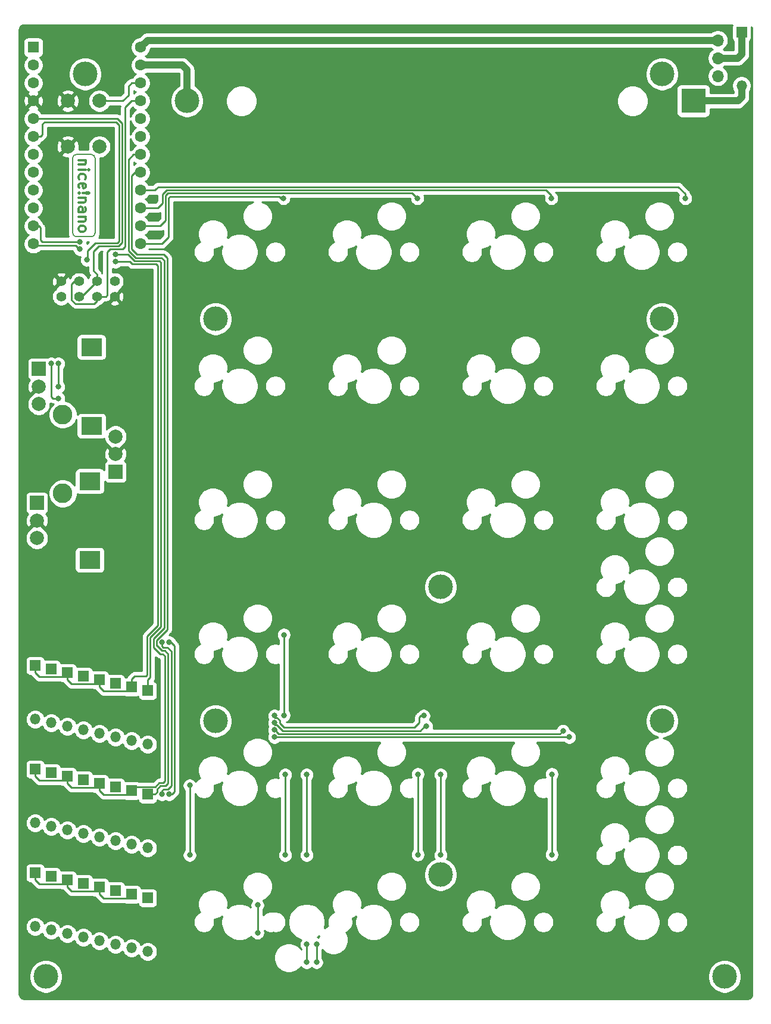
<source format=gbr>
%TF.GenerationSoftware,KiCad,Pcbnew,(5.1.10-1-10_14)*%
%TF.CreationDate,2021-10-29T16:46:54+02:00*%
%TF.ProjectId,Proletariat,50726f6c-6574-4617-9269-61742e6b6963,rev?*%
%TF.SameCoordinates,Original*%
%TF.FileFunction,Copper,L1,Top*%
%TF.FilePolarity,Positive*%
%FSLAX46Y46*%
G04 Gerber Fmt 4.6, Leading zero omitted, Abs format (unit mm)*
G04 Created by KiCad (PCBNEW (5.1.10-1-10_14)) date 2021-10-29 16:46:54*
%MOMM*%
%LPD*%
G01*
G04 APERTURE LIST*
%TA.AperFunction,NonConductor*%
%ADD10C,0.150000*%
%TD*%
%TA.AperFunction,NonConductor*%
%ADD11C,0.300000*%
%TD*%
%TA.AperFunction,ComponentPad*%
%ADD12O,1.500000X1.500000*%
%TD*%
%TA.AperFunction,ComponentPad*%
%ADD13R,1.500000X1.500000*%
%TD*%
%TA.AperFunction,ComponentPad*%
%ADD14O,1.700000X1.700000*%
%TD*%
%TA.AperFunction,ComponentPad*%
%ADD15C,1.397000*%
%TD*%
%TA.AperFunction,ComponentPad*%
%ADD16R,2.000000X2.000000*%
%TD*%
%TA.AperFunction,ComponentPad*%
%ADD17C,2.000000*%
%TD*%
%TA.AperFunction,ComponentPad*%
%ADD18R,3.000000X2.500000*%
%TD*%
%TA.AperFunction,ComponentPad*%
%ADD19C,2.800000*%
%TD*%
%TA.AperFunction,ComponentPad*%
%ADD20C,1.600000*%
%TD*%
%TA.AperFunction,ComponentPad*%
%ADD21R,1.600000X1.600000*%
%TD*%
%TA.AperFunction,ComponentPad*%
%ADD22C,3.500000*%
%TD*%
%TA.AperFunction,ComponentPad*%
%ADD23R,3.500000X3.500000*%
%TD*%
%TA.AperFunction,ViaPad*%
%ADD24C,0.800000*%
%TD*%
%TA.AperFunction,Conductor*%
%ADD25C,0.250000*%
%TD*%
%TA.AperFunction,Conductor*%
%ADD26C,1.000000*%
%TD*%
%TA.AperFunction,Conductor*%
%ADD27C,0.254000*%
%TD*%
%TA.AperFunction,Conductor*%
%ADD28C,0.100000*%
%TD*%
%TA.AperFunction,NonConductor*%
%ADD29C,0.254000*%
%TD*%
%TA.AperFunction,NonConductor*%
%ADD30C,0.100000*%
%TD*%
G04 APERTURE END LIST*
D10*
X54737000Y-48260000D02*
G75*
G02*
X55245000Y-48768000I0J-508000D01*
G01*
X52070000Y-48768000D02*
G75*
G02*
X52578000Y-48260000I508000J0D01*
G01*
X52578000Y-59944000D02*
G75*
G02*
X52070000Y-59436000I0J508000D01*
G01*
X55245000Y-59436000D02*
G75*
G02*
X54737000Y-59944000I-508000J0D01*
G01*
X55245000Y-59436000D02*
X55245000Y-53594000D01*
X52578000Y-59944000D02*
X54737000Y-59944000D01*
X52070000Y-48768000D02*
X52070000Y-59436000D01*
X54737000Y-48260000D02*
X52578000Y-48260000D01*
X55245000Y-53594000D02*
X55245000Y-48768000D01*
D11*
X53915428Y-49066285D02*
X52915428Y-49066285D01*
X53772571Y-49066285D02*
X53844000Y-49137714D01*
X53915428Y-49280571D01*
X53915428Y-49494857D01*
X53844000Y-49637714D01*
X53701142Y-49709142D01*
X52915428Y-49709142D01*
X52915428Y-50423428D02*
X53915428Y-50423428D01*
X54415428Y-50423428D02*
X54344000Y-50352000D01*
X54272571Y-50423428D01*
X54344000Y-50494857D01*
X54415428Y-50423428D01*
X54272571Y-50423428D01*
X52986857Y-51780571D02*
X52915428Y-51637714D01*
X52915428Y-51352000D01*
X52986857Y-51209142D01*
X53058285Y-51137714D01*
X53201142Y-51066285D01*
X53629714Y-51066285D01*
X53772571Y-51137714D01*
X53844000Y-51209142D01*
X53915428Y-51352000D01*
X53915428Y-51637714D01*
X53844000Y-51780571D01*
X52986857Y-52994857D02*
X52915428Y-52852000D01*
X52915428Y-52566285D01*
X52986857Y-52423428D01*
X53129714Y-52352000D01*
X53701142Y-52352000D01*
X53844000Y-52423428D01*
X53915428Y-52566285D01*
X53915428Y-52852000D01*
X53844000Y-52994857D01*
X53701142Y-53066285D01*
X53558285Y-53066285D01*
X53415428Y-52352000D01*
X53058285Y-53709142D02*
X52986857Y-53780571D01*
X52915428Y-53709142D01*
X52986857Y-53637714D01*
X53058285Y-53709142D01*
X52915428Y-53709142D01*
X53486857Y-53709142D02*
X54344000Y-53637714D01*
X54415428Y-53709142D01*
X54344000Y-53780571D01*
X53486857Y-53709142D01*
X54415428Y-53709142D01*
X53915428Y-54423428D02*
X52915428Y-54423428D01*
X53772571Y-54423428D02*
X53844000Y-54494857D01*
X53915428Y-54637714D01*
X53915428Y-54852000D01*
X53844000Y-54994857D01*
X53701142Y-55066285D01*
X52915428Y-55066285D01*
X52915428Y-56423428D02*
X53701142Y-56423428D01*
X53844000Y-56352000D01*
X53915428Y-56209142D01*
X53915428Y-55923428D01*
X53844000Y-55780571D01*
X52986857Y-56423428D02*
X52915428Y-56280571D01*
X52915428Y-55923428D01*
X52986857Y-55780571D01*
X53129714Y-55709142D01*
X53272571Y-55709142D01*
X53415428Y-55780571D01*
X53486857Y-55923428D01*
X53486857Y-56280571D01*
X53558285Y-56423428D01*
X53915428Y-57137714D02*
X52915428Y-57137714D01*
X53772571Y-57137714D02*
X53844000Y-57209142D01*
X53915428Y-57352000D01*
X53915428Y-57566285D01*
X53844000Y-57709142D01*
X53701142Y-57780571D01*
X52915428Y-57780571D01*
X52915428Y-58709142D02*
X52986857Y-58566285D01*
X53058285Y-58494857D01*
X53201142Y-58423428D01*
X53629714Y-58423428D01*
X53772571Y-58494857D01*
X53844000Y-58566285D01*
X53915428Y-58709142D01*
X53915428Y-58923428D01*
X53844000Y-59066285D01*
X53772571Y-59137714D01*
X53629714Y-59209142D01*
X53201142Y-59209142D01*
X53058285Y-59137714D01*
X52986857Y-59066285D01*
X52915428Y-58923428D01*
X52915428Y-58709142D01*
D12*
%TO.P,D0,2*%
%TO.N,Net-(BT1-Pad1)*%
X147193000Y-38481000D03*
D13*
%TO.P,D0,1*%
%TO.N,Net-(D0-Pad1)*%
X147193000Y-30861000D03*
%TD*%
D14*
%TO.P,SW30,1*%
%TO.N,N/C*%
X143814800Y-37109400D03*
%TO.P,SW30,2*%
%TO.N,Net-(D0-Pad1)*%
X143814800Y-34569400D03*
%TO.P,SW30,3*%
%TO.N,+VDC*%
X143814800Y-32029400D03*
%TD*%
D15*
%TO.P,OL2,4*%
%TO.N,GND*%
X58039000Y-68453000D03*
%TO.P,OL2,3*%
%TO.N,VCC*%
X55499000Y-68453000D03*
%TO.P,OL2,2*%
%TO.N,SCL*%
X52959000Y-68453000D03*
%TO.P,OL2,1*%
%TO.N,SDA*%
X50419000Y-68453000D03*
%TD*%
%TO.P,OL1,4*%
%TO.N,GND*%
X50419000Y-66294000D03*
%TO.P,OL1,3*%
%TO.N,VCC*%
X52959000Y-66294000D03*
%TO.P,OL1,2*%
%TO.N,SCL*%
X55499000Y-66294000D03*
%TO.P,OL1,1*%
%TO.N,SDA*%
X58039000Y-66294000D03*
%TD*%
D16*
%TO.P,SW29,A*%
%TO.N,RE1A*%
X47244000Y-78740000D03*
D17*
%TO.P,SW29,C*%
%TO.N,GND*%
X47244000Y-81240000D03*
%TO.P,SW29,B*%
%TO.N,RE1B*%
X47244000Y-83740000D03*
D18*
%TO.P,SW29,MP*%
%TO.N,N/C*%
X54744000Y-75640000D03*
X54744000Y-86840000D03*
%TD*%
D16*
%TO.P,SW28,A*%
%TO.N,RE0A*%
X46990000Y-97790000D03*
D17*
%TO.P,SW28,C*%
%TO.N,GND*%
X46990000Y-100290000D03*
%TO.P,SW28,B*%
%TO.N,RE0B*%
X46990000Y-102790000D03*
D18*
%TO.P,SW28,MP*%
%TO.N,N/C*%
X54490000Y-94690000D03*
X54490000Y-105890000D03*
%TD*%
D16*
%TO.P,SW32,A*%
%TO.N,RE0A*%
X58166000Y-93345000D03*
D17*
%TO.P,SW32,C*%
%TO.N,GND*%
X58166000Y-90845000D03*
%TO.P,SW32,B*%
%TO.N,RE0B*%
X58166000Y-88345000D03*
D19*
%TO.P,SW32,MP*%
%TO.N,N/C*%
X50666000Y-96445000D03*
X50666000Y-85245000D03*
%TD*%
D17*
%TO.P,SW31,1*%
%TO.N,RST*%
X55880000Y-47140000D03*
%TO.P,SW31,2*%
%TO.N,GND*%
X51380000Y-47140000D03*
%TO.P,SW31,1*%
%TO.N,RST*%
X55880000Y-40640000D03*
%TO.P,SW31,2*%
%TO.N,GND*%
X51380000Y-40640000D03*
%TD*%
D12*
%TO.P,D22,2*%
%TO.N,Net-(D22-Pad2)*%
X46736000Y-143256000D03*
D13*
%TO.P,D22,1*%
%TO.N,COL3*%
X46736000Y-135636000D03*
%TD*%
D12*
%TO.P,D24,2*%
%TO.N,Net-(D24-Pad2)*%
X46736000Y-157988000D03*
D13*
%TO.P,D24,1*%
%TO.N,COL5*%
X46736000Y-150368000D03*
%TD*%
D12*
%TO.P,D23,2*%
%TO.N,Net-(D23-Pad2)*%
X49022000Y-158496000D03*
D13*
%TO.P,D23,1*%
%TO.N,COL4*%
X49022000Y-150876000D03*
%TD*%
D12*
%TO.P,D21,2*%
%TO.N,Net-(D21-Pad2)*%
X49022000Y-143764000D03*
D13*
%TO.P,D21,1*%
%TO.N,COL2*%
X49022000Y-136144000D03*
%TD*%
D12*
%TO.P,D20,2*%
%TO.N,Net-(D20-Pad2)*%
X46736000Y-128524000D03*
D13*
%TO.P,D20,1*%
%TO.N,COL1*%
X46736000Y-120904000D03*
%TD*%
D12*
%TO.P,D19,2*%
%TO.N,Net-(D19-Pad2)*%
X49022000Y-129032000D03*
D13*
%TO.P,D19,1*%
%TO.N,COL0*%
X49022000Y-121412000D03*
%TD*%
D12*
%TO.P,D18,2*%
%TO.N,Net-(D18-Pad2)*%
X51308000Y-159004000D03*
D13*
%TO.P,D18,1*%
%TO.N,COL5*%
X51308000Y-151384000D03*
%TD*%
D12*
%TO.P,D17,2*%
%TO.N,Net-(D17-Pad2)*%
X53594000Y-159512000D03*
D13*
%TO.P,D17,1*%
%TO.N,COL4*%
X53594000Y-151892000D03*
%TD*%
D12*
%TO.P,D16,2*%
%TO.N,Net-(D16-Pad2)*%
X51308000Y-144272000D03*
D13*
%TO.P,D16,1*%
%TO.N,COL3*%
X51308000Y-136652000D03*
%TD*%
D12*
%TO.P,D15,2*%
%TO.N,Net-(D15-Pad2)*%
X53594000Y-144780000D03*
D13*
%TO.P,D15,1*%
%TO.N,COL2*%
X53594000Y-137160000D03*
%TD*%
D12*
%TO.P,D14,2*%
%TO.N,Net-(D14-Pad2)*%
X51308000Y-129540000D03*
D13*
%TO.P,D14,1*%
%TO.N,COL1*%
X51308000Y-121920000D03*
%TD*%
D12*
%TO.P,D13,2*%
%TO.N,Net-(D13-Pad2)*%
X53594000Y-130048000D03*
D13*
%TO.P,D13,1*%
%TO.N,COL0*%
X53594000Y-122428000D03*
%TD*%
D12*
%TO.P,D12,2*%
%TO.N,Net-(D12-Pad2)*%
X55880000Y-160020000D03*
D13*
%TO.P,D12,1*%
%TO.N,COL5*%
X55880000Y-152400000D03*
%TD*%
D12*
%TO.P,D11,2*%
%TO.N,Net-(D11-Pad2)*%
X58166000Y-160528000D03*
D13*
%TO.P,D11,1*%
%TO.N,COL4*%
X58166000Y-152908000D03*
%TD*%
D12*
%TO.P,D10,2*%
%TO.N,Net-(D10-Pad2)*%
X55880000Y-145288000D03*
D13*
%TO.P,D10,1*%
%TO.N,COL3*%
X55880000Y-137668000D03*
%TD*%
D12*
%TO.P,D9,2*%
%TO.N,Net-(D9-Pad2)*%
X58166000Y-145796000D03*
D13*
%TO.P,D9,1*%
%TO.N,COL2*%
X58166000Y-138176000D03*
%TD*%
D12*
%TO.P,D8,2*%
%TO.N,Net-(D8-Pad2)*%
X55880000Y-130556000D03*
D13*
%TO.P,D8,1*%
%TO.N,COL1*%
X55880000Y-122936000D03*
%TD*%
D12*
%TO.P,D7,2*%
%TO.N,Net-(D7-Pad2)*%
X58166000Y-131064000D03*
D13*
%TO.P,D7,1*%
%TO.N,COL0*%
X58166000Y-123444000D03*
%TD*%
D12*
%TO.P,D6,2*%
%TO.N,Net-(D6-Pad2)*%
X60452000Y-161036000D03*
D13*
%TO.P,D6,1*%
%TO.N,COL5*%
X60452000Y-153416000D03*
%TD*%
D12*
%TO.P,D5,2*%
%TO.N,Net-(D5-Pad2)*%
X62738000Y-161544000D03*
D13*
%TO.P,D5,1*%
%TO.N,COL4*%
X62738000Y-153924000D03*
%TD*%
D12*
%TO.P,D4,2*%
%TO.N,Net-(D4-Pad2)*%
X60452000Y-146304000D03*
D13*
%TO.P,D4,1*%
%TO.N,COL3*%
X60452000Y-138684000D03*
%TD*%
D12*
%TO.P,D3,2*%
%TO.N,Net-(D3-Pad2)*%
X62738000Y-146812000D03*
D13*
%TO.P,D3,1*%
%TO.N,COL2*%
X62738000Y-139192000D03*
%TD*%
D12*
%TO.P,D2,2*%
%TO.N,Net-(D2-Pad2)*%
X60452000Y-131572000D03*
D13*
%TO.P,D2,1*%
%TO.N,COL1*%
X60452000Y-123952000D03*
%TD*%
D12*
%TO.P,D1,2*%
%TO.N,Net-(D1-Pad2)*%
X62738000Y-132080000D03*
D13*
%TO.P,D1,1*%
%TO.N,COL0*%
X62738000Y-124460000D03*
%TD*%
D20*
%TO.P,U1,24*%
%TO.N,+VDC*%
X61722000Y-33020000D03*
%TO.P,U1,23*%
%TO.N,-VDC*%
X61722000Y-35560000D03*
%TO.P,U1,22*%
%TO.N,RST*%
X61722000Y-38100000D03*
%TO.P,U1,21*%
%TO.N,VCC*%
X61722000Y-40640000D03*
%TO.P,U1,20*%
%TO.N,RE1B*%
X61722000Y-43180000D03*
%TO.P,U1,19*%
%TO.N,RE1A*%
X61722000Y-45720000D03*
%TO.P,U1,18*%
%TO.N,COL3*%
X61722000Y-48260000D03*
%TO.P,U1,17*%
%TO.N,COL2*%
X61722000Y-50800000D03*
%TO.P,U1,16*%
%TO.N,ROW3*%
X61722000Y-53340000D03*
%TO.P,U1,15*%
%TO.N,ROW2*%
X61722000Y-55880000D03*
%TO.P,U1,14*%
%TO.N,ROW1*%
X61722000Y-58420000D03*
%TO.P,U1,13*%
%TO.N,ROW0*%
X61722000Y-60960000D03*
%TO.P,U1,12*%
%TO.N,COL1*%
X46482000Y-60960000D03*
%TO.P,U1,11*%
%TO.N,COL0*%
X46482000Y-58420000D03*
%TO.P,U1,10*%
%TO.N,COL4*%
X46482000Y-55880000D03*
%TO.P,U1,9*%
%TO.N,COL5*%
X46482000Y-53340000D03*
%TO.P,U1,8*%
%TO.N,RE0A*%
X46482000Y-50800000D03*
%TO.P,U1,7*%
%TO.N,RE0B*%
X46482000Y-48260000D03*
%TO.P,U1,6*%
%TO.N,SDA*%
X46482000Y-45720000D03*
%TO.P,U1,5*%
%TO.N,SCL*%
X46482000Y-43180000D03*
%TO.P,U1,4*%
%TO.N,GND*%
X46482000Y-40640000D03*
%TO.P,U1,3*%
%TO.N,N/C*%
X46482000Y-38100000D03*
%TO.P,U1,2*%
X46482000Y-35560000D03*
D21*
%TO.P,U1,1*%
X46482000Y-33020000D03*
%TD*%
D22*
%TO.P,H1,1*%
%TO.N,N/C*%
X135890000Y-36830000D03*
%TD*%
%TO.P,H2,1*%
%TO.N,N/C*%
X104394000Y-109728000D03*
%TD*%
%TO.P,H3,1*%
%TO.N,N/C*%
X53848000Y-36830000D03*
%TD*%
%TO.P,H4,1*%
%TO.N,N/C*%
X48260000Y-165100000D03*
%TD*%
%TO.P,H5,1*%
%TO.N,N/C*%
X72390000Y-71628000D03*
%TD*%
%TO.P,H6,1*%
%TO.N,N/C*%
X144780000Y-165100000D03*
%TD*%
D23*
%TO.P,BT1,1*%
%TO.N,Net-(BT1-Pad1)*%
X140335000Y-40640000D03*
D22*
%TO.P,BT1,2*%
%TO.N,-VDC*%
X68335000Y-40640000D03*
%TD*%
%TO.P,H7,1*%
%TO.N,N/C*%
X135890000Y-71628000D03*
%TD*%
%TO.P,H8,1*%
%TO.N,N/C*%
X72390000Y-128778000D03*
%TD*%
%TO.P,H9,1*%
%TO.N,N/C*%
X135890000Y-128778000D03*
%TD*%
%TO.P,H10,1*%
%TO.N,N/C*%
X104394000Y-150622000D03*
%TD*%
D24*
%TO.N,COL0*%
X58166000Y-62484000D03*
X53086000Y-60706000D03*
%TO.N,ROW0*%
X82296000Y-136398000D03*
X82296000Y-147828000D03*
X78359000Y-154940000D03*
X78359000Y-158877000D03*
X82099001Y-127958999D03*
X82099001Y-116528999D03*
X82042000Y-54483000D03*
%TO.N,COL1*%
X58166000Y-63500000D03*
X53086000Y-61722000D03*
%TO.N,Net-(D3-Pad2)*%
X64770000Y-139192000D03*
X64770000Y-117602000D03*
%TO.N,Net-(D4-Pad2)*%
X65786000Y-139192000D03*
X65786000Y-117602000D03*
%TO.N,Net-(D5-Pad2)*%
X68707000Y-147828000D03*
X68707000Y-137922000D03*
%TO.N,Net-(D11-Pad2)*%
X85344000Y-136398000D03*
X85344000Y-163068000D03*
X85344000Y-160528000D03*
X85344000Y-147828000D03*
%TO.N,Net-(D12-Pad2)*%
X86741000Y-163068000D03*
X86741000Y-160528000D03*
%TO.N,Net-(D13-Pad2)*%
X80772000Y-128016000D03*
X101981000Y-128016000D03*
%TO.N,Net-(D14-Pad2)*%
X80772000Y-129032000D03*
X102362000Y-129540000D03*
%TO.N,Net-(D17-Pad2)*%
X104394000Y-147828000D03*
X104394000Y-136398000D03*
%TO.N,Net-(D19-Pad2)*%
X80772000Y-130048000D03*
X121793000Y-130175000D03*
%TO.N,Net-(D20-Pad2)*%
X80772000Y-131064000D03*
X122682000Y-131064000D03*
%TO.N,ROW1*%
X101149001Y-147770999D03*
X101149001Y-136340999D03*
X101077491Y-54483000D03*
%TO.N,ROW2*%
X120199001Y-147770999D03*
X120199001Y-136340999D03*
X120142000Y-54483000D03*
%TO.N,ROW3*%
X139192000Y-54483000D03*
%TO.N,GND*%
X49199800Y-45847000D03*
X56769000Y-53721000D03*
X46863000Y-67056000D03*
X52070000Y-81280000D03*
X61849000Y-78486000D03*
X50546000Y-90678000D03*
X57023000Y-97028000D03*
X46609000Y-124968000D03*
X46609000Y-132461000D03*
X46736000Y-139954000D03*
X72644000Y-159512000D03*
X98298000Y-159385000D03*
X117221000Y-159766000D03*
X124968000Y-139573000D03*
X102362000Y-107315000D03*
X124841000Y-101219000D03*
X84201000Y-152146000D03*
X75438000Y-148971000D03*
X81915000Y-154940000D03*
X80518000Y-159893000D03*
%TO.N,SDA*%
X54102000Y-63246000D03*
%TO.N,RE0A*%
X50038000Y-82931000D03*
X49022000Y-77978000D03*
%TO.N,RE0B*%
X50038000Y-81280000D03*
X50038000Y-77978000D03*
%TD*%
D25*
%TO.N,COL0*%
X62738000Y-124460000D02*
X63246000Y-124460000D01*
X47498000Y-58674000D02*
X47244000Y-58420000D01*
X47244000Y-58420000D02*
X46482000Y-58420000D01*
X47498000Y-60452000D02*
X47498000Y-58674000D01*
X47752000Y-60706000D02*
X47498000Y-60452000D01*
X53086000Y-60706000D02*
X47752000Y-60706000D01*
X64631979Y-63615979D02*
X64516000Y-63500000D01*
X63107982Y-116918196D02*
X64631979Y-115394199D01*
X63107980Y-117232020D02*
X63107982Y-116918196D01*
X62773950Y-122878010D02*
X63107980Y-122543980D01*
X63107980Y-122543980D02*
X63107980Y-117232020D01*
X64631979Y-115394199D02*
X64631979Y-63615979D01*
X64631980Y-63615980D02*
X64516000Y-63500000D01*
X62738000Y-122913960D02*
X63107980Y-122543980D01*
X62738000Y-124460000D02*
X62738000Y-122913960D01*
X59182000Y-62484000D02*
X58166000Y-62484000D01*
X59941180Y-62484000D02*
X59182000Y-62484000D01*
X60841199Y-63384019D02*
X59941180Y-62484000D01*
X64400019Y-63384019D02*
X60841199Y-63384019D01*
X64516000Y-63500000D02*
X64400019Y-63384019D01*
%TO.N,ROW0*%
X82296000Y-147828000D02*
X82296000Y-136398000D01*
X78359000Y-154940000D02*
X78359000Y-158877000D01*
X82099001Y-116528999D02*
X82099001Y-127958999D01*
X82042000Y-54610000D02*
X82042000Y-54483000D01*
X65732110Y-59997890D02*
X64770000Y-60960000D01*
X65933991Y-54208009D02*
X65732110Y-54409890D01*
X65732110Y-54409890D02*
X65732110Y-59997890D01*
X64770000Y-60960000D02*
X61722000Y-60960000D01*
X81702982Y-54483000D02*
X81427991Y-54208009D01*
X82042000Y-54483000D02*
X81702982Y-54483000D01*
X81427991Y-54208009D02*
X65933991Y-54208009D01*
%TO.N,COL1*%
X50740999Y-122487001D02*
X51308000Y-121920000D01*
X47319001Y-122487001D02*
X50740999Y-122487001D01*
X46736000Y-121904000D02*
X47319001Y-122487001D01*
X46736000Y-120904000D02*
X46736000Y-121904000D01*
X55312999Y-123503001D02*
X55880000Y-122936000D01*
X51308000Y-122920000D02*
X51891001Y-123503001D01*
X51891001Y-123503001D02*
X55312999Y-123503001D01*
X51308000Y-121920000D02*
X51308000Y-122920000D01*
X56463001Y-124519001D02*
X59884999Y-124519001D01*
X55880000Y-123936000D02*
X56463001Y-124519001D01*
X59884999Y-124519001D02*
X60452000Y-123952000D01*
X55880000Y-122936000D02*
X55880000Y-123936000D01*
X60452000Y-123952000D02*
X61019001Y-123384999D01*
X62228989Y-122426989D02*
X62230000Y-122428000D01*
X62230000Y-122428000D02*
X62484000Y-122428000D01*
X60452000Y-123952000D02*
X60452000Y-122809000D01*
X62482990Y-122426990D02*
X62484000Y-122428000D01*
X60834010Y-122426990D02*
X62482990Y-122426990D01*
X60452000Y-122809000D02*
X60834010Y-122426990D01*
X52451000Y-61214000D02*
X46736000Y-61214000D01*
X46736000Y-61214000D02*
X46482000Y-60960000D01*
X52959000Y-61722000D02*
X52451000Y-61214000D01*
X53086000Y-61722000D02*
X52959000Y-61722000D01*
X59436000Y-63500000D02*
X58166000Y-63500000D01*
X60532029Y-63834029D02*
X60198000Y-63500000D01*
X63927971Y-63834029D02*
X60532029Y-63834029D01*
X64181970Y-64088028D02*
X63927971Y-63834029D01*
X62657973Y-116731795D02*
X64181970Y-115207798D01*
X60198000Y-63500000D02*
X59436000Y-63500000D01*
X62657970Y-117174030D02*
X62657973Y-116731795D01*
X62657970Y-122254030D02*
X62657970Y-117174030D01*
X64181970Y-115207798D02*
X64181970Y-64088028D01*
X62484000Y-122428000D02*
X62657970Y-122254030D01*
%TO.N,Net-(D3-Pad2)*%
X64770000Y-118167685D02*
X64770000Y-117602000D01*
X65568999Y-118327001D02*
X64929316Y-118327001D01*
X66097990Y-137991010D02*
X66097990Y-118855992D01*
X64929316Y-118327001D02*
X64770000Y-118167685D01*
X65622001Y-138466999D02*
X66097990Y-137991010D01*
X64987001Y-138466999D02*
X65622001Y-138466999D01*
X66097990Y-118855992D02*
X65568999Y-118327001D01*
X64770000Y-138684000D02*
X64987001Y-138466999D01*
X64770000Y-139192000D02*
X64770000Y-138684000D01*
%TO.N,COL2*%
X60452000Y-51308000D02*
X60960000Y-50800000D01*
X65024000Y-62484000D02*
X61214000Y-62484000D01*
X65532000Y-62992000D02*
X65024000Y-62484000D01*
X65531999Y-115570001D02*
X65532000Y-62992000D01*
X65531997Y-115767001D02*
X65531997Y-115570003D01*
X64008000Y-117290998D02*
X65531997Y-115767001D01*
X60452000Y-61722000D02*
X60452000Y-51308000D01*
X61214000Y-62484000D02*
X60452000Y-61722000D01*
X64075905Y-118110000D02*
X64008000Y-118110000D01*
X64742915Y-118777010D02*
X64075905Y-118110000D01*
X65183011Y-118777011D02*
X64742915Y-118777010D01*
X65647980Y-119241980D02*
X65183011Y-118777011D01*
X65647980Y-137679020D02*
X65647980Y-119241980D01*
X60960000Y-50800000D02*
X61722000Y-50800000D01*
X62738000Y-139192000D02*
X63738000Y-139192000D01*
X65310011Y-138016989D02*
X65647980Y-137679020D01*
X64008000Y-118110000D02*
X64008000Y-117290998D01*
X64549421Y-138016989D02*
X65310011Y-138016989D01*
X64063500Y-138502910D02*
X64549421Y-138016989D01*
X63738000Y-139192000D02*
X64063500Y-138866500D01*
X65531997Y-115570003D02*
X65531999Y-115570001D01*
X64063500Y-138866500D02*
X64063500Y-138502910D01*
%TO.N,Net-(D4-Pad2)*%
X65786000Y-139192000D02*
X66167000Y-139192000D01*
X66167000Y-139192000D02*
X66548000Y-138811000D01*
X66548000Y-138811000D02*
X66548000Y-118110000D01*
X66040000Y-117602000D02*
X65786000Y-117602000D01*
X66548000Y-118110000D02*
X66040000Y-117602000D01*
%TO.N,COL3*%
X50740999Y-137219001D02*
X51308000Y-136652000D01*
X46736000Y-136636000D02*
X47319001Y-137219001D01*
X47319001Y-137219001D02*
X50740999Y-137219001D01*
X46736000Y-135636000D02*
X46736000Y-136636000D01*
X55312999Y-138235001D02*
X55880000Y-137668000D01*
X51891001Y-138235001D02*
X55312999Y-138235001D01*
X51308000Y-137652000D02*
X51891001Y-138235001D01*
X51308000Y-136652000D02*
X51308000Y-137652000D01*
X59884999Y-139251001D02*
X60452000Y-138684000D01*
X56463001Y-139251001D02*
X59884999Y-139251001D01*
X55880000Y-138668000D02*
X56463001Y-139251001D01*
X55880000Y-137668000D02*
X55880000Y-138668000D01*
X60452000Y-138684000D02*
X61019001Y-138116999D01*
X63813001Y-138116999D02*
X63869980Y-138060020D01*
X61019001Y-138116999D02*
X63432001Y-138116999D01*
X63432001Y-138116999D02*
X63813001Y-138116999D01*
X60706000Y-48260000D02*
X61722000Y-48260000D01*
X60001990Y-48964010D02*
X60706000Y-48260000D01*
X60001990Y-61908400D02*
X60001990Y-48964010D01*
X61027599Y-62934009D02*
X60001990Y-61908400D01*
X65081990Y-115373990D02*
X65081990Y-63303990D01*
X65081988Y-115373992D02*
X65081990Y-115373990D01*
X64488609Y-119227019D02*
X63557990Y-118296400D01*
X65081988Y-115580600D02*
X65081988Y-115373992D01*
X63557991Y-117104597D02*
X65081988Y-115580600D01*
X64712010Y-62934010D02*
X61027599Y-62934009D01*
X65081990Y-63303990D02*
X64712010Y-62934010D01*
X64871020Y-119227020D02*
X64488609Y-119227019D01*
X63557990Y-118296400D02*
X63557991Y-117104597D01*
X65197970Y-119553970D02*
X64871020Y-119227020D01*
X65197970Y-137333970D02*
X65197970Y-119553970D01*
X64964961Y-137566979D02*
X65197970Y-137333970D01*
X64363021Y-137566979D02*
X64964961Y-137566979D01*
X63813001Y-138116999D02*
X64363021Y-137566979D01*
%TO.N,Net-(D5-Pad2)*%
X68707000Y-138049000D02*
X68580000Y-137922000D01*
X68707000Y-147828000D02*
X68707000Y-137922000D01*
%TO.N,COL5*%
X50740999Y-151951001D02*
X51308000Y-151384000D01*
X47319001Y-151951001D02*
X50740999Y-151951001D01*
X46736000Y-151368000D02*
X47319001Y-151951001D01*
X46736000Y-150368000D02*
X46736000Y-151368000D01*
X51891001Y-152967001D02*
X55312999Y-152967001D01*
X55312999Y-152967001D02*
X55880000Y-152400000D01*
X51308000Y-152384000D02*
X51891001Y-152967001D01*
X51308000Y-151384000D02*
X51308000Y-152384000D01*
X59884999Y-153983001D02*
X60452000Y-153416000D01*
X56463001Y-153983001D02*
X59884999Y-153983001D01*
X55880000Y-153400000D02*
X56463001Y-153983001D01*
X55880000Y-152400000D02*
X55880000Y-153400000D01*
%TO.N,Net-(D11-Pad2)*%
X85344000Y-163068000D02*
X85344000Y-160782000D01*
X85344000Y-160782000D02*
X85090000Y-160528000D01*
X85344000Y-147828000D02*
X85344000Y-136398000D01*
%TO.N,Net-(D12-Pad2)*%
X86741000Y-163068000D02*
X86741000Y-160528000D01*
X86741000Y-160528000D02*
X86741000Y-160528000D01*
%TO.N,Net-(D13-Pad2)*%
X102108000Y-128016000D02*
X102108000Y-128016000D01*
X80808999Y-128306999D02*
X80772000Y-128270000D01*
X81120001Y-128306999D02*
X80808999Y-128306999D01*
X81497001Y-128683999D02*
X81120001Y-128306999D01*
X80772000Y-128270000D02*
X80772000Y-128016000D01*
X81497001Y-129063589D02*
X81497001Y-128683999D01*
X100664030Y-129713970D02*
X82147382Y-129713970D01*
X101346000Y-129032000D02*
X100664030Y-129713970D01*
X82147382Y-129713970D02*
X81497001Y-129063589D01*
X102108000Y-128016000D02*
X101600000Y-128016000D01*
X101346000Y-128270000D02*
X101346000Y-129032000D01*
X101600000Y-128016000D02*
X101346000Y-128270000D01*
%TO.N,Net-(D14-Pad2)*%
X102362000Y-129540000D02*
X102616000Y-129540000D01*
X80772000Y-129286000D02*
X80772000Y-129032000D01*
X80808999Y-129322999D02*
X80772000Y-129286000D01*
X81120001Y-129322999D02*
X80808999Y-129322999D01*
X81960982Y-130163980D02*
X81120001Y-129322999D01*
X101484020Y-130163980D02*
X81960982Y-130163980D01*
X102108000Y-129540000D02*
X101484020Y-130163980D01*
X102362000Y-129540000D02*
X102108000Y-129540000D01*
%TO.N,Net-(D17-Pad2)*%
X104394000Y-147828000D02*
X104394000Y-136398000D01*
%TO.N,Net-(D19-Pad2)*%
X80772000Y-130048000D02*
X81026000Y-130048000D01*
X81026000Y-130244998D02*
X81394992Y-130613990D01*
X81026000Y-130048000D02*
X81026000Y-130244998D01*
X81394992Y-130613990D02*
X92964000Y-130613990D01*
X92964000Y-130613990D02*
X121354010Y-130613990D01*
X121354010Y-130613990D02*
X121793000Y-130175000D01*
X121793000Y-130175000D02*
X121920000Y-130048000D01*
%TO.N,Net-(D20-Pad2)*%
X80772000Y-131064000D02*
X122682000Y-131064000D01*
X122682000Y-131064000D02*
X122682000Y-131064000D01*
%TO.N,ROW1*%
X101149001Y-147770999D02*
X101149001Y-136340999D01*
X65623411Y-53757999D02*
X65282100Y-54099310D01*
X100352490Y-53757999D02*
X65623411Y-53757999D01*
X65282100Y-57653900D02*
X64516000Y-58420000D01*
X64516000Y-58420000D02*
X61722000Y-58420000D01*
X65282100Y-54099310D02*
X65282100Y-57653900D01*
X101077491Y-54483000D02*
X100352490Y-53757999D01*
%TO.N,ROW2*%
X120199001Y-147770999D02*
X120199001Y-136340999D01*
X64135000Y-55880000D02*
X61722000Y-55880000D01*
X64832090Y-55182910D02*
X64135000Y-55880000D01*
X65437011Y-53307989D02*
X64832090Y-53912910D01*
X120142000Y-54483000D02*
X120142000Y-54102000D01*
X119347989Y-53307989D02*
X65437011Y-53307989D01*
X64832090Y-53912910D02*
X64832090Y-55182910D01*
X120142000Y-54102000D02*
X119347989Y-53307989D01*
%TO.N,ROW3*%
X63754000Y-53340000D02*
X61722000Y-53340000D01*
X138201979Y-52857979D02*
X64236020Y-52857980D01*
X64236020Y-52857980D02*
X63944500Y-53149500D01*
X139192000Y-53848000D02*
X138201979Y-52857979D01*
X63944500Y-53149500D02*
X63754000Y-53340000D01*
X139192000Y-54483000D02*
X139192000Y-53848000D01*
%TO.N,GND*%
X46482000Y-40640000D02*
X45847000Y-40640000D01*
%TO.N,VCC*%
X55499000Y-69088000D02*
X55499000Y-68453000D01*
X55110499Y-69476501D02*
X55499000Y-69088000D01*
X51935499Y-68944281D02*
X52467719Y-69476501D01*
X52467719Y-69476501D02*
X55110499Y-69476501D01*
X52324000Y-66294000D02*
X51935499Y-66682501D01*
X52959000Y-66294000D02*
X52324000Y-66294000D01*
X51935499Y-66682501D02*
X51935499Y-68944281D01*
X60452000Y-40640000D02*
X61722000Y-40640000D01*
X59551980Y-61329980D02*
X59551980Y-41540020D01*
X59551980Y-41540020D02*
X60452000Y-40640000D01*
X57404000Y-61722000D02*
X59182000Y-61722000D01*
X57015499Y-62110501D02*
X57404000Y-61722000D01*
X59182000Y-61722000D02*
X59182000Y-61699960D01*
X57015499Y-68206501D02*
X57015499Y-62110501D01*
X56769000Y-68453000D02*
X57015499Y-68206501D01*
X59182000Y-61699960D02*
X59551980Y-61329980D01*
X55499000Y-68453000D02*
X56769000Y-68453000D01*
%TO.N,SCL*%
X46736000Y-43180000D02*
X45974000Y-43180000D01*
X57277000Y-43180000D02*
X58420000Y-43180000D01*
X46482000Y-43180000D02*
X57277000Y-43180000D01*
X58674000Y-43434000D02*
X58801000Y-43561000D01*
X58420000Y-43180000D02*
X58674000Y-43434000D01*
X58801000Y-43561000D02*
X58928000Y-43688000D01*
X53340000Y-68453000D02*
X52959000Y-68453000D01*
X55499000Y-66294000D02*
X53340000Y-68453000D01*
X55499000Y-65278000D02*
X55499000Y-66294000D01*
X55023000Y-62071000D02*
X55023000Y-64802000D01*
X55023000Y-64802000D02*
X55499000Y-65278000D01*
X55822010Y-61271990D02*
X55023000Y-62071000D01*
X58616010Y-61271990D02*
X55822010Y-61271990D01*
X59101970Y-43861970D02*
X59101970Y-60786030D01*
X59101970Y-60786030D02*
X58616010Y-61271990D01*
X58928000Y-43688000D02*
X59101970Y-43861970D01*
%TO.N,SDA*%
X54153981Y-62281981D02*
X54153981Y-63194019D01*
X58651960Y-60599630D02*
X58429610Y-60821980D01*
X58429610Y-60821980D02*
X55253200Y-60821980D01*
X54153981Y-63194019D02*
X54102000Y-63246000D01*
X58651960Y-44048370D02*
X58651960Y-60599630D01*
X54153982Y-61921198D02*
X54153981Y-62281981D01*
X55253200Y-60821980D02*
X54153982Y-61921198D01*
X58233600Y-43630010D02*
X58651960Y-44048370D01*
X47498000Y-45720000D02*
X47752000Y-45466000D01*
X48063990Y-43630010D02*
X58233600Y-43630010D01*
X47752000Y-43942000D02*
X48063990Y-43630010D01*
X47752000Y-45466000D02*
X47752000Y-43942000D01*
X46482000Y-45720000D02*
X47498000Y-45720000D01*
D26*
%TO.N,+VDC*%
X62712600Y-32029400D02*
X61722000Y-33020000D01*
X143814800Y-32029400D02*
X62712600Y-32029400D01*
%TO.N,-VDC*%
X67673000Y-35560000D02*
X61722000Y-35560000D01*
X68335000Y-36222000D02*
X67673000Y-35560000D01*
X68335000Y-40640000D02*
X68335000Y-36222000D01*
%TO.N,Net-(BT1-Pad1)*%
X140335000Y-40640000D02*
X146685000Y-40640000D01*
X147193000Y-40132000D02*
X147193000Y-38481000D01*
X146685000Y-40640000D02*
X147193000Y-40132000D01*
%TO.N,Net-(D0-Pad1)*%
X147193000Y-30861000D02*
X147193000Y-34036000D01*
X146659600Y-34569400D02*
X143814800Y-34569400D01*
X147193000Y-34036000D02*
X146659600Y-34569400D01*
D25*
%TO.N,RE0A*%
X49022000Y-78232000D02*
X49022000Y-77978000D01*
X49022000Y-77978000D02*
X49022000Y-77978000D01*
X50038000Y-82931000D02*
X49276000Y-82931000D01*
X49022000Y-82677000D02*
X49022000Y-77978000D01*
X49276000Y-82931000D02*
X49022000Y-82677000D01*
%TO.N,RE0B*%
X50038000Y-78232000D02*
X50038000Y-77978000D01*
X50038000Y-77978000D02*
X50038000Y-77978000D01*
X50038000Y-81280000D02*
X50038000Y-77978000D01*
%TO.N,RE1A*%
X47607001Y-78122999D02*
X46990000Y-78740000D01*
%TO.N,RST*%
X59179180Y-40640000D02*
X55880000Y-40640000D01*
X60001286Y-39817894D02*
X59179180Y-40640000D01*
X60001286Y-38550714D02*
X60001286Y-39817894D01*
X60452000Y-38100000D02*
X60001286Y-38550714D01*
X61722000Y-38100000D02*
X60452000Y-38100000D01*
%TD*%
D27*
%TO.N,GND*%
X145817188Y-29986518D02*
X145804928Y-30111000D01*
X145804928Y-31611000D01*
X145817188Y-31735482D01*
X145853498Y-31855180D01*
X145912463Y-31965494D01*
X145991815Y-32062185D01*
X146058000Y-32116502D01*
X146058001Y-33434400D01*
X144779907Y-33434400D01*
X144761432Y-33415925D01*
X144587040Y-33299400D01*
X144761432Y-33182875D01*
X144968275Y-32976032D01*
X145130790Y-32732811D01*
X145242732Y-32462558D01*
X145299800Y-32175660D01*
X145299800Y-31883140D01*
X145242732Y-31596242D01*
X145130790Y-31325989D01*
X144968275Y-31082768D01*
X144761432Y-30875925D01*
X144518211Y-30713410D01*
X144247958Y-30601468D01*
X143961060Y-30544400D01*
X143668540Y-30544400D01*
X143381642Y-30601468D01*
X143111389Y-30713410D01*
X142868168Y-30875925D01*
X142849693Y-30894400D01*
X62768351Y-30894400D01*
X62712600Y-30888909D01*
X62656848Y-30894400D01*
X62490101Y-30910823D01*
X62276153Y-30975724D01*
X62078977Y-31081116D01*
X61906151Y-31222951D01*
X61870608Y-31266260D01*
X61544718Y-31592150D01*
X61303426Y-31640147D01*
X61042273Y-31748320D01*
X60807241Y-31905363D01*
X60607363Y-32105241D01*
X60450320Y-32340273D01*
X60342147Y-32601426D01*
X60287000Y-32878665D01*
X60287000Y-33161335D01*
X60342147Y-33438574D01*
X60450320Y-33699727D01*
X60607363Y-33934759D01*
X60807241Y-34134637D01*
X61039759Y-34290000D01*
X60807241Y-34445363D01*
X60607363Y-34645241D01*
X60450320Y-34880273D01*
X60342147Y-35141426D01*
X60287000Y-35418665D01*
X60287000Y-35701335D01*
X60342147Y-35978574D01*
X60450320Y-36239727D01*
X60607363Y-36474759D01*
X60807241Y-36674637D01*
X61039759Y-36830000D01*
X60807241Y-36985363D01*
X60607363Y-37185241D01*
X60503957Y-37340000D01*
X60489323Y-37340000D01*
X60452000Y-37336324D01*
X60414677Y-37340000D01*
X60414667Y-37340000D01*
X60303014Y-37350997D01*
X60159753Y-37394454D01*
X60027724Y-37465026D01*
X59911999Y-37559999D01*
X59888196Y-37589003D01*
X59490289Y-37986910D01*
X59461285Y-38010713D01*
X59424093Y-38056032D01*
X59366312Y-38126438D01*
X59304898Y-38241335D01*
X59295740Y-38258468D01*
X59252283Y-38401729D01*
X59241286Y-38513382D01*
X59241286Y-38513392D01*
X59237610Y-38550714D01*
X59241286Y-38588037D01*
X59241287Y-39503091D01*
X58864378Y-39880000D01*
X57334909Y-39880000D01*
X57328918Y-39865537D01*
X57149987Y-39597748D01*
X56922252Y-39370013D01*
X56654463Y-39191082D01*
X56356912Y-39067832D01*
X56041033Y-39005000D01*
X55718967Y-39005000D01*
X55403088Y-39067832D01*
X55105537Y-39191082D01*
X54837748Y-39370013D01*
X54610013Y-39597748D01*
X54431082Y-39865537D01*
X54307832Y-40163088D01*
X54245000Y-40478967D01*
X54245000Y-40801033D01*
X54307832Y-41116912D01*
X54431082Y-41414463D01*
X54610013Y-41682252D01*
X54837748Y-41909987D01*
X55105537Y-42088918D01*
X55403088Y-42212168D01*
X55718967Y-42275000D01*
X56041033Y-42275000D01*
X56356912Y-42212168D01*
X56654463Y-42088918D01*
X56922252Y-41909987D01*
X57149987Y-41682252D01*
X57328918Y-41414463D01*
X57334909Y-41400000D01*
X58802095Y-41400000D01*
X58797520Y-41446448D01*
X58788304Y-41540020D01*
X58791981Y-41577353D01*
X58791981Y-42517073D01*
X58712247Y-42474454D01*
X58568986Y-42430997D01*
X58457333Y-42420000D01*
X58457322Y-42420000D01*
X58420000Y-42416324D01*
X58382678Y-42420000D01*
X47700043Y-42420000D01*
X47596637Y-42265241D01*
X47396759Y-42065363D01*
X47162872Y-41909085D01*
X47223514Y-41876671D01*
X47253224Y-41775413D01*
X50424192Y-41775413D01*
X50519956Y-42039814D01*
X50809571Y-42180704D01*
X51121108Y-42262384D01*
X51442595Y-42281718D01*
X51761675Y-42237961D01*
X52066088Y-42132795D01*
X52240044Y-42039814D01*
X52335808Y-41775413D01*
X51380000Y-40819605D01*
X50424192Y-41775413D01*
X47253224Y-41775413D01*
X47295097Y-41632702D01*
X46482000Y-40819605D01*
X45668903Y-41632702D01*
X45740486Y-41876671D01*
X45804992Y-41907194D01*
X45802273Y-41908320D01*
X45567241Y-42065363D01*
X45367363Y-42265241D01*
X45210320Y-42500273D01*
X45102147Y-42761426D01*
X45047000Y-43038665D01*
X45047000Y-43321335D01*
X45102147Y-43598574D01*
X45210320Y-43859727D01*
X45367363Y-44094759D01*
X45567241Y-44294637D01*
X45799759Y-44450000D01*
X45567241Y-44605363D01*
X45367363Y-44805241D01*
X45210320Y-45040273D01*
X45102147Y-45301426D01*
X45047000Y-45578665D01*
X45047000Y-45861335D01*
X45102147Y-46138574D01*
X45210320Y-46399727D01*
X45367363Y-46634759D01*
X45567241Y-46834637D01*
X45799759Y-46990000D01*
X45567241Y-47145363D01*
X45367363Y-47345241D01*
X45210320Y-47580273D01*
X45102147Y-47841426D01*
X45047000Y-48118665D01*
X45047000Y-48401335D01*
X45102147Y-48678574D01*
X45210320Y-48939727D01*
X45367363Y-49174759D01*
X45567241Y-49374637D01*
X45799759Y-49530000D01*
X45567241Y-49685363D01*
X45367363Y-49885241D01*
X45210320Y-50120273D01*
X45102147Y-50381426D01*
X45047000Y-50658665D01*
X45047000Y-50941335D01*
X45102147Y-51218574D01*
X45210320Y-51479727D01*
X45367363Y-51714759D01*
X45567241Y-51914637D01*
X45799759Y-52070000D01*
X45567241Y-52225363D01*
X45367363Y-52425241D01*
X45210320Y-52660273D01*
X45102147Y-52921426D01*
X45047000Y-53198665D01*
X45047000Y-53481335D01*
X45102147Y-53758574D01*
X45210320Y-54019727D01*
X45367363Y-54254759D01*
X45567241Y-54454637D01*
X45799759Y-54610000D01*
X45567241Y-54765363D01*
X45367363Y-54965241D01*
X45210320Y-55200273D01*
X45102147Y-55461426D01*
X45047000Y-55738665D01*
X45047000Y-56021335D01*
X45102147Y-56298574D01*
X45210320Y-56559727D01*
X45367363Y-56794759D01*
X45567241Y-56994637D01*
X45799759Y-57150000D01*
X45567241Y-57305363D01*
X45367363Y-57505241D01*
X45210320Y-57740273D01*
X45102147Y-58001426D01*
X45047000Y-58278665D01*
X45047000Y-58561335D01*
X45102147Y-58838574D01*
X45210320Y-59099727D01*
X45367363Y-59334759D01*
X45567241Y-59534637D01*
X45799759Y-59690000D01*
X45567241Y-59845363D01*
X45367363Y-60045241D01*
X45210320Y-60280273D01*
X45102147Y-60541426D01*
X45047000Y-60818665D01*
X45047000Y-61101335D01*
X45102147Y-61378574D01*
X45210320Y-61639727D01*
X45367363Y-61874759D01*
X45567241Y-62074637D01*
X45802273Y-62231680D01*
X46063426Y-62339853D01*
X46340665Y-62395000D01*
X46623335Y-62395000D01*
X46900574Y-62339853D01*
X47161727Y-62231680D01*
X47396759Y-62074637D01*
X47497396Y-61974000D01*
X52080849Y-61974000D01*
X52090774Y-62023898D01*
X52168795Y-62212256D01*
X52282063Y-62381774D01*
X52426226Y-62525937D01*
X52595744Y-62639205D01*
X52784102Y-62717226D01*
X52984061Y-62757000D01*
X53184275Y-62757000D01*
X53106774Y-62944102D01*
X53067000Y-63144061D01*
X53067000Y-63347939D01*
X53106774Y-63547898D01*
X53184795Y-63736256D01*
X53298063Y-63905774D01*
X53442226Y-64049937D01*
X53611744Y-64163205D01*
X53800102Y-64241226D01*
X54000061Y-64281000D01*
X54203939Y-64281000D01*
X54263001Y-64269252D01*
X54263001Y-64764668D01*
X54259324Y-64802000D01*
X54263001Y-64839333D01*
X54273998Y-64950986D01*
X54284544Y-64985753D01*
X54317454Y-65094246D01*
X54388026Y-65226276D01*
X54459201Y-65313002D01*
X54483000Y-65342001D01*
X54511998Y-65365799D01*
X54526673Y-65380474D01*
X54463203Y-65443943D01*
X54317268Y-65662351D01*
X54229000Y-65875448D01*
X54140732Y-65662351D01*
X53994797Y-65443943D01*
X53809057Y-65258203D01*
X53590649Y-65112268D01*
X53347968Y-65011746D01*
X53090338Y-64960500D01*
X52827662Y-64960500D01*
X52570032Y-65011746D01*
X52327351Y-65112268D01*
X52108943Y-65258203D01*
X51923203Y-65443943D01*
X51777268Y-65662351D01*
X51704026Y-65839172D01*
X51680962Y-65862236D01*
X51626514Y-65713158D01*
X51572812Y-65612686D01*
X51339197Y-65553408D01*
X50598605Y-66294000D01*
X50612748Y-66308143D01*
X50433143Y-66487748D01*
X50419000Y-66473605D01*
X49678408Y-67214197D01*
X49706583Y-67325235D01*
X49568943Y-67417203D01*
X49383203Y-67602943D01*
X49237268Y-67821351D01*
X49136746Y-68064032D01*
X49085500Y-68321662D01*
X49085500Y-68584338D01*
X49136746Y-68841968D01*
X49237268Y-69084649D01*
X49383203Y-69303057D01*
X49568943Y-69488797D01*
X49787351Y-69634732D01*
X50030032Y-69735254D01*
X50287662Y-69786500D01*
X50550338Y-69786500D01*
X50807968Y-69735254D01*
X51050649Y-69634732D01*
X51269057Y-69488797D01*
X51340540Y-69417314D01*
X51371700Y-69455283D01*
X51395499Y-69484282D01*
X51424497Y-69508080D01*
X51903919Y-69987503D01*
X51927718Y-70016502D01*
X52043443Y-70111475D01*
X52175472Y-70182047D01*
X52318733Y-70225504D01*
X52430386Y-70236501D01*
X52430394Y-70236501D01*
X52467719Y-70240177D01*
X52505044Y-70236501D01*
X55073177Y-70236501D01*
X55110499Y-70240177D01*
X55147821Y-70236501D01*
X55147832Y-70236501D01*
X55259485Y-70225504D01*
X55402746Y-70182047D01*
X55534775Y-70111475D01*
X55650500Y-70016502D01*
X55674302Y-69987499D01*
X55953828Y-69707974D01*
X56130649Y-69634732D01*
X56349057Y-69488797D01*
X56464657Y-69373197D01*
X57298408Y-69373197D01*
X57357686Y-69606812D01*
X57595875Y-69717559D01*
X57851093Y-69779711D01*
X58113533Y-69790876D01*
X58373107Y-69750629D01*
X58619842Y-69660514D01*
X58720314Y-69606812D01*
X58779592Y-69373197D01*
X58039000Y-68632605D01*
X57298408Y-69373197D01*
X56464657Y-69373197D01*
X56534797Y-69303057D01*
X56594971Y-69213000D01*
X56731678Y-69213000D01*
X56769000Y-69216676D01*
X56806322Y-69213000D01*
X56806333Y-69213000D01*
X56917986Y-69202003D01*
X57024553Y-69169677D01*
X57118803Y-69193592D01*
X57859395Y-68453000D01*
X58218605Y-68453000D01*
X58959197Y-69193592D01*
X59192812Y-69134314D01*
X59303559Y-68896125D01*
X59365711Y-68640907D01*
X59376876Y-68378467D01*
X59336629Y-68118893D01*
X59246514Y-67872158D01*
X59192812Y-67771686D01*
X58959197Y-67712408D01*
X58218605Y-68453000D01*
X57859395Y-68453000D01*
X57845253Y-68438858D01*
X58024858Y-68259253D01*
X58039000Y-68273395D01*
X58779592Y-67532803D01*
X58751417Y-67421765D01*
X58889057Y-67329797D01*
X59074797Y-67144057D01*
X59220732Y-66925649D01*
X59321254Y-66682968D01*
X59372500Y-66425338D01*
X59372500Y-66162662D01*
X59321254Y-65905032D01*
X59220732Y-65662351D01*
X59074797Y-65443943D01*
X58889057Y-65258203D01*
X58670649Y-65112268D01*
X58427968Y-65011746D01*
X58170338Y-64960500D01*
X57907662Y-64960500D01*
X57775499Y-64986789D01*
X57775499Y-64458525D01*
X57864102Y-64495226D01*
X58064061Y-64535000D01*
X58267939Y-64535000D01*
X58467898Y-64495226D01*
X58656256Y-64417205D01*
X58825774Y-64303937D01*
X58869711Y-64260000D01*
X59883199Y-64260000D01*
X59968225Y-64345026D01*
X59992028Y-64374030D01*
X60107753Y-64469003D01*
X60239782Y-64539575D01*
X60383043Y-64583032D01*
X60494696Y-64594029D01*
X60494705Y-64594029D01*
X60532028Y-64597705D01*
X60569351Y-64594029D01*
X63421971Y-64594029D01*
X63421970Y-114892996D01*
X62146971Y-116167996D01*
X62117976Y-116191791D01*
X62040540Y-116286146D01*
X62022999Y-116307519D01*
X61984250Y-116380013D01*
X61952429Y-116439544D01*
X61908972Y-116582804D01*
X61908972Y-116582808D01*
X61908971Y-116582810D01*
X61904722Y-116625950D01*
X61897974Y-116694457D01*
X61897974Y-116694462D01*
X61894297Y-116731795D01*
X61897973Y-116769122D01*
X61897970Y-117211357D01*
X61897971Y-117211367D01*
X61897970Y-121666990D01*
X60871335Y-121666990D01*
X60834010Y-121663314D01*
X60796685Y-121666990D01*
X60796677Y-121666990D01*
X60685024Y-121677987D01*
X60541763Y-121721444D01*
X60409734Y-121792016D01*
X60294009Y-121886989D01*
X60270206Y-121915993D01*
X59940998Y-122245201D01*
X59912000Y-122268999D01*
X59888202Y-122297997D01*
X59888201Y-122297998D01*
X59817026Y-122384724D01*
X59746454Y-122516754D01*
X59732144Y-122563928D01*
X59702000Y-122563928D01*
X59577518Y-122576188D01*
X59543486Y-122586512D01*
X59541812Y-122569518D01*
X59505502Y-122449820D01*
X59446537Y-122339506D01*
X59367185Y-122242815D01*
X59270494Y-122163463D01*
X59160180Y-122104498D01*
X59040482Y-122068188D01*
X58916000Y-122055928D01*
X57416000Y-122055928D01*
X57291518Y-122068188D01*
X57257486Y-122078512D01*
X57255812Y-122061518D01*
X57219502Y-121941820D01*
X57160537Y-121831506D01*
X57081185Y-121734815D01*
X56984494Y-121655463D01*
X56874180Y-121596498D01*
X56754482Y-121560188D01*
X56630000Y-121547928D01*
X55130000Y-121547928D01*
X55005518Y-121560188D01*
X54971486Y-121570512D01*
X54969812Y-121553518D01*
X54933502Y-121433820D01*
X54874537Y-121323506D01*
X54795185Y-121226815D01*
X54698494Y-121147463D01*
X54588180Y-121088498D01*
X54468482Y-121052188D01*
X54344000Y-121039928D01*
X52844000Y-121039928D01*
X52719518Y-121052188D01*
X52685486Y-121062512D01*
X52683812Y-121045518D01*
X52647502Y-120925820D01*
X52588537Y-120815506D01*
X52509185Y-120718815D01*
X52412494Y-120639463D01*
X52302180Y-120580498D01*
X52182482Y-120544188D01*
X52058000Y-120531928D01*
X50558000Y-120531928D01*
X50433518Y-120544188D01*
X50399486Y-120554512D01*
X50397812Y-120537518D01*
X50361502Y-120417820D01*
X50302537Y-120307506D01*
X50223185Y-120210815D01*
X50126494Y-120131463D01*
X50016180Y-120072498D01*
X49896482Y-120036188D01*
X49772000Y-120023928D01*
X48272000Y-120023928D01*
X48147518Y-120036188D01*
X48113486Y-120046512D01*
X48111812Y-120029518D01*
X48075502Y-119909820D01*
X48016537Y-119799506D01*
X47937185Y-119702815D01*
X47840494Y-119623463D01*
X47730180Y-119564498D01*
X47610482Y-119528188D01*
X47486000Y-119515928D01*
X45986000Y-119515928D01*
X45861518Y-119528188D01*
X45741820Y-119564498D01*
X45631506Y-119623463D01*
X45534815Y-119702815D01*
X45455463Y-119799506D01*
X45396498Y-119909820D01*
X45360188Y-120029518D01*
X45347928Y-120154000D01*
X45347928Y-121654000D01*
X45360188Y-121778482D01*
X45396498Y-121898180D01*
X45455463Y-122008494D01*
X45534815Y-122105185D01*
X45631506Y-122184537D01*
X45741820Y-122243502D01*
X45861518Y-122279812D01*
X45986000Y-122292072D01*
X46081674Y-122292072D01*
X46101026Y-122328276D01*
X46162364Y-122403016D01*
X46196000Y-122444001D01*
X46224998Y-122467799D01*
X46755201Y-122998003D01*
X46779000Y-123027002D01*
X46807998Y-123050800D01*
X46894724Y-123121975D01*
X47002276Y-123179463D01*
X47026754Y-123192547D01*
X47170015Y-123236004D01*
X47281668Y-123247001D01*
X47281678Y-123247001D01*
X47319001Y-123250677D01*
X47356324Y-123247001D01*
X50290433Y-123247001D01*
X50313820Y-123259502D01*
X50433518Y-123295812D01*
X50558000Y-123308072D01*
X50653674Y-123308072D01*
X50673026Y-123344276D01*
X50736961Y-123422180D01*
X50768000Y-123460001D01*
X50796998Y-123483799D01*
X51327201Y-124014003D01*
X51351000Y-124043002D01*
X51379998Y-124066800D01*
X51466724Y-124137975D01*
X51571539Y-124194000D01*
X51598754Y-124208547D01*
X51742015Y-124252004D01*
X51853668Y-124263001D01*
X51853678Y-124263001D01*
X51891001Y-124266677D01*
X51928324Y-124263001D01*
X54862433Y-124263001D01*
X54885820Y-124275502D01*
X55005518Y-124311812D01*
X55130000Y-124324072D01*
X55225674Y-124324072D01*
X55245026Y-124360276D01*
X55308961Y-124438180D01*
X55340000Y-124476001D01*
X55368998Y-124499799D01*
X55899201Y-125030003D01*
X55923000Y-125059002D01*
X55951998Y-125082800D01*
X56038724Y-125153975D01*
X56143539Y-125210000D01*
X56170754Y-125224547D01*
X56314015Y-125268004D01*
X56425668Y-125279001D01*
X56425678Y-125279001D01*
X56463001Y-125282677D01*
X56500324Y-125279001D01*
X59434433Y-125279001D01*
X59457820Y-125291502D01*
X59577518Y-125327812D01*
X59702000Y-125340072D01*
X61202000Y-125340072D01*
X61326482Y-125327812D01*
X61360514Y-125317488D01*
X61362188Y-125334482D01*
X61398498Y-125454180D01*
X61457463Y-125564494D01*
X61536815Y-125661185D01*
X61633506Y-125740537D01*
X61743820Y-125799502D01*
X61863518Y-125835812D01*
X61988000Y-125848072D01*
X63488000Y-125848072D01*
X63612482Y-125835812D01*
X63732180Y-125799502D01*
X63842494Y-125740537D01*
X63939185Y-125661185D01*
X64018537Y-125564494D01*
X64077502Y-125454180D01*
X64113812Y-125334482D01*
X64126072Y-125210000D01*
X64126072Y-123710000D01*
X64113812Y-123585518D01*
X64077502Y-123465820D01*
X64018537Y-123355506D01*
X63939185Y-123258815D01*
X63842494Y-123179463D01*
X63732180Y-123120498D01*
X63638216Y-123091994D01*
X63647981Y-123083981D01*
X63742954Y-122968256D01*
X63813526Y-122836227D01*
X63856983Y-122692966D01*
X63867980Y-122581313D01*
X63867980Y-122581305D01*
X63871656Y-122543980D01*
X63867980Y-122506655D01*
X63867980Y-119681192D01*
X63924813Y-119738025D01*
X63948607Y-119767018D01*
X63977600Y-119790812D01*
X63977606Y-119790818D01*
X64064332Y-119861993D01*
X64196362Y-119932565D01*
X64296166Y-119962839D01*
X64339622Y-119976021D01*
X64362213Y-119978246D01*
X64437971Y-119985708D01*
X64437970Y-136806979D01*
X64400346Y-136806979D01*
X64363021Y-136803303D01*
X64325696Y-136806979D01*
X64325688Y-136806979D01*
X64214035Y-136817976D01*
X64070774Y-136861433D01*
X63938745Y-136932005D01*
X63823020Y-137026978D01*
X63799221Y-137055977D01*
X63498200Y-137356999D01*
X61469567Y-137356999D01*
X61446180Y-137344498D01*
X61326482Y-137308188D01*
X61202000Y-137295928D01*
X59702000Y-137295928D01*
X59577518Y-137308188D01*
X59543486Y-137318512D01*
X59541812Y-137301518D01*
X59505502Y-137181820D01*
X59446537Y-137071506D01*
X59367185Y-136974815D01*
X59270494Y-136895463D01*
X59160180Y-136836498D01*
X59040482Y-136800188D01*
X58916000Y-136787928D01*
X57416000Y-136787928D01*
X57291518Y-136800188D01*
X57257486Y-136810512D01*
X57255812Y-136793518D01*
X57219502Y-136673820D01*
X57160537Y-136563506D01*
X57081185Y-136466815D01*
X56984494Y-136387463D01*
X56874180Y-136328498D01*
X56754482Y-136292188D01*
X56630000Y-136279928D01*
X55130000Y-136279928D01*
X55005518Y-136292188D01*
X54971486Y-136302512D01*
X54969812Y-136285518D01*
X54933502Y-136165820D01*
X54874537Y-136055506D01*
X54795185Y-135958815D01*
X54698494Y-135879463D01*
X54588180Y-135820498D01*
X54468482Y-135784188D01*
X54344000Y-135771928D01*
X52844000Y-135771928D01*
X52719518Y-135784188D01*
X52685486Y-135794512D01*
X52683812Y-135777518D01*
X52647502Y-135657820D01*
X52588537Y-135547506D01*
X52509185Y-135450815D01*
X52412494Y-135371463D01*
X52302180Y-135312498D01*
X52182482Y-135276188D01*
X52058000Y-135263928D01*
X50558000Y-135263928D01*
X50433518Y-135276188D01*
X50399486Y-135286512D01*
X50397812Y-135269518D01*
X50361502Y-135149820D01*
X50302537Y-135039506D01*
X50223185Y-134942815D01*
X50126494Y-134863463D01*
X50016180Y-134804498D01*
X49896482Y-134768188D01*
X49772000Y-134755928D01*
X48272000Y-134755928D01*
X48147518Y-134768188D01*
X48113486Y-134778512D01*
X48111812Y-134761518D01*
X48075502Y-134641820D01*
X48016537Y-134531506D01*
X47937185Y-134434815D01*
X47840494Y-134355463D01*
X47730180Y-134296498D01*
X47610482Y-134260188D01*
X47486000Y-134247928D01*
X45986000Y-134247928D01*
X45861518Y-134260188D01*
X45741820Y-134296498D01*
X45631506Y-134355463D01*
X45534815Y-134434815D01*
X45455463Y-134531506D01*
X45396498Y-134641820D01*
X45360188Y-134761518D01*
X45347928Y-134886000D01*
X45347928Y-136386000D01*
X45360188Y-136510482D01*
X45396498Y-136630180D01*
X45455463Y-136740494D01*
X45534815Y-136837185D01*
X45631506Y-136916537D01*
X45741820Y-136975502D01*
X45861518Y-137011812D01*
X45986000Y-137024072D01*
X46081674Y-137024072D01*
X46101026Y-137060276D01*
X46172201Y-137147002D01*
X46196000Y-137176001D01*
X46224998Y-137199799D01*
X46755201Y-137730003D01*
X46779000Y-137759002D01*
X46807998Y-137782800D01*
X46894724Y-137853975D01*
X46986817Y-137903200D01*
X47026754Y-137924547D01*
X47170015Y-137968004D01*
X47281668Y-137979001D01*
X47281678Y-137979001D01*
X47319001Y-137982677D01*
X47356324Y-137979001D01*
X50290433Y-137979001D01*
X50313820Y-137991502D01*
X50433518Y-138027812D01*
X50558000Y-138040072D01*
X50653674Y-138040072D01*
X50673026Y-138076276D01*
X50739275Y-138157000D01*
X50768000Y-138192001D01*
X50796998Y-138215799D01*
X51327201Y-138746003D01*
X51351000Y-138775002D01*
X51379998Y-138798800D01*
X51466724Y-138869975D01*
X51555124Y-138917226D01*
X51598754Y-138940547D01*
X51742015Y-138984004D01*
X51853668Y-138995001D01*
X51853678Y-138995001D01*
X51891001Y-138998677D01*
X51928324Y-138995001D01*
X54862433Y-138995001D01*
X54885820Y-139007502D01*
X55005518Y-139043812D01*
X55130000Y-139056072D01*
X55225674Y-139056072D01*
X55245026Y-139092276D01*
X55282456Y-139137884D01*
X55340000Y-139208001D01*
X55368998Y-139231799D01*
X55899201Y-139762003D01*
X55923000Y-139791002D01*
X55951998Y-139814800D01*
X56038724Y-139885975D01*
X56143539Y-139942000D01*
X56170754Y-139956547D01*
X56314015Y-140000004D01*
X56425668Y-140011001D01*
X56425678Y-140011001D01*
X56463001Y-140014677D01*
X56500324Y-140011001D01*
X59434433Y-140011001D01*
X59457820Y-140023502D01*
X59577518Y-140059812D01*
X59702000Y-140072072D01*
X61202000Y-140072072D01*
X61326482Y-140059812D01*
X61360514Y-140049488D01*
X61362188Y-140066482D01*
X61398498Y-140186180D01*
X61457463Y-140296494D01*
X61536815Y-140393185D01*
X61633506Y-140472537D01*
X61743820Y-140531502D01*
X61863518Y-140567812D01*
X61988000Y-140580072D01*
X63488000Y-140580072D01*
X63612482Y-140567812D01*
X63732180Y-140531502D01*
X63842494Y-140472537D01*
X63939185Y-140393185D01*
X64018537Y-140296494D01*
X64077502Y-140186180D01*
X64113812Y-140066482D01*
X64120109Y-140002541D01*
X64279744Y-140109205D01*
X64468102Y-140187226D01*
X64668061Y-140227000D01*
X64871939Y-140227000D01*
X65071898Y-140187226D01*
X65260256Y-140109205D01*
X65278000Y-140097349D01*
X65295744Y-140109205D01*
X65484102Y-140187226D01*
X65684061Y-140227000D01*
X65887939Y-140227000D01*
X66087898Y-140187226D01*
X66276256Y-140109205D01*
X66445774Y-139995937D01*
X66589937Y-139851774D01*
X66625001Y-139799296D01*
X66707001Y-139732001D01*
X66730804Y-139702997D01*
X67058998Y-139374803D01*
X67088001Y-139351001D01*
X67182974Y-139235276D01*
X67253546Y-139103247D01*
X67297003Y-138959986D01*
X67308000Y-138848333D01*
X67308000Y-138848324D01*
X67311676Y-138811001D01*
X67308000Y-138773678D01*
X67308000Y-137820061D01*
X67672000Y-137820061D01*
X67672000Y-138023939D01*
X67711774Y-138223898D01*
X67789795Y-138412256D01*
X67903063Y-138581774D01*
X67947001Y-138625712D01*
X67947000Y-147124289D01*
X67903063Y-147168226D01*
X67789795Y-147337744D01*
X67711774Y-147526102D01*
X67672000Y-147726061D01*
X67672000Y-147929939D01*
X67711774Y-148129898D01*
X67789795Y-148318256D01*
X67903063Y-148487774D01*
X68047226Y-148631937D01*
X68216744Y-148745205D01*
X68405102Y-148823226D01*
X68605061Y-148863000D01*
X68808939Y-148863000D01*
X69008898Y-148823226D01*
X69197256Y-148745205D01*
X69366774Y-148631937D01*
X69510937Y-148487774D01*
X69624205Y-148318256D01*
X69702226Y-148129898D01*
X69742000Y-147929939D01*
X69742000Y-147726061D01*
X69702226Y-147526102D01*
X69624205Y-147337744D01*
X69510937Y-147168226D01*
X69467000Y-147124289D01*
X69467000Y-139117245D01*
X69566107Y-139265569D01*
X69776431Y-139475893D01*
X70023747Y-139641144D01*
X70298549Y-139754971D01*
X70590278Y-139813000D01*
X70887722Y-139813000D01*
X71179451Y-139754971D01*
X71454253Y-139641144D01*
X71701569Y-139475893D01*
X71911893Y-139265569D01*
X72077144Y-139018253D01*
X72190971Y-138743451D01*
X72249000Y-138451722D01*
X72249000Y-138154278D01*
X72198023Y-137898000D01*
X72219279Y-137898000D01*
X72631756Y-137815953D01*
X73020302Y-137655012D01*
X73317578Y-137456379D01*
X73285261Y-137534399D01*
X73184000Y-138043475D01*
X73184000Y-138562525D01*
X73285261Y-139071601D01*
X73483893Y-139551141D01*
X73772262Y-139982715D01*
X74139285Y-140349738D01*
X74570859Y-140638107D01*
X75050399Y-140836739D01*
X75559475Y-140938000D01*
X76078525Y-140938000D01*
X76587601Y-140836739D01*
X77067141Y-140638107D01*
X77498715Y-140349738D01*
X77865738Y-139982715D01*
X78154107Y-139551141D01*
X78352739Y-139071601D01*
X78454000Y-138562525D01*
X78454000Y-138154278D01*
X79389000Y-138154278D01*
X79389000Y-138451722D01*
X79447029Y-138743451D01*
X79560856Y-139018253D01*
X79726107Y-139265569D01*
X79936431Y-139475893D01*
X80183747Y-139641144D01*
X80458549Y-139754971D01*
X80750278Y-139813000D01*
X81047722Y-139813000D01*
X81339451Y-139754971D01*
X81536001Y-139673557D01*
X81536000Y-147124289D01*
X81492063Y-147168226D01*
X81378795Y-147337744D01*
X81300774Y-147526102D01*
X81261000Y-147726061D01*
X81261000Y-147929939D01*
X81300774Y-148129898D01*
X81378795Y-148318256D01*
X81492063Y-148487774D01*
X81636226Y-148631937D01*
X81805744Y-148745205D01*
X81994102Y-148823226D01*
X82194061Y-148863000D01*
X82397939Y-148863000D01*
X82597898Y-148823226D01*
X82786256Y-148745205D01*
X82955774Y-148631937D01*
X83099937Y-148487774D01*
X83213205Y-148318256D01*
X83291226Y-148129898D01*
X83331000Y-147929939D01*
X83331000Y-147726061D01*
X83291226Y-147526102D01*
X83213205Y-147337744D01*
X83099937Y-147168226D01*
X83056000Y-147124289D01*
X83056000Y-137101711D01*
X83099937Y-137057774D01*
X83213205Y-136888256D01*
X83291226Y-136699898D01*
X83331000Y-136499939D01*
X83331000Y-136296061D01*
X84309000Y-136296061D01*
X84309000Y-136499939D01*
X84348774Y-136699898D01*
X84426795Y-136888256D01*
X84540063Y-137057774D01*
X84584001Y-137101712D01*
X84584000Y-147124289D01*
X84540063Y-147168226D01*
X84426795Y-147337744D01*
X84348774Y-147526102D01*
X84309000Y-147726061D01*
X84309000Y-147929939D01*
X84348774Y-148129898D01*
X84426795Y-148318256D01*
X84540063Y-148487774D01*
X84684226Y-148631937D01*
X84853744Y-148745205D01*
X85042102Y-148823226D01*
X85242061Y-148863000D01*
X85445939Y-148863000D01*
X85645898Y-148823226D01*
X85834256Y-148745205D01*
X86003774Y-148631937D01*
X86147937Y-148487774D01*
X86261205Y-148318256D01*
X86339226Y-148129898D01*
X86379000Y-147929939D01*
X86379000Y-147726061D01*
X86339226Y-147526102D01*
X86261205Y-147337744D01*
X86147937Y-147168226D01*
X86104000Y-147124289D01*
X86104000Y-138154278D01*
X88279000Y-138154278D01*
X88279000Y-138451722D01*
X88337029Y-138743451D01*
X88450856Y-139018253D01*
X88616107Y-139265569D01*
X88826431Y-139475893D01*
X89073747Y-139641144D01*
X89348549Y-139754971D01*
X89640278Y-139813000D01*
X89937722Y-139813000D01*
X90229451Y-139754971D01*
X90504253Y-139641144D01*
X90751569Y-139475893D01*
X90961893Y-139265569D01*
X91127144Y-139018253D01*
X91240971Y-138743451D01*
X91299000Y-138451722D01*
X91299000Y-138154278D01*
X91248023Y-137898000D01*
X91269279Y-137898000D01*
X91681756Y-137815953D01*
X92070302Y-137655012D01*
X92367578Y-137456379D01*
X92335261Y-137534399D01*
X92234000Y-138043475D01*
X92234000Y-138562525D01*
X92335261Y-139071601D01*
X92533893Y-139551141D01*
X92822262Y-139982715D01*
X93189285Y-140349738D01*
X93620859Y-140638107D01*
X94100399Y-140836739D01*
X94609475Y-140938000D01*
X95128525Y-140938000D01*
X95637601Y-140836739D01*
X96117141Y-140638107D01*
X96548715Y-140349738D01*
X96915738Y-139982715D01*
X97204107Y-139551141D01*
X97402739Y-139071601D01*
X97504000Y-138562525D01*
X97504000Y-138154278D01*
X98439000Y-138154278D01*
X98439000Y-138451722D01*
X98497029Y-138743451D01*
X98610856Y-139018253D01*
X98776107Y-139265569D01*
X98986431Y-139475893D01*
X99233747Y-139641144D01*
X99508549Y-139754971D01*
X99800278Y-139813000D01*
X100097722Y-139813000D01*
X100389002Y-139755060D01*
X100389001Y-147067288D01*
X100345064Y-147111225D01*
X100231796Y-147280743D01*
X100153775Y-147469101D01*
X100114001Y-147669060D01*
X100114001Y-147872938D01*
X100153775Y-148072897D01*
X100231796Y-148261255D01*
X100345064Y-148430773D01*
X100489227Y-148574936D01*
X100658745Y-148688204D01*
X100847103Y-148766225D01*
X101047062Y-148805999D01*
X101250940Y-148805999D01*
X101450899Y-148766225D01*
X101639257Y-148688204D01*
X101808775Y-148574936D01*
X101952938Y-148430773D01*
X102066206Y-148261255D01*
X102144227Y-148072897D01*
X102184001Y-147872938D01*
X102184001Y-147669060D01*
X102144227Y-147469101D01*
X102066206Y-147280743D01*
X101952938Y-147111225D01*
X101909001Y-147067288D01*
X101909001Y-137044710D01*
X101952938Y-137000773D01*
X102066206Y-136831255D01*
X102144227Y-136642897D01*
X102184001Y-136442938D01*
X102184001Y-136239060D01*
X102144227Y-136039101D01*
X102066206Y-135850743D01*
X101952938Y-135681225D01*
X101808775Y-135537062D01*
X101639257Y-135423794D01*
X101450899Y-135345773D01*
X101250940Y-135305999D01*
X101047062Y-135305999D01*
X100847103Y-135345773D01*
X100658745Y-135423794D01*
X100489227Y-135537062D01*
X100345064Y-135681225D01*
X100231796Y-135850743D01*
X100153775Y-136039101D01*
X100114001Y-136239060D01*
X100114001Y-136442938D01*
X100153775Y-136642897D01*
X100226566Y-136818629D01*
X100097722Y-136793000D01*
X99800278Y-136793000D01*
X99508549Y-136851029D01*
X99233747Y-136964856D01*
X98986431Y-137130107D01*
X98776107Y-137340431D01*
X98610856Y-137587747D01*
X98497029Y-137862549D01*
X98439000Y-138154278D01*
X97504000Y-138154278D01*
X97504000Y-138043475D01*
X97402739Y-137534399D01*
X97204107Y-137054859D01*
X96915738Y-136623285D01*
X96548715Y-136256262D01*
X96117141Y-135967893D01*
X95637601Y-135769261D01*
X95128525Y-135668000D01*
X94609475Y-135668000D01*
X94100399Y-135769261D01*
X93620859Y-135967893D01*
X93189285Y-136256262D01*
X93124905Y-136320642D01*
X93194000Y-135973279D01*
X93194000Y-135552721D01*
X93111953Y-135140244D01*
X92951012Y-134751698D01*
X92717363Y-134402017D01*
X92419983Y-134104637D01*
X92070302Y-133870988D01*
X91681756Y-133710047D01*
X91269279Y-133628000D01*
X90848721Y-133628000D01*
X90436244Y-133710047D01*
X90047698Y-133870988D01*
X89698017Y-134104637D01*
X89400637Y-134402017D01*
X89166988Y-134751698D01*
X89006047Y-135140244D01*
X88924000Y-135552721D01*
X88924000Y-135973279D01*
X89006047Y-136385756D01*
X89166988Y-136774302D01*
X89246499Y-136893299D01*
X89073747Y-136964856D01*
X88826431Y-137130107D01*
X88616107Y-137340431D01*
X88450856Y-137587747D01*
X88337029Y-137862549D01*
X88279000Y-138154278D01*
X86104000Y-138154278D01*
X86104000Y-137101711D01*
X86147937Y-137057774D01*
X86261205Y-136888256D01*
X86339226Y-136699898D01*
X86379000Y-136499939D01*
X86379000Y-136296061D01*
X86339226Y-136096102D01*
X86261205Y-135907744D01*
X86147937Y-135738226D01*
X86003774Y-135594063D01*
X85834256Y-135480795D01*
X85645898Y-135402774D01*
X85445939Y-135363000D01*
X85242061Y-135363000D01*
X85042102Y-135402774D01*
X84853744Y-135480795D01*
X84684226Y-135594063D01*
X84540063Y-135738226D01*
X84426795Y-135907744D01*
X84348774Y-136096102D01*
X84309000Y-136296061D01*
X83331000Y-136296061D01*
X83291226Y-136096102D01*
X83213205Y-135907744D01*
X83099937Y-135738226D01*
X82955774Y-135594063D01*
X82786256Y-135480795D01*
X82597898Y-135402774D01*
X82397939Y-135363000D01*
X82194061Y-135363000D01*
X81994102Y-135402774D01*
X81805744Y-135480795D01*
X81636226Y-135594063D01*
X81492063Y-135738226D01*
X81378795Y-135907744D01*
X81300774Y-136096102D01*
X81261000Y-136296061D01*
X81261000Y-136499939D01*
X81300774Y-136699898D01*
X81368330Y-136862991D01*
X81339451Y-136851029D01*
X81047722Y-136793000D01*
X80750278Y-136793000D01*
X80458549Y-136851029D01*
X80183747Y-136964856D01*
X79936431Y-137130107D01*
X79726107Y-137340431D01*
X79560856Y-137587747D01*
X79447029Y-137862549D01*
X79389000Y-138154278D01*
X78454000Y-138154278D01*
X78454000Y-138043475D01*
X78352739Y-137534399D01*
X78154107Y-137054859D01*
X77865738Y-136623285D01*
X77498715Y-136256262D01*
X77067141Y-135967893D01*
X76587601Y-135769261D01*
X76078525Y-135668000D01*
X75559475Y-135668000D01*
X75050399Y-135769261D01*
X74570859Y-135967893D01*
X74139285Y-136256262D01*
X74074905Y-136320642D01*
X74144000Y-135973279D01*
X74144000Y-135552721D01*
X74061953Y-135140244D01*
X73901012Y-134751698D01*
X73667363Y-134402017D01*
X73369983Y-134104637D01*
X73020302Y-133870988D01*
X72631756Y-133710047D01*
X72219279Y-133628000D01*
X71798721Y-133628000D01*
X71386244Y-133710047D01*
X70997698Y-133870988D01*
X70648017Y-134104637D01*
X70350637Y-134402017D01*
X70116988Y-134751698D01*
X69956047Y-135140244D01*
X69874000Y-135552721D01*
X69874000Y-135973279D01*
X69956047Y-136385756D01*
X70116988Y-136774302D01*
X70196499Y-136893299D01*
X70023747Y-136964856D01*
X69776431Y-137130107D01*
X69566107Y-137340431D01*
X69564649Y-137342612D01*
X69510937Y-137262226D01*
X69366774Y-137118063D01*
X69197256Y-137004795D01*
X69008898Y-136926774D01*
X68808939Y-136887000D01*
X68605061Y-136887000D01*
X68405102Y-136926774D01*
X68216744Y-137004795D01*
X68047226Y-137118063D01*
X67903063Y-137262226D01*
X67789795Y-137431744D01*
X67711774Y-137620102D01*
X67672000Y-137820061D01*
X67308000Y-137820061D01*
X67308000Y-133012721D01*
X76224000Y-133012721D01*
X76224000Y-133433279D01*
X76306047Y-133845756D01*
X76466988Y-134234302D01*
X76700637Y-134583983D01*
X76998017Y-134881363D01*
X77347698Y-135115012D01*
X77736244Y-135275953D01*
X78148721Y-135358000D01*
X78569279Y-135358000D01*
X78981756Y-135275953D01*
X79370302Y-135115012D01*
X79719983Y-134881363D01*
X80017363Y-134583983D01*
X80251012Y-134234302D01*
X80411953Y-133845756D01*
X80494000Y-133433279D01*
X80494000Y-133012721D01*
X80411953Y-132600244D01*
X80251012Y-132211698D01*
X80017363Y-131862017D01*
X79719983Y-131564637D01*
X79370302Y-131330988D01*
X78981756Y-131170047D01*
X78569279Y-131088000D01*
X78148721Y-131088000D01*
X77736244Y-131170047D01*
X77347698Y-131330988D01*
X76998017Y-131564637D01*
X76700637Y-131862017D01*
X76466988Y-132211698D01*
X76306047Y-132600244D01*
X76224000Y-133012721D01*
X67308000Y-133012721D01*
X67308000Y-128543098D01*
X70005000Y-128543098D01*
X70005000Y-129012902D01*
X70096654Y-129473679D01*
X70276440Y-129907721D01*
X70537450Y-130298349D01*
X70869651Y-130630550D01*
X71260279Y-130891560D01*
X71694321Y-131071346D01*
X72155098Y-131163000D01*
X72624902Y-131163000D01*
X73085679Y-131071346D01*
X73519721Y-130891560D01*
X73910349Y-130630550D01*
X74242550Y-130298349D01*
X74503560Y-129907721D01*
X74683346Y-129473679D01*
X74775000Y-129012902D01*
X74775000Y-128543098D01*
X74683346Y-128082321D01*
X74503560Y-127648279D01*
X74242550Y-127257651D01*
X73910349Y-126925450D01*
X73519721Y-126664440D01*
X73085679Y-126484654D01*
X72624902Y-126393000D01*
X72155098Y-126393000D01*
X71694321Y-126484654D01*
X71260279Y-126664440D01*
X70869651Y-126925450D01*
X70537450Y-127257651D01*
X70276440Y-127648279D01*
X70096654Y-128082321D01*
X70005000Y-128543098D01*
X67308000Y-128543098D01*
X67308000Y-119104278D01*
X69229000Y-119104278D01*
X69229000Y-119401722D01*
X69287029Y-119693451D01*
X69400856Y-119968253D01*
X69566107Y-120215569D01*
X69776431Y-120425893D01*
X70023747Y-120591144D01*
X70298549Y-120704971D01*
X70590278Y-120763000D01*
X70887722Y-120763000D01*
X71179451Y-120704971D01*
X71454253Y-120591144D01*
X71701569Y-120425893D01*
X71911893Y-120215569D01*
X72077144Y-119968253D01*
X72190971Y-119693451D01*
X72249000Y-119401722D01*
X72249000Y-119104278D01*
X72198023Y-118848000D01*
X72219279Y-118848000D01*
X72631756Y-118765953D01*
X73020302Y-118605012D01*
X73317578Y-118406379D01*
X73285261Y-118484399D01*
X73184000Y-118993475D01*
X73184000Y-119512525D01*
X73285261Y-120021601D01*
X73483893Y-120501141D01*
X73772262Y-120932715D01*
X74139285Y-121299738D01*
X74570859Y-121588107D01*
X75050399Y-121786739D01*
X75559475Y-121888000D01*
X76078525Y-121888000D01*
X76587601Y-121786739D01*
X77067141Y-121588107D01*
X77498715Y-121299738D01*
X77865738Y-120932715D01*
X78154107Y-120501141D01*
X78352739Y-120021601D01*
X78454000Y-119512525D01*
X78454000Y-119104278D01*
X79389000Y-119104278D01*
X79389000Y-119401722D01*
X79447029Y-119693451D01*
X79560856Y-119968253D01*
X79726107Y-120215569D01*
X79936431Y-120425893D01*
X80183747Y-120591144D01*
X80458549Y-120704971D01*
X80750278Y-120763000D01*
X81047722Y-120763000D01*
X81339001Y-120705060D01*
X81339002Y-127150075D01*
X81262256Y-127098795D01*
X81073898Y-127020774D01*
X80873939Y-126981000D01*
X80670061Y-126981000D01*
X80470102Y-127020774D01*
X80281744Y-127098795D01*
X80112226Y-127212063D01*
X79968063Y-127356226D01*
X79854795Y-127525744D01*
X79776774Y-127714102D01*
X79737000Y-127914061D01*
X79737000Y-128117939D01*
X79776774Y-128317898D01*
X79854795Y-128506256D01*
X79866651Y-128524000D01*
X79854795Y-128541744D01*
X79776774Y-128730102D01*
X79737000Y-128930061D01*
X79737000Y-129133939D01*
X79776774Y-129333898D01*
X79854795Y-129522256D01*
X79866651Y-129540000D01*
X79854795Y-129557744D01*
X79776774Y-129746102D01*
X79737000Y-129946061D01*
X79737000Y-130149939D01*
X79776774Y-130349898D01*
X79854795Y-130538256D01*
X79866651Y-130556000D01*
X79854795Y-130573744D01*
X79776774Y-130762102D01*
X79737000Y-130962061D01*
X79737000Y-131165939D01*
X79776774Y-131365898D01*
X79854795Y-131554256D01*
X79968063Y-131723774D01*
X80112226Y-131867937D01*
X80281744Y-131981205D01*
X80470102Y-132059226D01*
X80670061Y-132099000D01*
X80873939Y-132099000D01*
X81073898Y-132059226D01*
X81262256Y-131981205D01*
X81431774Y-131867937D01*
X81475711Y-131824000D01*
X95788654Y-131824000D01*
X95750637Y-131862017D01*
X95516988Y-132211698D01*
X95356047Y-132600244D01*
X95274000Y-133012721D01*
X95274000Y-133433279D01*
X95356047Y-133845756D01*
X95516988Y-134234302D01*
X95750637Y-134583983D01*
X96048017Y-134881363D01*
X96397698Y-135115012D01*
X96786244Y-135275953D01*
X97198721Y-135358000D01*
X97619279Y-135358000D01*
X98031756Y-135275953D01*
X98420302Y-135115012D01*
X98769983Y-134881363D01*
X99067363Y-134583983D01*
X99301012Y-134234302D01*
X99461953Y-133845756D01*
X99544000Y-133433279D01*
X99544000Y-133012721D01*
X99461953Y-132600244D01*
X99301012Y-132211698D01*
X99067363Y-131862017D01*
X99029346Y-131824000D01*
X114838654Y-131824000D01*
X114800637Y-131862017D01*
X114566988Y-132211698D01*
X114406047Y-132600244D01*
X114324000Y-133012721D01*
X114324000Y-133433279D01*
X114406047Y-133845756D01*
X114566988Y-134234302D01*
X114800637Y-134583983D01*
X115098017Y-134881363D01*
X115447698Y-135115012D01*
X115836244Y-135275953D01*
X116248721Y-135358000D01*
X116669279Y-135358000D01*
X117081756Y-135275953D01*
X117470302Y-135115012D01*
X117819983Y-134881363D01*
X118117363Y-134583983D01*
X118351012Y-134234302D01*
X118511953Y-133845756D01*
X118594000Y-133433279D01*
X118594000Y-133012721D01*
X133374000Y-133012721D01*
X133374000Y-133433279D01*
X133456047Y-133845756D01*
X133616988Y-134234302D01*
X133850637Y-134583983D01*
X134148017Y-134881363D01*
X134497698Y-135115012D01*
X134886244Y-135275953D01*
X135298721Y-135358000D01*
X135719279Y-135358000D01*
X136131756Y-135275953D01*
X136520302Y-135115012D01*
X136869983Y-134881363D01*
X137167363Y-134583983D01*
X137401012Y-134234302D01*
X137561953Y-133845756D01*
X137644000Y-133433279D01*
X137644000Y-133012721D01*
X137561953Y-132600244D01*
X137401012Y-132211698D01*
X137167363Y-131862017D01*
X136869983Y-131564637D01*
X136520302Y-131330988D01*
X136131756Y-131170047D01*
X136096328Y-131163000D01*
X136124902Y-131163000D01*
X136585679Y-131071346D01*
X137019721Y-130891560D01*
X137410349Y-130630550D01*
X137742550Y-130298349D01*
X138003560Y-129907721D01*
X138183346Y-129473679D01*
X138275000Y-129012902D01*
X138275000Y-128543098D01*
X138183346Y-128082321D01*
X138003560Y-127648279D01*
X137742550Y-127257651D01*
X137410349Y-126925450D01*
X137019721Y-126664440D01*
X136585679Y-126484654D01*
X136124902Y-126393000D01*
X135655098Y-126393000D01*
X135194321Y-126484654D01*
X134760279Y-126664440D01*
X134369651Y-126925450D01*
X134037450Y-127257651D01*
X133776440Y-127648279D01*
X133596654Y-128082321D01*
X133505000Y-128543098D01*
X133505000Y-129012902D01*
X133596654Y-129473679D01*
X133776440Y-129907721D01*
X134037450Y-130298349D01*
X134369651Y-130630550D01*
X134760279Y-130891560D01*
X135194321Y-131071346D01*
X135288384Y-131090056D01*
X134886244Y-131170047D01*
X134497698Y-131330988D01*
X134148017Y-131564637D01*
X133850637Y-131862017D01*
X133616988Y-132211698D01*
X133456047Y-132600244D01*
X133374000Y-133012721D01*
X118594000Y-133012721D01*
X118511953Y-132600244D01*
X118351012Y-132211698D01*
X118117363Y-131862017D01*
X118079346Y-131824000D01*
X121978289Y-131824000D01*
X122022226Y-131867937D01*
X122191744Y-131981205D01*
X122380102Y-132059226D01*
X122580061Y-132099000D01*
X122783939Y-132099000D01*
X122983898Y-132059226D01*
X123172256Y-131981205D01*
X123341774Y-131867937D01*
X123485937Y-131723774D01*
X123599205Y-131554256D01*
X123677226Y-131365898D01*
X123717000Y-131165939D01*
X123717000Y-130962061D01*
X123677226Y-130762102D01*
X123599205Y-130573744D01*
X123485937Y-130404226D01*
X123341774Y-130260063D01*
X123172256Y-130146795D01*
X122983898Y-130068774D01*
X122820690Y-130036310D01*
X122788226Y-129873102D01*
X122710205Y-129684744D01*
X122596937Y-129515226D01*
X122452774Y-129371063D01*
X122283256Y-129257795D01*
X122094898Y-129179774D01*
X121894939Y-129140000D01*
X121691061Y-129140000D01*
X121491102Y-129179774D01*
X121302744Y-129257795D01*
X121133226Y-129371063D01*
X120989063Y-129515226D01*
X120875795Y-129684744D01*
X120805691Y-129853990D01*
X103352217Y-129853990D01*
X103357226Y-129841898D01*
X103397000Y-129641939D01*
X103397000Y-129438061D01*
X103357226Y-129238102D01*
X103279205Y-129049744D01*
X103165937Y-128880226D01*
X103021774Y-128736063D01*
X102852256Y-128622795D01*
X102827256Y-128612439D01*
X102898205Y-128506256D01*
X102976226Y-128317898D01*
X103016000Y-128117939D01*
X103016000Y-127914061D01*
X102976226Y-127714102D01*
X102898205Y-127525744D01*
X102784937Y-127356226D01*
X102640774Y-127212063D01*
X102471256Y-127098795D01*
X102282898Y-127020774D01*
X102082939Y-126981000D01*
X101879061Y-126981000D01*
X101679102Y-127020774D01*
X101490744Y-127098795D01*
X101321226Y-127212063D01*
X101177063Y-127356226D01*
X101141999Y-127408704D01*
X101059999Y-127475999D01*
X101036196Y-127505003D01*
X100835003Y-127706196D01*
X100805999Y-127729999D01*
X100775635Y-127766998D01*
X100711026Y-127845724D01*
X100674499Y-127914061D01*
X100640454Y-127977754D01*
X100596997Y-128121015D01*
X100586000Y-128232668D01*
X100586000Y-128232678D01*
X100582324Y-128270000D01*
X100586000Y-128307322D01*
X100586000Y-128717198D01*
X100349229Y-128953970D01*
X82462184Y-128953970D01*
X82444414Y-128936200D01*
X82589257Y-128876204D01*
X82758775Y-128762936D01*
X82902938Y-128618773D01*
X83016206Y-128449255D01*
X83094227Y-128260897D01*
X83134001Y-128060938D01*
X83134001Y-127857060D01*
X83094227Y-127657101D01*
X83016206Y-127468743D01*
X82902938Y-127299225D01*
X82859001Y-127255288D01*
X82859001Y-119104278D01*
X88279000Y-119104278D01*
X88279000Y-119401722D01*
X88337029Y-119693451D01*
X88450856Y-119968253D01*
X88616107Y-120215569D01*
X88826431Y-120425893D01*
X89073747Y-120591144D01*
X89348549Y-120704971D01*
X89640278Y-120763000D01*
X89937722Y-120763000D01*
X90229451Y-120704971D01*
X90504253Y-120591144D01*
X90751569Y-120425893D01*
X90961893Y-120215569D01*
X91127144Y-119968253D01*
X91240971Y-119693451D01*
X91299000Y-119401722D01*
X91299000Y-119104278D01*
X91248023Y-118848000D01*
X91269279Y-118848000D01*
X91681756Y-118765953D01*
X92070302Y-118605012D01*
X92367578Y-118406379D01*
X92335261Y-118484399D01*
X92234000Y-118993475D01*
X92234000Y-119512525D01*
X92335261Y-120021601D01*
X92533893Y-120501141D01*
X92822262Y-120932715D01*
X93189285Y-121299738D01*
X93620859Y-121588107D01*
X94100399Y-121786739D01*
X94609475Y-121888000D01*
X95128525Y-121888000D01*
X95637601Y-121786739D01*
X96117141Y-121588107D01*
X96548715Y-121299738D01*
X96915738Y-120932715D01*
X97204107Y-120501141D01*
X97402739Y-120021601D01*
X97504000Y-119512525D01*
X97504000Y-119104278D01*
X98439000Y-119104278D01*
X98439000Y-119401722D01*
X98497029Y-119693451D01*
X98610856Y-119968253D01*
X98776107Y-120215569D01*
X98986431Y-120425893D01*
X99233747Y-120591144D01*
X99508549Y-120704971D01*
X99800278Y-120763000D01*
X100097722Y-120763000D01*
X100389451Y-120704971D01*
X100664253Y-120591144D01*
X100911569Y-120425893D01*
X101121893Y-120215569D01*
X101287144Y-119968253D01*
X101400971Y-119693451D01*
X101459000Y-119401722D01*
X101459000Y-119104278D01*
X107329000Y-119104278D01*
X107329000Y-119401722D01*
X107387029Y-119693451D01*
X107500856Y-119968253D01*
X107666107Y-120215569D01*
X107876431Y-120425893D01*
X108123747Y-120591144D01*
X108398549Y-120704971D01*
X108690278Y-120763000D01*
X108987722Y-120763000D01*
X109279451Y-120704971D01*
X109554253Y-120591144D01*
X109801569Y-120425893D01*
X110011893Y-120215569D01*
X110177144Y-119968253D01*
X110290971Y-119693451D01*
X110349000Y-119401722D01*
X110349000Y-119104278D01*
X110298023Y-118848000D01*
X110319279Y-118848000D01*
X110731756Y-118765953D01*
X111120302Y-118605012D01*
X111417578Y-118406379D01*
X111385261Y-118484399D01*
X111284000Y-118993475D01*
X111284000Y-119512525D01*
X111385261Y-120021601D01*
X111583893Y-120501141D01*
X111872262Y-120932715D01*
X112239285Y-121299738D01*
X112670859Y-121588107D01*
X113150399Y-121786739D01*
X113659475Y-121888000D01*
X114178525Y-121888000D01*
X114687601Y-121786739D01*
X115167141Y-121588107D01*
X115598715Y-121299738D01*
X115965738Y-120932715D01*
X116254107Y-120501141D01*
X116452739Y-120021601D01*
X116554000Y-119512525D01*
X116554000Y-119104278D01*
X117489000Y-119104278D01*
X117489000Y-119401722D01*
X117547029Y-119693451D01*
X117660856Y-119968253D01*
X117826107Y-120215569D01*
X118036431Y-120425893D01*
X118283747Y-120591144D01*
X118558549Y-120704971D01*
X118850278Y-120763000D01*
X119147722Y-120763000D01*
X119439451Y-120704971D01*
X119714253Y-120591144D01*
X119961569Y-120425893D01*
X120171893Y-120215569D01*
X120337144Y-119968253D01*
X120450971Y-119693451D01*
X120509000Y-119401722D01*
X120509000Y-119104278D01*
X126379000Y-119104278D01*
X126379000Y-119401722D01*
X126437029Y-119693451D01*
X126550856Y-119968253D01*
X126716107Y-120215569D01*
X126926431Y-120425893D01*
X127173747Y-120591144D01*
X127448549Y-120704971D01*
X127740278Y-120763000D01*
X128037722Y-120763000D01*
X128329451Y-120704971D01*
X128604253Y-120591144D01*
X128851569Y-120425893D01*
X129061893Y-120215569D01*
X129227144Y-119968253D01*
X129340971Y-119693451D01*
X129399000Y-119401722D01*
X129399000Y-119104278D01*
X129348023Y-118848000D01*
X129369279Y-118848000D01*
X129781756Y-118765953D01*
X130170302Y-118605012D01*
X130467578Y-118406379D01*
X130435261Y-118484399D01*
X130334000Y-118993475D01*
X130334000Y-119512525D01*
X130435261Y-120021601D01*
X130633893Y-120501141D01*
X130922262Y-120932715D01*
X131289285Y-121299738D01*
X131720859Y-121588107D01*
X132200399Y-121786739D01*
X132709475Y-121888000D01*
X133228525Y-121888000D01*
X133737601Y-121786739D01*
X134217141Y-121588107D01*
X134648715Y-121299738D01*
X135015738Y-120932715D01*
X135304107Y-120501141D01*
X135502739Y-120021601D01*
X135604000Y-119512525D01*
X135604000Y-119104278D01*
X136539000Y-119104278D01*
X136539000Y-119401722D01*
X136597029Y-119693451D01*
X136710856Y-119968253D01*
X136876107Y-120215569D01*
X137086431Y-120425893D01*
X137333747Y-120591144D01*
X137608549Y-120704971D01*
X137900278Y-120763000D01*
X138197722Y-120763000D01*
X138489451Y-120704971D01*
X138764253Y-120591144D01*
X139011569Y-120425893D01*
X139221893Y-120215569D01*
X139387144Y-119968253D01*
X139500971Y-119693451D01*
X139559000Y-119401722D01*
X139559000Y-119104278D01*
X139500971Y-118812549D01*
X139387144Y-118537747D01*
X139221893Y-118290431D01*
X139011569Y-118080107D01*
X138764253Y-117914856D01*
X138489451Y-117801029D01*
X138197722Y-117743000D01*
X137900278Y-117743000D01*
X137608549Y-117801029D01*
X137333747Y-117914856D01*
X137086431Y-118080107D01*
X136876107Y-118290431D01*
X136710856Y-118537747D01*
X136597029Y-118812549D01*
X136539000Y-119104278D01*
X135604000Y-119104278D01*
X135604000Y-118993475D01*
X135502739Y-118484399D01*
X135304107Y-118004859D01*
X135015738Y-117573285D01*
X134648715Y-117206262D01*
X134217141Y-116917893D01*
X133737601Y-116719261D01*
X133228525Y-116618000D01*
X132709475Y-116618000D01*
X132200399Y-116719261D01*
X131720859Y-116917893D01*
X131289285Y-117206262D01*
X131224905Y-117270642D01*
X131294000Y-116923279D01*
X131294000Y-116502721D01*
X131211953Y-116090244D01*
X131051012Y-115701698D01*
X130817363Y-115352017D01*
X130519983Y-115054637D01*
X130170302Y-114820988D01*
X129781756Y-114660047D01*
X129369279Y-114578000D01*
X128948721Y-114578000D01*
X128536244Y-114660047D01*
X128147698Y-114820988D01*
X127798017Y-115054637D01*
X127500637Y-115352017D01*
X127266988Y-115701698D01*
X127106047Y-116090244D01*
X127024000Y-116502721D01*
X127024000Y-116923279D01*
X127106047Y-117335756D01*
X127266988Y-117724302D01*
X127346499Y-117843299D01*
X127173747Y-117914856D01*
X126926431Y-118080107D01*
X126716107Y-118290431D01*
X126550856Y-118537747D01*
X126437029Y-118812549D01*
X126379000Y-119104278D01*
X120509000Y-119104278D01*
X120450971Y-118812549D01*
X120337144Y-118537747D01*
X120171893Y-118290431D01*
X119961569Y-118080107D01*
X119714253Y-117914856D01*
X119439451Y-117801029D01*
X119147722Y-117743000D01*
X118850278Y-117743000D01*
X118558549Y-117801029D01*
X118283747Y-117914856D01*
X118036431Y-118080107D01*
X117826107Y-118290431D01*
X117660856Y-118537747D01*
X117547029Y-118812549D01*
X117489000Y-119104278D01*
X116554000Y-119104278D01*
X116554000Y-118993475D01*
X116452739Y-118484399D01*
X116254107Y-118004859D01*
X115965738Y-117573285D01*
X115598715Y-117206262D01*
X115167141Y-116917893D01*
X114687601Y-116719261D01*
X114178525Y-116618000D01*
X113659475Y-116618000D01*
X113150399Y-116719261D01*
X112670859Y-116917893D01*
X112239285Y-117206262D01*
X112174905Y-117270642D01*
X112244000Y-116923279D01*
X112244000Y-116502721D01*
X112161953Y-116090244D01*
X112001012Y-115701698D01*
X111767363Y-115352017D01*
X111469983Y-115054637D01*
X111120302Y-114820988D01*
X110731756Y-114660047D01*
X110319279Y-114578000D01*
X109898721Y-114578000D01*
X109486244Y-114660047D01*
X109097698Y-114820988D01*
X108748017Y-115054637D01*
X108450637Y-115352017D01*
X108216988Y-115701698D01*
X108056047Y-116090244D01*
X107974000Y-116502721D01*
X107974000Y-116923279D01*
X108056047Y-117335756D01*
X108216988Y-117724302D01*
X108296499Y-117843299D01*
X108123747Y-117914856D01*
X107876431Y-118080107D01*
X107666107Y-118290431D01*
X107500856Y-118537747D01*
X107387029Y-118812549D01*
X107329000Y-119104278D01*
X101459000Y-119104278D01*
X101400971Y-118812549D01*
X101287144Y-118537747D01*
X101121893Y-118290431D01*
X100911569Y-118080107D01*
X100664253Y-117914856D01*
X100389451Y-117801029D01*
X100097722Y-117743000D01*
X99800278Y-117743000D01*
X99508549Y-117801029D01*
X99233747Y-117914856D01*
X98986431Y-118080107D01*
X98776107Y-118290431D01*
X98610856Y-118537747D01*
X98497029Y-118812549D01*
X98439000Y-119104278D01*
X97504000Y-119104278D01*
X97504000Y-118993475D01*
X97402739Y-118484399D01*
X97204107Y-118004859D01*
X96915738Y-117573285D01*
X96548715Y-117206262D01*
X96117141Y-116917893D01*
X95637601Y-116719261D01*
X95128525Y-116618000D01*
X94609475Y-116618000D01*
X94100399Y-116719261D01*
X93620859Y-116917893D01*
X93189285Y-117206262D01*
X93124905Y-117270642D01*
X93194000Y-116923279D01*
X93194000Y-116502721D01*
X93111953Y-116090244D01*
X92951012Y-115701698D01*
X92717363Y-115352017D01*
X92419983Y-115054637D01*
X92070302Y-114820988D01*
X91681756Y-114660047D01*
X91269279Y-114578000D01*
X90848721Y-114578000D01*
X90436244Y-114660047D01*
X90047698Y-114820988D01*
X89698017Y-115054637D01*
X89400637Y-115352017D01*
X89166988Y-115701698D01*
X89006047Y-116090244D01*
X88924000Y-116502721D01*
X88924000Y-116923279D01*
X89006047Y-117335756D01*
X89166988Y-117724302D01*
X89246499Y-117843299D01*
X89073747Y-117914856D01*
X88826431Y-118080107D01*
X88616107Y-118290431D01*
X88450856Y-118537747D01*
X88337029Y-118812549D01*
X88279000Y-119104278D01*
X82859001Y-119104278D01*
X82859001Y-117232710D01*
X82902938Y-117188773D01*
X83016206Y-117019255D01*
X83094227Y-116830897D01*
X83134001Y-116630938D01*
X83134001Y-116427060D01*
X83094227Y-116227101D01*
X83016206Y-116038743D01*
X82902938Y-115869225D01*
X82758775Y-115725062D01*
X82589257Y-115611794D01*
X82400899Y-115533773D01*
X82200940Y-115493999D01*
X81997062Y-115493999D01*
X81797103Y-115533773D01*
X81608745Y-115611794D01*
X81439227Y-115725062D01*
X81295064Y-115869225D01*
X81181796Y-116038743D01*
X81103775Y-116227101D01*
X81064001Y-116427060D01*
X81064001Y-116630938D01*
X81103775Y-116830897D01*
X81181796Y-117019255D01*
X81295064Y-117188773D01*
X81339001Y-117232710D01*
X81339001Y-117800940D01*
X81047722Y-117743000D01*
X80750278Y-117743000D01*
X80458549Y-117801029D01*
X80183747Y-117914856D01*
X79936431Y-118080107D01*
X79726107Y-118290431D01*
X79560856Y-118537747D01*
X79447029Y-118812549D01*
X79389000Y-119104278D01*
X78454000Y-119104278D01*
X78454000Y-118993475D01*
X78352739Y-118484399D01*
X78154107Y-118004859D01*
X77865738Y-117573285D01*
X77498715Y-117206262D01*
X77067141Y-116917893D01*
X76587601Y-116719261D01*
X76078525Y-116618000D01*
X75559475Y-116618000D01*
X75050399Y-116719261D01*
X74570859Y-116917893D01*
X74139285Y-117206262D01*
X74074905Y-117270642D01*
X74144000Y-116923279D01*
X74144000Y-116502721D01*
X74061953Y-116090244D01*
X73901012Y-115701698D01*
X73667363Y-115352017D01*
X73369983Y-115054637D01*
X73020302Y-114820988D01*
X72631756Y-114660047D01*
X72219279Y-114578000D01*
X71798721Y-114578000D01*
X71386244Y-114660047D01*
X70997698Y-114820988D01*
X70648017Y-115054637D01*
X70350637Y-115352017D01*
X70116988Y-115701698D01*
X69956047Y-116090244D01*
X69874000Y-116502721D01*
X69874000Y-116923279D01*
X69956047Y-117335756D01*
X70116988Y-117724302D01*
X70196499Y-117843299D01*
X70023747Y-117914856D01*
X69776431Y-118080107D01*
X69566107Y-118290431D01*
X69400856Y-118537747D01*
X69287029Y-118812549D01*
X69229000Y-119104278D01*
X67308000Y-119104278D01*
X67308000Y-118147322D01*
X67311676Y-118109999D01*
X67308000Y-118072676D01*
X67308000Y-118072667D01*
X67297003Y-117961014D01*
X67253546Y-117817753D01*
X67182974Y-117685724D01*
X67088001Y-117569999D01*
X67059002Y-117546200D01*
X66758826Y-117246025D01*
X66703205Y-117111744D01*
X66589937Y-116942226D01*
X66445774Y-116798063D01*
X66276256Y-116684795D01*
X66087898Y-116606774D01*
X65887939Y-116567000D01*
X65806800Y-116567000D01*
X66043001Y-116330799D01*
X66071998Y-116307002D01*
X66166971Y-116191277D01*
X66237543Y-116059248D01*
X66281000Y-115915987D01*
X66291997Y-115804334D01*
X66291997Y-115804325D01*
X66295673Y-115767002D01*
X66291997Y-115729679D01*
X66291997Y-115607344D01*
X66291998Y-115607334D01*
X66291998Y-115607333D01*
X66295675Y-115570001D01*
X66291998Y-115532668D01*
X66291998Y-113962721D01*
X76224000Y-113962721D01*
X76224000Y-114383279D01*
X76306047Y-114795756D01*
X76466988Y-115184302D01*
X76700637Y-115533983D01*
X76998017Y-115831363D01*
X77347698Y-116065012D01*
X77736244Y-116225953D01*
X78148721Y-116308000D01*
X78569279Y-116308000D01*
X78981756Y-116225953D01*
X79370302Y-116065012D01*
X79719983Y-115831363D01*
X80017363Y-115533983D01*
X80251012Y-115184302D01*
X80411953Y-114795756D01*
X80494000Y-114383279D01*
X80494000Y-113962721D01*
X95274000Y-113962721D01*
X95274000Y-114383279D01*
X95356047Y-114795756D01*
X95516988Y-115184302D01*
X95750637Y-115533983D01*
X96048017Y-115831363D01*
X96397698Y-116065012D01*
X96786244Y-116225953D01*
X97198721Y-116308000D01*
X97619279Y-116308000D01*
X98031756Y-116225953D01*
X98420302Y-116065012D01*
X98769983Y-115831363D01*
X99067363Y-115533983D01*
X99301012Y-115184302D01*
X99461953Y-114795756D01*
X99544000Y-114383279D01*
X99544000Y-113962721D01*
X114324000Y-113962721D01*
X114324000Y-114383279D01*
X114406047Y-114795756D01*
X114566988Y-115184302D01*
X114800637Y-115533983D01*
X115098017Y-115831363D01*
X115447698Y-116065012D01*
X115836244Y-116225953D01*
X116248721Y-116308000D01*
X116669279Y-116308000D01*
X117081756Y-116225953D01*
X117470302Y-116065012D01*
X117819983Y-115831363D01*
X118117363Y-115533983D01*
X118351012Y-115184302D01*
X118511953Y-114795756D01*
X118594000Y-114383279D01*
X118594000Y-113962721D01*
X133374000Y-113962721D01*
X133374000Y-114383279D01*
X133456047Y-114795756D01*
X133616988Y-115184302D01*
X133850637Y-115533983D01*
X134148017Y-115831363D01*
X134497698Y-116065012D01*
X134886244Y-116225953D01*
X135298721Y-116308000D01*
X135719279Y-116308000D01*
X136131756Y-116225953D01*
X136520302Y-116065012D01*
X136869983Y-115831363D01*
X137167363Y-115533983D01*
X137401012Y-115184302D01*
X137561953Y-114795756D01*
X137644000Y-114383279D01*
X137644000Y-113962721D01*
X137561953Y-113550244D01*
X137401012Y-113161698D01*
X137167363Y-112812017D01*
X136869983Y-112514637D01*
X136520302Y-112280988D01*
X136131756Y-112120047D01*
X135719279Y-112038000D01*
X135298721Y-112038000D01*
X134886244Y-112120047D01*
X134497698Y-112280988D01*
X134148017Y-112514637D01*
X133850637Y-112812017D01*
X133616988Y-113161698D01*
X133456047Y-113550244D01*
X133374000Y-113962721D01*
X118594000Y-113962721D01*
X118511953Y-113550244D01*
X118351012Y-113161698D01*
X118117363Y-112812017D01*
X117819983Y-112514637D01*
X117470302Y-112280988D01*
X117081756Y-112120047D01*
X116669279Y-112038000D01*
X116248721Y-112038000D01*
X115836244Y-112120047D01*
X115447698Y-112280988D01*
X115098017Y-112514637D01*
X114800637Y-112812017D01*
X114566988Y-113161698D01*
X114406047Y-113550244D01*
X114324000Y-113962721D01*
X99544000Y-113962721D01*
X99461953Y-113550244D01*
X99301012Y-113161698D01*
X99067363Y-112812017D01*
X98769983Y-112514637D01*
X98420302Y-112280988D01*
X98031756Y-112120047D01*
X97619279Y-112038000D01*
X97198721Y-112038000D01*
X96786244Y-112120047D01*
X96397698Y-112280988D01*
X96048017Y-112514637D01*
X95750637Y-112812017D01*
X95516988Y-113161698D01*
X95356047Y-113550244D01*
X95274000Y-113962721D01*
X80494000Y-113962721D01*
X80411953Y-113550244D01*
X80251012Y-113161698D01*
X80017363Y-112812017D01*
X79719983Y-112514637D01*
X79370302Y-112280988D01*
X78981756Y-112120047D01*
X78569279Y-112038000D01*
X78148721Y-112038000D01*
X77736244Y-112120047D01*
X77347698Y-112280988D01*
X76998017Y-112514637D01*
X76700637Y-112812017D01*
X76466988Y-113161698D01*
X76306047Y-113550244D01*
X76224000Y-113962721D01*
X66291998Y-113962721D01*
X66291998Y-109493098D01*
X102009000Y-109493098D01*
X102009000Y-109962902D01*
X102100654Y-110423679D01*
X102280440Y-110857721D01*
X102541450Y-111248349D01*
X102873651Y-111580550D01*
X103264279Y-111841560D01*
X103698321Y-112021346D01*
X104159098Y-112113000D01*
X104628902Y-112113000D01*
X105089679Y-112021346D01*
X105523721Y-111841560D01*
X105914349Y-111580550D01*
X106246550Y-111248349D01*
X106507560Y-110857721D01*
X106687346Y-110423679D01*
X106779000Y-109962902D01*
X106779000Y-109579278D01*
X126379000Y-109579278D01*
X126379000Y-109876722D01*
X126437029Y-110168451D01*
X126550856Y-110443253D01*
X126716107Y-110690569D01*
X126926431Y-110900893D01*
X127173747Y-111066144D01*
X127448549Y-111179971D01*
X127740278Y-111238000D01*
X128037722Y-111238000D01*
X128329451Y-111179971D01*
X128604253Y-111066144D01*
X128851569Y-110900893D01*
X129061893Y-110690569D01*
X129227144Y-110443253D01*
X129340971Y-110168451D01*
X129399000Y-109876722D01*
X129399000Y-109579278D01*
X129348023Y-109323000D01*
X129369279Y-109323000D01*
X129781756Y-109240953D01*
X130170302Y-109080012D01*
X130467578Y-108881379D01*
X130435261Y-108959399D01*
X130334000Y-109468475D01*
X130334000Y-109987525D01*
X130435261Y-110496601D01*
X130633893Y-110976141D01*
X130922262Y-111407715D01*
X131289285Y-111774738D01*
X131720859Y-112063107D01*
X132200399Y-112261739D01*
X132709475Y-112363000D01*
X133228525Y-112363000D01*
X133737601Y-112261739D01*
X134217141Y-112063107D01*
X134648715Y-111774738D01*
X135015738Y-111407715D01*
X135304107Y-110976141D01*
X135502739Y-110496601D01*
X135604000Y-109987525D01*
X135604000Y-109579278D01*
X136539000Y-109579278D01*
X136539000Y-109876722D01*
X136597029Y-110168451D01*
X136710856Y-110443253D01*
X136876107Y-110690569D01*
X137086431Y-110900893D01*
X137333747Y-111066144D01*
X137608549Y-111179971D01*
X137900278Y-111238000D01*
X138197722Y-111238000D01*
X138489451Y-111179971D01*
X138764253Y-111066144D01*
X139011569Y-110900893D01*
X139221893Y-110690569D01*
X139387144Y-110443253D01*
X139500971Y-110168451D01*
X139559000Y-109876722D01*
X139559000Y-109579278D01*
X139500971Y-109287549D01*
X139387144Y-109012747D01*
X139221893Y-108765431D01*
X139011569Y-108555107D01*
X138764253Y-108389856D01*
X138489451Y-108276029D01*
X138197722Y-108218000D01*
X137900278Y-108218000D01*
X137608549Y-108276029D01*
X137333747Y-108389856D01*
X137086431Y-108555107D01*
X136876107Y-108765431D01*
X136710856Y-109012747D01*
X136597029Y-109287549D01*
X136539000Y-109579278D01*
X135604000Y-109579278D01*
X135604000Y-109468475D01*
X135502739Y-108959399D01*
X135304107Y-108479859D01*
X135015738Y-108048285D01*
X134648715Y-107681262D01*
X134217141Y-107392893D01*
X133737601Y-107194261D01*
X133228525Y-107093000D01*
X132709475Y-107093000D01*
X132200399Y-107194261D01*
X131720859Y-107392893D01*
X131289285Y-107681262D01*
X131224905Y-107745642D01*
X131294000Y-107398279D01*
X131294000Y-106977721D01*
X131211953Y-106565244D01*
X131051012Y-106176698D01*
X130817363Y-105827017D01*
X130519983Y-105529637D01*
X130170302Y-105295988D01*
X129781756Y-105135047D01*
X129369279Y-105053000D01*
X128948721Y-105053000D01*
X128536244Y-105135047D01*
X128147698Y-105295988D01*
X127798017Y-105529637D01*
X127500637Y-105827017D01*
X127266988Y-106176698D01*
X127106047Y-106565244D01*
X127024000Y-106977721D01*
X127024000Y-107398279D01*
X127106047Y-107810756D01*
X127266988Y-108199302D01*
X127346499Y-108318299D01*
X127173747Y-108389856D01*
X126926431Y-108555107D01*
X126716107Y-108765431D01*
X126550856Y-109012747D01*
X126437029Y-109287549D01*
X126379000Y-109579278D01*
X106779000Y-109579278D01*
X106779000Y-109493098D01*
X106687346Y-109032321D01*
X106507560Y-108598279D01*
X106246550Y-108207651D01*
X105914349Y-107875450D01*
X105523721Y-107614440D01*
X105089679Y-107434654D01*
X104628902Y-107343000D01*
X104159098Y-107343000D01*
X103698321Y-107434654D01*
X103264279Y-107614440D01*
X102873651Y-107875450D01*
X102541450Y-108207651D01*
X102280440Y-108598279D01*
X102100654Y-109032321D01*
X102009000Y-109493098D01*
X66291998Y-109493098D01*
X66291998Y-104437721D01*
X133374000Y-104437721D01*
X133374000Y-104858279D01*
X133456047Y-105270756D01*
X133616988Y-105659302D01*
X133850637Y-106008983D01*
X134148017Y-106306363D01*
X134497698Y-106540012D01*
X134886244Y-106700953D01*
X135298721Y-106783000D01*
X135719279Y-106783000D01*
X136131756Y-106700953D01*
X136520302Y-106540012D01*
X136869983Y-106306363D01*
X137167363Y-106008983D01*
X137401012Y-105659302D01*
X137561953Y-105270756D01*
X137644000Y-104858279D01*
X137644000Y-104437721D01*
X137561953Y-104025244D01*
X137401012Y-103636698D01*
X137167363Y-103287017D01*
X136869983Y-102989637D01*
X136520302Y-102755988D01*
X136131756Y-102595047D01*
X135719279Y-102513000D01*
X135298721Y-102513000D01*
X134886244Y-102595047D01*
X134497698Y-102755988D01*
X134148017Y-102989637D01*
X133850637Y-103287017D01*
X133616988Y-103636698D01*
X133456047Y-104025244D01*
X133374000Y-104437721D01*
X66291998Y-104437721D01*
X66291998Y-100054278D01*
X69229000Y-100054278D01*
X69229000Y-100351722D01*
X69287029Y-100643451D01*
X69400856Y-100918253D01*
X69566107Y-101165569D01*
X69776431Y-101375893D01*
X70023747Y-101541144D01*
X70298549Y-101654971D01*
X70590278Y-101713000D01*
X70887722Y-101713000D01*
X71179451Y-101654971D01*
X71454253Y-101541144D01*
X71701569Y-101375893D01*
X71911893Y-101165569D01*
X72077144Y-100918253D01*
X72190971Y-100643451D01*
X72249000Y-100351722D01*
X72249000Y-100054278D01*
X72198023Y-99798000D01*
X72219279Y-99798000D01*
X72631756Y-99715953D01*
X73020302Y-99555012D01*
X73317578Y-99356379D01*
X73285261Y-99434399D01*
X73184000Y-99943475D01*
X73184000Y-100462525D01*
X73285261Y-100971601D01*
X73483893Y-101451141D01*
X73772262Y-101882715D01*
X74139285Y-102249738D01*
X74570859Y-102538107D01*
X75050399Y-102736739D01*
X75559475Y-102838000D01*
X76078525Y-102838000D01*
X76587601Y-102736739D01*
X77067141Y-102538107D01*
X77498715Y-102249738D01*
X77865738Y-101882715D01*
X78154107Y-101451141D01*
X78352739Y-100971601D01*
X78454000Y-100462525D01*
X78454000Y-100054278D01*
X79389000Y-100054278D01*
X79389000Y-100351722D01*
X79447029Y-100643451D01*
X79560856Y-100918253D01*
X79726107Y-101165569D01*
X79936431Y-101375893D01*
X80183747Y-101541144D01*
X80458549Y-101654971D01*
X80750278Y-101713000D01*
X81047722Y-101713000D01*
X81339451Y-101654971D01*
X81614253Y-101541144D01*
X81861569Y-101375893D01*
X82071893Y-101165569D01*
X82237144Y-100918253D01*
X82350971Y-100643451D01*
X82409000Y-100351722D01*
X82409000Y-100054278D01*
X88279000Y-100054278D01*
X88279000Y-100351722D01*
X88337029Y-100643451D01*
X88450856Y-100918253D01*
X88616107Y-101165569D01*
X88826431Y-101375893D01*
X89073747Y-101541144D01*
X89348549Y-101654971D01*
X89640278Y-101713000D01*
X89937722Y-101713000D01*
X90229451Y-101654971D01*
X90504253Y-101541144D01*
X90751569Y-101375893D01*
X90961893Y-101165569D01*
X91127144Y-100918253D01*
X91240971Y-100643451D01*
X91299000Y-100351722D01*
X91299000Y-100054278D01*
X91248023Y-99798000D01*
X91269279Y-99798000D01*
X91681756Y-99715953D01*
X92070302Y-99555012D01*
X92367578Y-99356379D01*
X92335261Y-99434399D01*
X92234000Y-99943475D01*
X92234000Y-100462525D01*
X92335261Y-100971601D01*
X92533893Y-101451141D01*
X92822262Y-101882715D01*
X93189285Y-102249738D01*
X93620859Y-102538107D01*
X94100399Y-102736739D01*
X94609475Y-102838000D01*
X95128525Y-102838000D01*
X95637601Y-102736739D01*
X96117141Y-102538107D01*
X96548715Y-102249738D01*
X96915738Y-101882715D01*
X97204107Y-101451141D01*
X97402739Y-100971601D01*
X97504000Y-100462525D01*
X97504000Y-100054278D01*
X98439000Y-100054278D01*
X98439000Y-100351722D01*
X98497029Y-100643451D01*
X98610856Y-100918253D01*
X98776107Y-101165569D01*
X98986431Y-101375893D01*
X99233747Y-101541144D01*
X99508549Y-101654971D01*
X99800278Y-101713000D01*
X100097722Y-101713000D01*
X100389451Y-101654971D01*
X100664253Y-101541144D01*
X100911569Y-101375893D01*
X101121893Y-101165569D01*
X101287144Y-100918253D01*
X101400971Y-100643451D01*
X101459000Y-100351722D01*
X101459000Y-100054278D01*
X107329000Y-100054278D01*
X107329000Y-100351722D01*
X107387029Y-100643451D01*
X107500856Y-100918253D01*
X107666107Y-101165569D01*
X107876431Y-101375893D01*
X108123747Y-101541144D01*
X108398549Y-101654971D01*
X108690278Y-101713000D01*
X108987722Y-101713000D01*
X109279451Y-101654971D01*
X109554253Y-101541144D01*
X109801569Y-101375893D01*
X110011893Y-101165569D01*
X110177144Y-100918253D01*
X110290971Y-100643451D01*
X110349000Y-100351722D01*
X110349000Y-100054278D01*
X110298023Y-99798000D01*
X110319279Y-99798000D01*
X110731756Y-99715953D01*
X111120302Y-99555012D01*
X111417578Y-99356379D01*
X111385261Y-99434399D01*
X111284000Y-99943475D01*
X111284000Y-100462525D01*
X111385261Y-100971601D01*
X111583893Y-101451141D01*
X111872262Y-101882715D01*
X112239285Y-102249738D01*
X112670859Y-102538107D01*
X113150399Y-102736739D01*
X113659475Y-102838000D01*
X114178525Y-102838000D01*
X114687601Y-102736739D01*
X115167141Y-102538107D01*
X115598715Y-102249738D01*
X115965738Y-101882715D01*
X116254107Y-101451141D01*
X116452739Y-100971601D01*
X116554000Y-100462525D01*
X116554000Y-100054278D01*
X117489000Y-100054278D01*
X117489000Y-100351722D01*
X117547029Y-100643451D01*
X117660856Y-100918253D01*
X117826107Y-101165569D01*
X118036431Y-101375893D01*
X118283747Y-101541144D01*
X118558549Y-101654971D01*
X118850278Y-101713000D01*
X119147722Y-101713000D01*
X119439451Y-101654971D01*
X119714253Y-101541144D01*
X119961569Y-101375893D01*
X120171893Y-101165569D01*
X120337144Y-100918253D01*
X120450971Y-100643451D01*
X120509000Y-100351722D01*
X120509000Y-100054278D01*
X126379000Y-100054278D01*
X126379000Y-100351722D01*
X126437029Y-100643451D01*
X126550856Y-100918253D01*
X126716107Y-101165569D01*
X126926431Y-101375893D01*
X127173747Y-101541144D01*
X127448549Y-101654971D01*
X127740278Y-101713000D01*
X128037722Y-101713000D01*
X128329451Y-101654971D01*
X128604253Y-101541144D01*
X128851569Y-101375893D01*
X129061893Y-101165569D01*
X129227144Y-100918253D01*
X129340971Y-100643451D01*
X129399000Y-100351722D01*
X129399000Y-100054278D01*
X129348023Y-99798000D01*
X129369279Y-99798000D01*
X129781756Y-99715953D01*
X130170302Y-99555012D01*
X130467578Y-99356379D01*
X130435261Y-99434399D01*
X130334000Y-99943475D01*
X130334000Y-100462525D01*
X130435261Y-100971601D01*
X130633893Y-101451141D01*
X130922262Y-101882715D01*
X131289285Y-102249738D01*
X131720859Y-102538107D01*
X132200399Y-102736739D01*
X132709475Y-102838000D01*
X133228525Y-102838000D01*
X133737601Y-102736739D01*
X134217141Y-102538107D01*
X134648715Y-102249738D01*
X135015738Y-101882715D01*
X135304107Y-101451141D01*
X135502739Y-100971601D01*
X135604000Y-100462525D01*
X135604000Y-100054278D01*
X136539000Y-100054278D01*
X136539000Y-100351722D01*
X136597029Y-100643451D01*
X136710856Y-100918253D01*
X136876107Y-101165569D01*
X137086431Y-101375893D01*
X137333747Y-101541144D01*
X137608549Y-101654971D01*
X137900278Y-101713000D01*
X138197722Y-101713000D01*
X138489451Y-101654971D01*
X138764253Y-101541144D01*
X139011569Y-101375893D01*
X139221893Y-101165569D01*
X139387144Y-100918253D01*
X139500971Y-100643451D01*
X139559000Y-100351722D01*
X139559000Y-100054278D01*
X139500971Y-99762549D01*
X139387144Y-99487747D01*
X139221893Y-99240431D01*
X139011569Y-99030107D01*
X138764253Y-98864856D01*
X138489451Y-98751029D01*
X138197722Y-98693000D01*
X137900278Y-98693000D01*
X137608549Y-98751029D01*
X137333747Y-98864856D01*
X137086431Y-99030107D01*
X136876107Y-99240431D01*
X136710856Y-99487747D01*
X136597029Y-99762549D01*
X136539000Y-100054278D01*
X135604000Y-100054278D01*
X135604000Y-99943475D01*
X135502739Y-99434399D01*
X135304107Y-98954859D01*
X135015738Y-98523285D01*
X134648715Y-98156262D01*
X134217141Y-97867893D01*
X133737601Y-97669261D01*
X133228525Y-97568000D01*
X132709475Y-97568000D01*
X132200399Y-97669261D01*
X131720859Y-97867893D01*
X131289285Y-98156262D01*
X131224905Y-98220642D01*
X131294000Y-97873279D01*
X131294000Y-97452721D01*
X131211953Y-97040244D01*
X131051012Y-96651698D01*
X130817363Y-96302017D01*
X130519983Y-96004637D01*
X130170302Y-95770988D01*
X129781756Y-95610047D01*
X129369279Y-95528000D01*
X128948721Y-95528000D01*
X128536244Y-95610047D01*
X128147698Y-95770988D01*
X127798017Y-96004637D01*
X127500637Y-96302017D01*
X127266988Y-96651698D01*
X127106047Y-97040244D01*
X127024000Y-97452721D01*
X127024000Y-97873279D01*
X127106047Y-98285756D01*
X127266988Y-98674302D01*
X127346499Y-98793299D01*
X127173747Y-98864856D01*
X126926431Y-99030107D01*
X126716107Y-99240431D01*
X126550856Y-99487747D01*
X126437029Y-99762549D01*
X126379000Y-100054278D01*
X120509000Y-100054278D01*
X120450971Y-99762549D01*
X120337144Y-99487747D01*
X120171893Y-99240431D01*
X119961569Y-99030107D01*
X119714253Y-98864856D01*
X119439451Y-98751029D01*
X119147722Y-98693000D01*
X118850278Y-98693000D01*
X118558549Y-98751029D01*
X118283747Y-98864856D01*
X118036431Y-99030107D01*
X117826107Y-99240431D01*
X117660856Y-99487747D01*
X117547029Y-99762549D01*
X117489000Y-100054278D01*
X116554000Y-100054278D01*
X116554000Y-99943475D01*
X116452739Y-99434399D01*
X116254107Y-98954859D01*
X115965738Y-98523285D01*
X115598715Y-98156262D01*
X115167141Y-97867893D01*
X114687601Y-97669261D01*
X114178525Y-97568000D01*
X113659475Y-97568000D01*
X113150399Y-97669261D01*
X112670859Y-97867893D01*
X112239285Y-98156262D01*
X112174905Y-98220642D01*
X112244000Y-97873279D01*
X112244000Y-97452721D01*
X112161953Y-97040244D01*
X112001012Y-96651698D01*
X111767363Y-96302017D01*
X111469983Y-96004637D01*
X111120302Y-95770988D01*
X110731756Y-95610047D01*
X110319279Y-95528000D01*
X109898721Y-95528000D01*
X109486244Y-95610047D01*
X109097698Y-95770988D01*
X108748017Y-96004637D01*
X108450637Y-96302017D01*
X108216988Y-96651698D01*
X108056047Y-97040244D01*
X107974000Y-97452721D01*
X107974000Y-97873279D01*
X108056047Y-98285756D01*
X108216988Y-98674302D01*
X108296499Y-98793299D01*
X108123747Y-98864856D01*
X107876431Y-99030107D01*
X107666107Y-99240431D01*
X107500856Y-99487747D01*
X107387029Y-99762549D01*
X107329000Y-100054278D01*
X101459000Y-100054278D01*
X101400971Y-99762549D01*
X101287144Y-99487747D01*
X101121893Y-99240431D01*
X100911569Y-99030107D01*
X100664253Y-98864856D01*
X100389451Y-98751029D01*
X100097722Y-98693000D01*
X99800278Y-98693000D01*
X99508549Y-98751029D01*
X99233747Y-98864856D01*
X98986431Y-99030107D01*
X98776107Y-99240431D01*
X98610856Y-99487747D01*
X98497029Y-99762549D01*
X98439000Y-100054278D01*
X97504000Y-100054278D01*
X97504000Y-99943475D01*
X97402739Y-99434399D01*
X97204107Y-98954859D01*
X96915738Y-98523285D01*
X96548715Y-98156262D01*
X96117141Y-97867893D01*
X95637601Y-97669261D01*
X95128525Y-97568000D01*
X94609475Y-97568000D01*
X94100399Y-97669261D01*
X93620859Y-97867893D01*
X93189285Y-98156262D01*
X93124905Y-98220642D01*
X93194000Y-97873279D01*
X93194000Y-97452721D01*
X93111953Y-97040244D01*
X92951012Y-96651698D01*
X92717363Y-96302017D01*
X92419983Y-96004637D01*
X92070302Y-95770988D01*
X91681756Y-95610047D01*
X91269279Y-95528000D01*
X90848721Y-95528000D01*
X90436244Y-95610047D01*
X90047698Y-95770988D01*
X89698017Y-96004637D01*
X89400637Y-96302017D01*
X89166988Y-96651698D01*
X89006047Y-97040244D01*
X88924000Y-97452721D01*
X88924000Y-97873279D01*
X89006047Y-98285756D01*
X89166988Y-98674302D01*
X89246499Y-98793299D01*
X89073747Y-98864856D01*
X88826431Y-99030107D01*
X88616107Y-99240431D01*
X88450856Y-99487747D01*
X88337029Y-99762549D01*
X88279000Y-100054278D01*
X82409000Y-100054278D01*
X82350971Y-99762549D01*
X82237144Y-99487747D01*
X82071893Y-99240431D01*
X81861569Y-99030107D01*
X81614253Y-98864856D01*
X81339451Y-98751029D01*
X81047722Y-98693000D01*
X80750278Y-98693000D01*
X80458549Y-98751029D01*
X80183747Y-98864856D01*
X79936431Y-99030107D01*
X79726107Y-99240431D01*
X79560856Y-99487747D01*
X79447029Y-99762549D01*
X79389000Y-100054278D01*
X78454000Y-100054278D01*
X78454000Y-99943475D01*
X78352739Y-99434399D01*
X78154107Y-98954859D01*
X77865738Y-98523285D01*
X77498715Y-98156262D01*
X77067141Y-97867893D01*
X76587601Y-97669261D01*
X76078525Y-97568000D01*
X75559475Y-97568000D01*
X75050399Y-97669261D01*
X74570859Y-97867893D01*
X74139285Y-98156262D01*
X74074905Y-98220642D01*
X74144000Y-97873279D01*
X74144000Y-97452721D01*
X74061953Y-97040244D01*
X73901012Y-96651698D01*
X73667363Y-96302017D01*
X73369983Y-96004637D01*
X73020302Y-95770988D01*
X72631756Y-95610047D01*
X72219279Y-95528000D01*
X71798721Y-95528000D01*
X71386244Y-95610047D01*
X70997698Y-95770988D01*
X70648017Y-96004637D01*
X70350637Y-96302017D01*
X70116988Y-96651698D01*
X69956047Y-97040244D01*
X69874000Y-97452721D01*
X69874000Y-97873279D01*
X69956047Y-98285756D01*
X70116988Y-98674302D01*
X70196499Y-98793299D01*
X70023747Y-98864856D01*
X69776431Y-99030107D01*
X69566107Y-99240431D01*
X69400856Y-99487747D01*
X69287029Y-99762549D01*
X69229000Y-100054278D01*
X66291998Y-100054278D01*
X66291998Y-94912721D01*
X76224000Y-94912721D01*
X76224000Y-95333279D01*
X76306047Y-95745756D01*
X76466988Y-96134302D01*
X76700637Y-96483983D01*
X76998017Y-96781363D01*
X77347698Y-97015012D01*
X77736244Y-97175953D01*
X78148721Y-97258000D01*
X78569279Y-97258000D01*
X78981756Y-97175953D01*
X79370302Y-97015012D01*
X79719983Y-96781363D01*
X80017363Y-96483983D01*
X80251012Y-96134302D01*
X80411953Y-95745756D01*
X80494000Y-95333279D01*
X80494000Y-94912721D01*
X95274000Y-94912721D01*
X95274000Y-95333279D01*
X95356047Y-95745756D01*
X95516988Y-96134302D01*
X95750637Y-96483983D01*
X96048017Y-96781363D01*
X96397698Y-97015012D01*
X96786244Y-97175953D01*
X97198721Y-97258000D01*
X97619279Y-97258000D01*
X98031756Y-97175953D01*
X98420302Y-97015012D01*
X98769983Y-96781363D01*
X99067363Y-96483983D01*
X99301012Y-96134302D01*
X99461953Y-95745756D01*
X99544000Y-95333279D01*
X99544000Y-94912721D01*
X114324000Y-94912721D01*
X114324000Y-95333279D01*
X114406047Y-95745756D01*
X114566988Y-96134302D01*
X114800637Y-96483983D01*
X115098017Y-96781363D01*
X115447698Y-97015012D01*
X115836244Y-97175953D01*
X116248721Y-97258000D01*
X116669279Y-97258000D01*
X117081756Y-97175953D01*
X117470302Y-97015012D01*
X117819983Y-96781363D01*
X118117363Y-96483983D01*
X118351012Y-96134302D01*
X118511953Y-95745756D01*
X118594000Y-95333279D01*
X118594000Y-94912721D01*
X133374000Y-94912721D01*
X133374000Y-95333279D01*
X133456047Y-95745756D01*
X133616988Y-96134302D01*
X133850637Y-96483983D01*
X134148017Y-96781363D01*
X134497698Y-97015012D01*
X134886244Y-97175953D01*
X135298721Y-97258000D01*
X135719279Y-97258000D01*
X136131756Y-97175953D01*
X136520302Y-97015012D01*
X136869983Y-96781363D01*
X137167363Y-96483983D01*
X137401012Y-96134302D01*
X137561953Y-95745756D01*
X137644000Y-95333279D01*
X137644000Y-94912721D01*
X137561953Y-94500244D01*
X137401012Y-94111698D01*
X137167363Y-93762017D01*
X136869983Y-93464637D01*
X136520302Y-93230988D01*
X136131756Y-93070047D01*
X135719279Y-92988000D01*
X135298721Y-92988000D01*
X134886244Y-93070047D01*
X134497698Y-93230988D01*
X134148017Y-93464637D01*
X133850637Y-93762017D01*
X133616988Y-94111698D01*
X133456047Y-94500244D01*
X133374000Y-94912721D01*
X118594000Y-94912721D01*
X118511953Y-94500244D01*
X118351012Y-94111698D01*
X118117363Y-93762017D01*
X117819983Y-93464637D01*
X117470302Y-93230988D01*
X117081756Y-93070047D01*
X116669279Y-92988000D01*
X116248721Y-92988000D01*
X115836244Y-93070047D01*
X115447698Y-93230988D01*
X115098017Y-93464637D01*
X114800637Y-93762017D01*
X114566988Y-94111698D01*
X114406047Y-94500244D01*
X114324000Y-94912721D01*
X99544000Y-94912721D01*
X99461953Y-94500244D01*
X99301012Y-94111698D01*
X99067363Y-93762017D01*
X98769983Y-93464637D01*
X98420302Y-93230988D01*
X98031756Y-93070047D01*
X97619279Y-92988000D01*
X97198721Y-92988000D01*
X96786244Y-93070047D01*
X96397698Y-93230988D01*
X96048017Y-93464637D01*
X95750637Y-93762017D01*
X95516988Y-94111698D01*
X95356047Y-94500244D01*
X95274000Y-94912721D01*
X80494000Y-94912721D01*
X80411953Y-94500244D01*
X80251012Y-94111698D01*
X80017363Y-93762017D01*
X79719983Y-93464637D01*
X79370302Y-93230988D01*
X78981756Y-93070047D01*
X78569279Y-92988000D01*
X78148721Y-92988000D01*
X77736244Y-93070047D01*
X77347698Y-93230988D01*
X76998017Y-93464637D01*
X76700637Y-93762017D01*
X76466988Y-94111698D01*
X76306047Y-94500244D01*
X76224000Y-94912721D01*
X66291998Y-94912721D01*
X66291999Y-81004278D01*
X69229000Y-81004278D01*
X69229000Y-81301722D01*
X69287029Y-81593451D01*
X69400856Y-81868253D01*
X69566107Y-82115569D01*
X69776431Y-82325893D01*
X70023747Y-82491144D01*
X70298549Y-82604971D01*
X70590278Y-82663000D01*
X70887722Y-82663000D01*
X71179451Y-82604971D01*
X71454253Y-82491144D01*
X71701569Y-82325893D01*
X71911893Y-82115569D01*
X72077144Y-81868253D01*
X72190971Y-81593451D01*
X72249000Y-81301722D01*
X72249000Y-81004278D01*
X72198023Y-80748000D01*
X72219279Y-80748000D01*
X72631756Y-80665953D01*
X73020302Y-80505012D01*
X73317578Y-80306379D01*
X73285261Y-80384399D01*
X73184000Y-80893475D01*
X73184000Y-81412525D01*
X73285261Y-81921601D01*
X73483893Y-82401141D01*
X73772262Y-82832715D01*
X74139285Y-83199738D01*
X74570859Y-83488107D01*
X75050399Y-83686739D01*
X75559475Y-83788000D01*
X76078525Y-83788000D01*
X76587601Y-83686739D01*
X77067141Y-83488107D01*
X77498715Y-83199738D01*
X77865738Y-82832715D01*
X78154107Y-82401141D01*
X78352739Y-81921601D01*
X78454000Y-81412525D01*
X78454000Y-81004278D01*
X79389000Y-81004278D01*
X79389000Y-81301722D01*
X79447029Y-81593451D01*
X79560856Y-81868253D01*
X79726107Y-82115569D01*
X79936431Y-82325893D01*
X80183747Y-82491144D01*
X80458549Y-82604971D01*
X80750278Y-82663000D01*
X81047722Y-82663000D01*
X81339451Y-82604971D01*
X81614253Y-82491144D01*
X81861569Y-82325893D01*
X82071893Y-82115569D01*
X82237144Y-81868253D01*
X82350971Y-81593451D01*
X82409000Y-81301722D01*
X82409000Y-81004278D01*
X88279000Y-81004278D01*
X88279000Y-81301722D01*
X88337029Y-81593451D01*
X88450856Y-81868253D01*
X88616107Y-82115569D01*
X88826431Y-82325893D01*
X89073747Y-82491144D01*
X89348549Y-82604971D01*
X89640278Y-82663000D01*
X89937722Y-82663000D01*
X90229451Y-82604971D01*
X90504253Y-82491144D01*
X90751569Y-82325893D01*
X90961893Y-82115569D01*
X91127144Y-81868253D01*
X91240971Y-81593451D01*
X91299000Y-81301722D01*
X91299000Y-81004278D01*
X91248023Y-80748000D01*
X91269279Y-80748000D01*
X91681756Y-80665953D01*
X92070302Y-80505012D01*
X92367578Y-80306379D01*
X92335261Y-80384399D01*
X92234000Y-80893475D01*
X92234000Y-81412525D01*
X92335261Y-81921601D01*
X92533893Y-82401141D01*
X92822262Y-82832715D01*
X93189285Y-83199738D01*
X93620859Y-83488107D01*
X94100399Y-83686739D01*
X94609475Y-83788000D01*
X95128525Y-83788000D01*
X95637601Y-83686739D01*
X96117141Y-83488107D01*
X96548715Y-83199738D01*
X96915738Y-82832715D01*
X97204107Y-82401141D01*
X97402739Y-81921601D01*
X97504000Y-81412525D01*
X97504000Y-81004278D01*
X98439000Y-81004278D01*
X98439000Y-81301722D01*
X98497029Y-81593451D01*
X98610856Y-81868253D01*
X98776107Y-82115569D01*
X98986431Y-82325893D01*
X99233747Y-82491144D01*
X99508549Y-82604971D01*
X99800278Y-82663000D01*
X100097722Y-82663000D01*
X100389451Y-82604971D01*
X100664253Y-82491144D01*
X100911569Y-82325893D01*
X101121893Y-82115569D01*
X101287144Y-81868253D01*
X101400971Y-81593451D01*
X101459000Y-81301722D01*
X101459000Y-81004278D01*
X107329000Y-81004278D01*
X107329000Y-81301722D01*
X107387029Y-81593451D01*
X107500856Y-81868253D01*
X107666107Y-82115569D01*
X107876431Y-82325893D01*
X108123747Y-82491144D01*
X108398549Y-82604971D01*
X108690278Y-82663000D01*
X108987722Y-82663000D01*
X109279451Y-82604971D01*
X109554253Y-82491144D01*
X109801569Y-82325893D01*
X110011893Y-82115569D01*
X110177144Y-81868253D01*
X110290971Y-81593451D01*
X110349000Y-81301722D01*
X110349000Y-81004278D01*
X110298023Y-80748000D01*
X110319279Y-80748000D01*
X110731756Y-80665953D01*
X111120302Y-80505012D01*
X111417578Y-80306379D01*
X111385261Y-80384399D01*
X111284000Y-80893475D01*
X111284000Y-81412525D01*
X111385261Y-81921601D01*
X111583893Y-82401141D01*
X111872262Y-82832715D01*
X112239285Y-83199738D01*
X112670859Y-83488107D01*
X113150399Y-83686739D01*
X113659475Y-83788000D01*
X114178525Y-83788000D01*
X114687601Y-83686739D01*
X115167141Y-83488107D01*
X115598715Y-83199738D01*
X115965738Y-82832715D01*
X116254107Y-82401141D01*
X116452739Y-81921601D01*
X116554000Y-81412525D01*
X116554000Y-81004278D01*
X117489000Y-81004278D01*
X117489000Y-81301722D01*
X117547029Y-81593451D01*
X117660856Y-81868253D01*
X117826107Y-82115569D01*
X118036431Y-82325893D01*
X118283747Y-82491144D01*
X118558549Y-82604971D01*
X118850278Y-82663000D01*
X119147722Y-82663000D01*
X119439451Y-82604971D01*
X119714253Y-82491144D01*
X119961569Y-82325893D01*
X120171893Y-82115569D01*
X120337144Y-81868253D01*
X120450971Y-81593451D01*
X120509000Y-81301722D01*
X120509000Y-81004278D01*
X126379000Y-81004278D01*
X126379000Y-81301722D01*
X126437029Y-81593451D01*
X126550856Y-81868253D01*
X126716107Y-82115569D01*
X126926431Y-82325893D01*
X127173747Y-82491144D01*
X127448549Y-82604971D01*
X127740278Y-82663000D01*
X128037722Y-82663000D01*
X128329451Y-82604971D01*
X128604253Y-82491144D01*
X128851569Y-82325893D01*
X129061893Y-82115569D01*
X129227144Y-81868253D01*
X129340971Y-81593451D01*
X129399000Y-81301722D01*
X129399000Y-81004278D01*
X129348023Y-80748000D01*
X129369279Y-80748000D01*
X129781756Y-80665953D01*
X130170302Y-80505012D01*
X130467578Y-80306379D01*
X130435261Y-80384399D01*
X130334000Y-80893475D01*
X130334000Y-81412525D01*
X130435261Y-81921601D01*
X130633893Y-82401141D01*
X130922262Y-82832715D01*
X131289285Y-83199738D01*
X131720859Y-83488107D01*
X132200399Y-83686739D01*
X132709475Y-83788000D01*
X133228525Y-83788000D01*
X133737601Y-83686739D01*
X134217141Y-83488107D01*
X134648715Y-83199738D01*
X135015738Y-82832715D01*
X135304107Y-82401141D01*
X135502739Y-81921601D01*
X135604000Y-81412525D01*
X135604000Y-81004278D01*
X136539000Y-81004278D01*
X136539000Y-81301722D01*
X136597029Y-81593451D01*
X136710856Y-81868253D01*
X136876107Y-82115569D01*
X137086431Y-82325893D01*
X137333747Y-82491144D01*
X137608549Y-82604971D01*
X137900278Y-82663000D01*
X138197722Y-82663000D01*
X138489451Y-82604971D01*
X138764253Y-82491144D01*
X139011569Y-82325893D01*
X139221893Y-82115569D01*
X139387144Y-81868253D01*
X139500971Y-81593451D01*
X139559000Y-81301722D01*
X139559000Y-81004278D01*
X139500971Y-80712549D01*
X139387144Y-80437747D01*
X139221893Y-80190431D01*
X139011569Y-79980107D01*
X138764253Y-79814856D01*
X138489451Y-79701029D01*
X138197722Y-79643000D01*
X137900278Y-79643000D01*
X137608549Y-79701029D01*
X137333747Y-79814856D01*
X137086431Y-79980107D01*
X136876107Y-80190431D01*
X136710856Y-80437747D01*
X136597029Y-80712549D01*
X136539000Y-81004278D01*
X135604000Y-81004278D01*
X135604000Y-80893475D01*
X135502739Y-80384399D01*
X135304107Y-79904859D01*
X135015738Y-79473285D01*
X134648715Y-79106262D01*
X134217141Y-78817893D01*
X133737601Y-78619261D01*
X133228525Y-78518000D01*
X132709475Y-78518000D01*
X132200399Y-78619261D01*
X131720859Y-78817893D01*
X131289285Y-79106262D01*
X131224905Y-79170642D01*
X131294000Y-78823279D01*
X131294000Y-78402721D01*
X131211953Y-77990244D01*
X131051012Y-77601698D01*
X130817363Y-77252017D01*
X130519983Y-76954637D01*
X130170302Y-76720988D01*
X129781756Y-76560047D01*
X129369279Y-76478000D01*
X128948721Y-76478000D01*
X128536244Y-76560047D01*
X128147698Y-76720988D01*
X127798017Y-76954637D01*
X127500637Y-77252017D01*
X127266988Y-77601698D01*
X127106047Y-77990244D01*
X127024000Y-78402721D01*
X127024000Y-78823279D01*
X127106047Y-79235756D01*
X127266988Y-79624302D01*
X127346499Y-79743299D01*
X127173747Y-79814856D01*
X126926431Y-79980107D01*
X126716107Y-80190431D01*
X126550856Y-80437747D01*
X126437029Y-80712549D01*
X126379000Y-81004278D01*
X120509000Y-81004278D01*
X120450971Y-80712549D01*
X120337144Y-80437747D01*
X120171893Y-80190431D01*
X119961569Y-79980107D01*
X119714253Y-79814856D01*
X119439451Y-79701029D01*
X119147722Y-79643000D01*
X118850278Y-79643000D01*
X118558549Y-79701029D01*
X118283747Y-79814856D01*
X118036431Y-79980107D01*
X117826107Y-80190431D01*
X117660856Y-80437747D01*
X117547029Y-80712549D01*
X117489000Y-81004278D01*
X116554000Y-81004278D01*
X116554000Y-80893475D01*
X116452739Y-80384399D01*
X116254107Y-79904859D01*
X115965738Y-79473285D01*
X115598715Y-79106262D01*
X115167141Y-78817893D01*
X114687601Y-78619261D01*
X114178525Y-78518000D01*
X113659475Y-78518000D01*
X113150399Y-78619261D01*
X112670859Y-78817893D01*
X112239285Y-79106262D01*
X112174905Y-79170642D01*
X112244000Y-78823279D01*
X112244000Y-78402721D01*
X112161953Y-77990244D01*
X112001012Y-77601698D01*
X111767363Y-77252017D01*
X111469983Y-76954637D01*
X111120302Y-76720988D01*
X110731756Y-76560047D01*
X110319279Y-76478000D01*
X109898721Y-76478000D01*
X109486244Y-76560047D01*
X109097698Y-76720988D01*
X108748017Y-76954637D01*
X108450637Y-77252017D01*
X108216988Y-77601698D01*
X108056047Y-77990244D01*
X107974000Y-78402721D01*
X107974000Y-78823279D01*
X108056047Y-79235756D01*
X108216988Y-79624302D01*
X108296499Y-79743299D01*
X108123747Y-79814856D01*
X107876431Y-79980107D01*
X107666107Y-80190431D01*
X107500856Y-80437747D01*
X107387029Y-80712549D01*
X107329000Y-81004278D01*
X101459000Y-81004278D01*
X101400971Y-80712549D01*
X101287144Y-80437747D01*
X101121893Y-80190431D01*
X100911569Y-79980107D01*
X100664253Y-79814856D01*
X100389451Y-79701029D01*
X100097722Y-79643000D01*
X99800278Y-79643000D01*
X99508549Y-79701029D01*
X99233747Y-79814856D01*
X98986431Y-79980107D01*
X98776107Y-80190431D01*
X98610856Y-80437747D01*
X98497029Y-80712549D01*
X98439000Y-81004278D01*
X97504000Y-81004278D01*
X97504000Y-80893475D01*
X97402739Y-80384399D01*
X97204107Y-79904859D01*
X96915738Y-79473285D01*
X96548715Y-79106262D01*
X96117141Y-78817893D01*
X95637601Y-78619261D01*
X95128525Y-78518000D01*
X94609475Y-78518000D01*
X94100399Y-78619261D01*
X93620859Y-78817893D01*
X93189285Y-79106262D01*
X93124905Y-79170642D01*
X93194000Y-78823279D01*
X93194000Y-78402721D01*
X93111953Y-77990244D01*
X92951012Y-77601698D01*
X92717363Y-77252017D01*
X92419983Y-76954637D01*
X92070302Y-76720988D01*
X91681756Y-76560047D01*
X91269279Y-76478000D01*
X90848721Y-76478000D01*
X90436244Y-76560047D01*
X90047698Y-76720988D01*
X89698017Y-76954637D01*
X89400637Y-77252017D01*
X89166988Y-77601698D01*
X89006047Y-77990244D01*
X88924000Y-78402721D01*
X88924000Y-78823279D01*
X89006047Y-79235756D01*
X89166988Y-79624302D01*
X89246499Y-79743299D01*
X89073747Y-79814856D01*
X88826431Y-79980107D01*
X88616107Y-80190431D01*
X88450856Y-80437747D01*
X88337029Y-80712549D01*
X88279000Y-81004278D01*
X82409000Y-81004278D01*
X82350971Y-80712549D01*
X82237144Y-80437747D01*
X82071893Y-80190431D01*
X81861569Y-79980107D01*
X81614253Y-79814856D01*
X81339451Y-79701029D01*
X81047722Y-79643000D01*
X80750278Y-79643000D01*
X80458549Y-79701029D01*
X80183747Y-79814856D01*
X79936431Y-79980107D01*
X79726107Y-80190431D01*
X79560856Y-80437747D01*
X79447029Y-80712549D01*
X79389000Y-81004278D01*
X78454000Y-81004278D01*
X78454000Y-80893475D01*
X78352739Y-80384399D01*
X78154107Y-79904859D01*
X77865738Y-79473285D01*
X77498715Y-79106262D01*
X77067141Y-78817893D01*
X76587601Y-78619261D01*
X76078525Y-78518000D01*
X75559475Y-78518000D01*
X75050399Y-78619261D01*
X74570859Y-78817893D01*
X74139285Y-79106262D01*
X74074905Y-79170642D01*
X74144000Y-78823279D01*
X74144000Y-78402721D01*
X74061953Y-77990244D01*
X73901012Y-77601698D01*
X73667363Y-77252017D01*
X73369983Y-76954637D01*
X73020302Y-76720988D01*
X72631756Y-76560047D01*
X72219279Y-76478000D01*
X71798721Y-76478000D01*
X71386244Y-76560047D01*
X70997698Y-76720988D01*
X70648017Y-76954637D01*
X70350637Y-77252017D01*
X70116988Y-77601698D01*
X69956047Y-77990244D01*
X69874000Y-78402721D01*
X69874000Y-78823279D01*
X69956047Y-79235756D01*
X70116988Y-79624302D01*
X70196499Y-79743299D01*
X70023747Y-79814856D01*
X69776431Y-79980107D01*
X69566107Y-80190431D01*
X69400856Y-80437747D01*
X69287029Y-80712549D01*
X69229000Y-81004278D01*
X66291999Y-81004278D01*
X66291999Y-75862721D01*
X76224000Y-75862721D01*
X76224000Y-76283279D01*
X76306047Y-76695756D01*
X76466988Y-77084302D01*
X76700637Y-77433983D01*
X76998017Y-77731363D01*
X77347698Y-77965012D01*
X77736244Y-78125953D01*
X78148721Y-78208000D01*
X78569279Y-78208000D01*
X78981756Y-78125953D01*
X79370302Y-77965012D01*
X79719983Y-77731363D01*
X80017363Y-77433983D01*
X80251012Y-77084302D01*
X80411953Y-76695756D01*
X80494000Y-76283279D01*
X80494000Y-75862721D01*
X95274000Y-75862721D01*
X95274000Y-76283279D01*
X95356047Y-76695756D01*
X95516988Y-77084302D01*
X95750637Y-77433983D01*
X96048017Y-77731363D01*
X96397698Y-77965012D01*
X96786244Y-78125953D01*
X97198721Y-78208000D01*
X97619279Y-78208000D01*
X98031756Y-78125953D01*
X98420302Y-77965012D01*
X98769983Y-77731363D01*
X99067363Y-77433983D01*
X99301012Y-77084302D01*
X99461953Y-76695756D01*
X99544000Y-76283279D01*
X99544000Y-75862721D01*
X114324000Y-75862721D01*
X114324000Y-76283279D01*
X114406047Y-76695756D01*
X114566988Y-77084302D01*
X114800637Y-77433983D01*
X115098017Y-77731363D01*
X115447698Y-77965012D01*
X115836244Y-78125953D01*
X116248721Y-78208000D01*
X116669279Y-78208000D01*
X117081756Y-78125953D01*
X117470302Y-77965012D01*
X117819983Y-77731363D01*
X118117363Y-77433983D01*
X118351012Y-77084302D01*
X118511953Y-76695756D01*
X118594000Y-76283279D01*
X118594000Y-75862721D01*
X133374000Y-75862721D01*
X133374000Y-76283279D01*
X133456047Y-76695756D01*
X133616988Y-77084302D01*
X133850637Y-77433983D01*
X134148017Y-77731363D01*
X134497698Y-77965012D01*
X134886244Y-78125953D01*
X135298721Y-78208000D01*
X135719279Y-78208000D01*
X136131756Y-78125953D01*
X136520302Y-77965012D01*
X136869983Y-77731363D01*
X137167363Y-77433983D01*
X137401012Y-77084302D01*
X137561953Y-76695756D01*
X137644000Y-76283279D01*
X137644000Y-75862721D01*
X137561953Y-75450244D01*
X137401012Y-75061698D01*
X137167363Y-74712017D01*
X136869983Y-74414637D01*
X136520302Y-74180988D01*
X136131756Y-74020047D01*
X136096328Y-74013000D01*
X136124902Y-74013000D01*
X136585679Y-73921346D01*
X137019721Y-73741560D01*
X137410349Y-73480550D01*
X137742550Y-73148349D01*
X138003560Y-72757721D01*
X138183346Y-72323679D01*
X138275000Y-71862902D01*
X138275000Y-71393098D01*
X138183346Y-70932321D01*
X138003560Y-70498279D01*
X137742550Y-70107651D01*
X137410349Y-69775450D01*
X137019721Y-69514440D01*
X136585679Y-69334654D01*
X136124902Y-69243000D01*
X135655098Y-69243000D01*
X135194321Y-69334654D01*
X134760279Y-69514440D01*
X134369651Y-69775450D01*
X134037450Y-70107651D01*
X133776440Y-70498279D01*
X133596654Y-70932321D01*
X133505000Y-71393098D01*
X133505000Y-71862902D01*
X133596654Y-72323679D01*
X133776440Y-72757721D01*
X134037450Y-73148349D01*
X134369651Y-73480550D01*
X134760279Y-73741560D01*
X135194321Y-73921346D01*
X135288384Y-73940056D01*
X134886244Y-74020047D01*
X134497698Y-74180988D01*
X134148017Y-74414637D01*
X133850637Y-74712017D01*
X133616988Y-75061698D01*
X133456047Y-75450244D01*
X133374000Y-75862721D01*
X118594000Y-75862721D01*
X118511953Y-75450244D01*
X118351012Y-75061698D01*
X118117363Y-74712017D01*
X117819983Y-74414637D01*
X117470302Y-74180988D01*
X117081756Y-74020047D01*
X116669279Y-73938000D01*
X116248721Y-73938000D01*
X115836244Y-74020047D01*
X115447698Y-74180988D01*
X115098017Y-74414637D01*
X114800637Y-74712017D01*
X114566988Y-75061698D01*
X114406047Y-75450244D01*
X114324000Y-75862721D01*
X99544000Y-75862721D01*
X99461953Y-75450244D01*
X99301012Y-75061698D01*
X99067363Y-74712017D01*
X98769983Y-74414637D01*
X98420302Y-74180988D01*
X98031756Y-74020047D01*
X97619279Y-73938000D01*
X97198721Y-73938000D01*
X96786244Y-74020047D01*
X96397698Y-74180988D01*
X96048017Y-74414637D01*
X95750637Y-74712017D01*
X95516988Y-75061698D01*
X95356047Y-75450244D01*
X95274000Y-75862721D01*
X80494000Y-75862721D01*
X80411953Y-75450244D01*
X80251012Y-75061698D01*
X80017363Y-74712017D01*
X79719983Y-74414637D01*
X79370302Y-74180988D01*
X78981756Y-74020047D01*
X78569279Y-73938000D01*
X78148721Y-73938000D01*
X77736244Y-74020047D01*
X77347698Y-74180988D01*
X76998017Y-74414637D01*
X76700637Y-74712017D01*
X76466988Y-75061698D01*
X76306047Y-75450244D01*
X76224000Y-75862721D01*
X66291999Y-75862721D01*
X66291999Y-71393098D01*
X70005000Y-71393098D01*
X70005000Y-71862902D01*
X70096654Y-72323679D01*
X70276440Y-72757721D01*
X70537450Y-73148349D01*
X70869651Y-73480550D01*
X71260279Y-73741560D01*
X71694321Y-73921346D01*
X72155098Y-74013000D01*
X72624902Y-74013000D01*
X73085679Y-73921346D01*
X73519721Y-73741560D01*
X73910349Y-73480550D01*
X74242550Y-73148349D01*
X74503560Y-72757721D01*
X74683346Y-72323679D01*
X74775000Y-71862902D01*
X74775000Y-71393098D01*
X74683346Y-70932321D01*
X74503560Y-70498279D01*
X74242550Y-70107651D01*
X73910349Y-69775450D01*
X73519721Y-69514440D01*
X73085679Y-69334654D01*
X72624902Y-69243000D01*
X72155098Y-69243000D01*
X71694321Y-69334654D01*
X71260279Y-69514440D01*
X70869651Y-69775450D01*
X70537450Y-70107651D01*
X70276440Y-70498279D01*
X70096654Y-70932321D01*
X70005000Y-71393098D01*
X66291999Y-71393098D01*
X66292000Y-63029322D01*
X66295676Y-62991999D01*
X66292000Y-62954676D01*
X66292000Y-62954668D01*
X66281003Y-62843015D01*
X66237546Y-62699754D01*
X66166974Y-62567725D01*
X66166973Y-62567723D01*
X66095799Y-62480997D01*
X66095795Y-62480993D01*
X66072001Y-62452000D01*
X66043008Y-62428206D01*
X65587803Y-61973002D01*
X65572437Y-61954278D01*
X69229000Y-61954278D01*
X69229000Y-62251722D01*
X69287029Y-62543451D01*
X69400856Y-62818253D01*
X69566107Y-63065569D01*
X69776431Y-63275893D01*
X70023747Y-63441144D01*
X70298549Y-63554971D01*
X70590278Y-63613000D01*
X70887722Y-63613000D01*
X71179451Y-63554971D01*
X71454253Y-63441144D01*
X71701569Y-63275893D01*
X71911893Y-63065569D01*
X72077144Y-62818253D01*
X72190971Y-62543451D01*
X72249000Y-62251722D01*
X72249000Y-61954278D01*
X72198023Y-61698000D01*
X72219279Y-61698000D01*
X72631756Y-61615953D01*
X73020302Y-61455012D01*
X73317578Y-61256379D01*
X73285261Y-61334399D01*
X73184000Y-61843475D01*
X73184000Y-62362525D01*
X73285261Y-62871601D01*
X73483893Y-63351141D01*
X73772262Y-63782715D01*
X74139285Y-64149738D01*
X74570859Y-64438107D01*
X75050399Y-64636739D01*
X75559475Y-64738000D01*
X76078525Y-64738000D01*
X76587601Y-64636739D01*
X77067141Y-64438107D01*
X77498715Y-64149738D01*
X77865738Y-63782715D01*
X78154107Y-63351141D01*
X78352739Y-62871601D01*
X78454000Y-62362525D01*
X78454000Y-61954278D01*
X79389000Y-61954278D01*
X79389000Y-62251722D01*
X79447029Y-62543451D01*
X79560856Y-62818253D01*
X79726107Y-63065569D01*
X79936431Y-63275893D01*
X80183747Y-63441144D01*
X80458549Y-63554971D01*
X80750278Y-63613000D01*
X81047722Y-63613000D01*
X81339451Y-63554971D01*
X81614253Y-63441144D01*
X81861569Y-63275893D01*
X82071893Y-63065569D01*
X82237144Y-62818253D01*
X82350971Y-62543451D01*
X82409000Y-62251722D01*
X82409000Y-61954278D01*
X88279000Y-61954278D01*
X88279000Y-62251722D01*
X88337029Y-62543451D01*
X88450856Y-62818253D01*
X88616107Y-63065569D01*
X88826431Y-63275893D01*
X89073747Y-63441144D01*
X89348549Y-63554971D01*
X89640278Y-63613000D01*
X89937722Y-63613000D01*
X90229451Y-63554971D01*
X90504253Y-63441144D01*
X90751569Y-63275893D01*
X90961893Y-63065569D01*
X91127144Y-62818253D01*
X91240971Y-62543451D01*
X91299000Y-62251722D01*
X91299000Y-61954278D01*
X91248023Y-61698000D01*
X91269279Y-61698000D01*
X91681756Y-61615953D01*
X92070302Y-61455012D01*
X92367578Y-61256379D01*
X92335261Y-61334399D01*
X92234000Y-61843475D01*
X92234000Y-62362525D01*
X92335261Y-62871601D01*
X92533893Y-63351141D01*
X92822262Y-63782715D01*
X93189285Y-64149738D01*
X93620859Y-64438107D01*
X94100399Y-64636739D01*
X94609475Y-64738000D01*
X95128525Y-64738000D01*
X95637601Y-64636739D01*
X96117141Y-64438107D01*
X96548715Y-64149738D01*
X96915738Y-63782715D01*
X97204107Y-63351141D01*
X97402739Y-62871601D01*
X97504000Y-62362525D01*
X97504000Y-61954278D01*
X98439000Y-61954278D01*
X98439000Y-62251722D01*
X98497029Y-62543451D01*
X98610856Y-62818253D01*
X98776107Y-63065569D01*
X98986431Y-63275893D01*
X99233747Y-63441144D01*
X99508549Y-63554971D01*
X99800278Y-63613000D01*
X100097722Y-63613000D01*
X100389451Y-63554971D01*
X100664253Y-63441144D01*
X100911569Y-63275893D01*
X101121893Y-63065569D01*
X101287144Y-62818253D01*
X101400971Y-62543451D01*
X101459000Y-62251722D01*
X101459000Y-61954278D01*
X107329000Y-61954278D01*
X107329000Y-62251722D01*
X107387029Y-62543451D01*
X107500856Y-62818253D01*
X107666107Y-63065569D01*
X107876431Y-63275893D01*
X108123747Y-63441144D01*
X108398549Y-63554971D01*
X108690278Y-63613000D01*
X108987722Y-63613000D01*
X109279451Y-63554971D01*
X109554253Y-63441144D01*
X109801569Y-63275893D01*
X110011893Y-63065569D01*
X110177144Y-62818253D01*
X110290971Y-62543451D01*
X110349000Y-62251722D01*
X110349000Y-61954278D01*
X110298023Y-61698000D01*
X110319279Y-61698000D01*
X110731756Y-61615953D01*
X111120302Y-61455012D01*
X111417578Y-61256379D01*
X111385261Y-61334399D01*
X111284000Y-61843475D01*
X111284000Y-62362525D01*
X111385261Y-62871601D01*
X111583893Y-63351141D01*
X111872262Y-63782715D01*
X112239285Y-64149738D01*
X112670859Y-64438107D01*
X113150399Y-64636739D01*
X113659475Y-64738000D01*
X114178525Y-64738000D01*
X114687601Y-64636739D01*
X115167141Y-64438107D01*
X115598715Y-64149738D01*
X115965738Y-63782715D01*
X116254107Y-63351141D01*
X116452739Y-62871601D01*
X116554000Y-62362525D01*
X116554000Y-61954278D01*
X117489000Y-61954278D01*
X117489000Y-62251722D01*
X117547029Y-62543451D01*
X117660856Y-62818253D01*
X117826107Y-63065569D01*
X118036431Y-63275893D01*
X118283747Y-63441144D01*
X118558549Y-63554971D01*
X118850278Y-63613000D01*
X119147722Y-63613000D01*
X119439451Y-63554971D01*
X119714253Y-63441144D01*
X119961569Y-63275893D01*
X120171893Y-63065569D01*
X120337144Y-62818253D01*
X120450971Y-62543451D01*
X120509000Y-62251722D01*
X120509000Y-61954278D01*
X126379000Y-61954278D01*
X126379000Y-62251722D01*
X126437029Y-62543451D01*
X126550856Y-62818253D01*
X126716107Y-63065569D01*
X126926431Y-63275893D01*
X127173747Y-63441144D01*
X127448549Y-63554971D01*
X127740278Y-63613000D01*
X128037722Y-63613000D01*
X128329451Y-63554971D01*
X128604253Y-63441144D01*
X128851569Y-63275893D01*
X129061893Y-63065569D01*
X129227144Y-62818253D01*
X129340971Y-62543451D01*
X129399000Y-62251722D01*
X129399000Y-61954278D01*
X129348023Y-61698000D01*
X129369279Y-61698000D01*
X129781756Y-61615953D01*
X130170302Y-61455012D01*
X130467578Y-61256379D01*
X130435261Y-61334399D01*
X130334000Y-61843475D01*
X130334000Y-62362525D01*
X130435261Y-62871601D01*
X130633893Y-63351141D01*
X130922262Y-63782715D01*
X131289285Y-64149738D01*
X131720859Y-64438107D01*
X132200399Y-64636739D01*
X132709475Y-64738000D01*
X133228525Y-64738000D01*
X133737601Y-64636739D01*
X134217141Y-64438107D01*
X134648715Y-64149738D01*
X135015738Y-63782715D01*
X135304107Y-63351141D01*
X135502739Y-62871601D01*
X135604000Y-62362525D01*
X135604000Y-61954278D01*
X136539000Y-61954278D01*
X136539000Y-62251722D01*
X136597029Y-62543451D01*
X136710856Y-62818253D01*
X136876107Y-63065569D01*
X137086431Y-63275893D01*
X137333747Y-63441144D01*
X137608549Y-63554971D01*
X137900278Y-63613000D01*
X138197722Y-63613000D01*
X138489451Y-63554971D01*
X138764253Y-63441144D01*
X139011569Y-63275893D01*
X139221893Y-63065569D01*
X139387144Y-62818253D01*
X139500971Y-62543451D01*
X139559000Y-62251722D01*
X139559000Y-61954278D01*
X139500971Y-61662549D01*
X139387144Y-61387747D01*
X139221893Y-61140431D01*
X139011569Y-60930107D01*
X138764253Y-60764856D01*
X138489451Y-60651029D01*
X138197722Y-60593000D01*
X137900278Y-60593000D01*
X137608549Y-60651029D01*
X137333747Y-60764856D01*
X137086431Y-60930107D01*
X136876107Y-61140431D01*
X136710856Y-61387747D01*
X136597029Y-61662549D01*
X136539000Y-61954278D01*
X135604000Y-61954278D01*
X135604000Y-61843475D01*
X135502739Y-61334399D01*
X135304107Y-60854859D01*
X135015738Y-60423285D01*
X134648715Y-60056262D01*
X134217141Y-59767893D01*
X133737601Y-59569261D01*
X133228525Y-59468000D01*
X132709475Y-59468000D01*
X132200399Y-59569261D01*
X131720859Y-59767893D01*
X131289285Y-60056262D01*
X131224905Y-60120642D01*
X131294000Y-59773279D01*
X131294000Y-59352721D01*
X131211953Y-58940244D01*
X131051012Y-58551698D01*
X130817363Y-58202017D01*
X130519983Y-57904637D01*
X130170302Y-57670988D01*
X129781756Y-57510047D01*
X129369279Y-57428000D01*
X128948721Y-57428000D01*
X128536244Y-57510047D01*
X128147698Y-57670988D01*
X127798017Y-57904637D01*
X127500637Y-58202017D01*
X127266988Y-58551698D01*
X127106047Y-58940244D01*
X127024000Y-59352721D01*
X127024000Y-59773279D01*
X127106047Y-60185756D01*
X127266988Y-60574302D01*
X127346499Y-60693299D01*
X127173747Y-60764856D01*
X126926431Y-60930107D01*
X126716107Y-61140431D01*
X126550856Y-61387747D01*
X126437029Y-61662549D01*
X126379000Y-61954278D01*
X120509000Y-61954278D01*
X120450971Y-61662549D01*
X120337144Y-61387747D01*
X120171893Y-61140431D01*
X119961569Y-60930107D01*
X119714253Y-60764856D01*
X119439451Y-60651029D01*
X119147722Y-60593000D01*
X118850278Y-60593000D01*
X118558549Y-60651029D01*
X118283747Y-60764856D01*
X118036431Y-60930107D01*
X117826107Y-61140431D01*
X117660856Y-61387747D01*
X117547029Y-61662549D01*
X117489000Y-61954278D01*
X116554000Y-61954278D01*
X116554000Y-61843475D01*
X116452739Y-61334399D01*
X116254107Y-60854859D01*
X115965738Y-60423285D01*
X115598715Y-60056262D01*
X115167141Y-59767893D01*
X114687601Y-59569261D01*
X114178525Y-59468000D01*
X113659475Y-59468000D01*
X113150399Y-59569261D01*
X112670859Y-59767893D01*
X112239285Y-60056262D01*
X112174905Y-60120642D01*
X112244000Y-59773279D01*
X112244000Y-59352721D01*
X112161953Y-58940244D01*
X112001012Y-58551698D01*
X111767363Y-58202017D01*
X111469983Y-57904637D01*
X111120302Y-57670988D01*
X110731756Y-57510047D01*
X110319279Y-57428000D01*
X109898721Y-57428000D01*
X109486244Y-57510047D01*
X109097698Y-57670988D01*
X108748017Y-57904637D01*
X108450637Y-58202017D01*
X108216988Y-58551698D01*
X108056047Y-58940244D01*
X107974000Y-59352721D01*
X107974000Y-59773279D01*
X108056047Y-60185756D01*
X108216988Y-60574302D01*
X108296499Y-60693299D01*
X108123747Y-60764856D01*
X107876431Y-60930107D01*
X107666107Y-61140431D01*
X107500856Y-61387747D01*
X107387029Y-61662549D01*
X107329000Y-61954278D01*
X101459000Y-61954278D01*
X101400971Y-61662549D01*
X101287144Y-61387747D01*
X101121893Y-61140431D01*
X100911569Y-60930107D01*
X100664253Y-60764856D01*
X100389451Y-60651029D01*
X100097722Y-60593000D01*
X99800278Y-60593000D01*
X99508549Y-60651029D01*
X99233747Y-60764856D01*
X98986431Y-60930107D01*
X98776107Y-61140431D01*
X98610856Y-61387747D01*
X98497029Y-61662549D01*
X98439000Y-61954278D01*
X97504000Y-61954278D01*
X97504000Y-61843475D01*
X97402739Y-61334399D01*
X97204107Y-60854859D01*
X96915738Y-60423285D01*
X96548715Y-60056262D01*
X96117141Y-59767893D01*
X95637601Y-59569261D01*
X95128525Y-59468000D01*
X94609475Y-59468000D01*
X94100399Y-59569261D01*
X93620859Y-59767893D01*
X93189285Y-60056262D01*
X93124905Y-60120642D01*
X93194000Y-59773279D01*
X93194000Y-59352721D01*
X93111953Y-58940244D01*
X92951012Y-58551698D01*
X92717363Y-58202017D01*
X92419983Y-57904637D01*
X92070302Y-57670988D01*
X91681756Y-57510047D01*
X91269279Y-57428000D01*
X90848721Y-57428000D01*
X90436244Y-57510047D01*
X90047698Y-57670988D01*
X89698017Y-57904637D01*
X89400637Y-58202017D01*
X89166988Y-58551698D01*
X89006047Y-58940244D01*
X88924000Y-59352721D01*
X88924000Y-59773279D01*
X89006047Y-60185756D01*
X89166988Y-60574302D01*
X89246499Y-60693299D01*
X89073747Y-60764856D01*
X88826431Y-60930107D01*
X88616107Y-61140431D01*
X88450856Y-61387747D01*
X88337029Y-61662549D01*
X88279000Y-61954278D01*
X82409000Y-61954278D01*
X82350971Y-61662549D01*
X82237144Y-61387747D01*
X82071893Y-61140431D01*
X81861569Y-60930107D01*
X81614253Y-60764856D01*
X81339451Y-60651029D01*
X81047722Y-60593000D01*
X80750278Y-60593000D01*
X80458549Y-60651029D01*
X80183747Y-60764856D01*
X79936431Y-60930107D01*
X79726107Y-61140431D01*
X79560856Y-61387747D01*
X79447029Y-61662549D01*
X79389000Y-61954278D01*
X78454000Y-61954278D01*
X78454000Y-61843475D01*
X78352739Y-61334399D01*
X78154107Y-60854859D01*
X77865738Y-60423285D01*
X77498715Y-60056262D01*
X77067141Y-59767893D01*
X76587601Y-59569261D01*
X76078525Y-59468000D01*
X75559475Y-59468000D01*
X75050399Y-59569261D01*
X74570859Y-59767893D01*
X74139285Y-60056262D01*
X74074905Y-60120642D01*
X74144000Y-59773279D01*
X74144000Y-59352721D01*
X74061953Y-58940244D01*
X73901012Y-58551698D01*
X73667363Y-58202017D01*
X73369983Y-57904637D01*
X73020302Y-57670988D01*
X72631756Y-57510047D01*
X72219279Y-57428000D01*
X71798721Y-57428000D01*
X71386244Y-57510047D01*
X70997698Y-57670988D01*
X70648017Y-57904637D01*
X70350637Y-58202017D01*
X70116988Y-58551698D01*
X69956047Y-58940244D01*
X69874000Y-59352721D01*
X69874000Y-59773279D01*
X69956047Y-60185756D01*
X70116988Y-60574302D01*
X70196499Y-60693299D01*
X70023747Y-60764856D01*
X69776431Y-60930107D01*
X69566107Y-61140431D01*
X69400856Y-61387747D01*
X69287029Y-61662549D01*
X69229000Y-61954278D01*
X65572437Y-61954278D01*
X65564001Y-61943999D01*
X65448276Y-61849026D01*
X65316247Y-61778454D01*
X65172986Y-61734997D01*
X65061333Y-61724000D01*
X65061322Y-61724000D01*
X65024000Y-61720324D01*
X64986678Y-61724000D01*
X62937371Y-61724000D01*
X62940043Y-61720000D01*
X64732678Y-61720000D01*
X64770000Y-61723676D01*
X64807322Y-61720000D01*
X64807333Y-61720000D01*
X64918986Y-61709003D01*
X65062247Y-61665546D01*
X65194276Y-61594974D01*
X65310001Y-61500001D01*
X65333804Y-61470998D01*
X66243113Y-60561689D01*
X66272111Y-60537891D01*
X66310548Y-60491055D01*
X66367084Y-60422167D01*
X66437656Y-60290137D01*
X66446873Y-60259752D01*
X66481113Y-60146876D01*
X66492110Y-60035223D01*
X66492110Y-60035213D01*
X66495786Y-59997891D01*
X66492110Y-59960568D01*
X66492110Y-54968009D01*
X77746490Y-54968009D01*
X77736244Y-54970047D01*
X77347698Y-55130988D01*
X76998017Y-55364637D01*
X76700637Y-55662017D01*
X76466988Y-56011698D01*
X76306047Y-56400244D01*
X76224000Y-56812721D01*
X76224000Y-57233279D01*
X76306047Y-57645756D01*
X76466988Y-58034302D01*
X76700637Y-58383983D01*
X76998017Y-58681363D01*
X77347698Y-58915012D01*
X77736244Y-59075953D01*
X78148721Y-59158000D01*
X78569279Y-59158000D01*
X78981756Y-59075953D01*
X79370302Y-58915012D01*
X79719983Y-58681363D01*
X80017363Y-58383983D01*
X80251012Y-58034302D01*
X80411953Y-57645756D01*
X80494000Y-57233279D01*
X80494000Y-56812721D01*
X95274000Y-56812721D01*
X95274000Y-57233279D01*
X95356047Y-57645756D01*
X95516988Y-58034302D01*
X95750637Y-58383983D01*
X96048017Y-58681363D01*
X96397698Y-58915012D01*
X96786244Y-59075953D01*
X97198721Y-59158000D01*
X97619279Y-59158000D01*
X98031756Y-59075953D01*
X98420302Y-58915012D01*
X98769983Y-58681363D01*
X99067363Y-58383983D01*
X99301012Y-58034302D01*
X99461953Y-57645756D01*
X99544000Y-57233279D01*
X99544000Y-56812721D01*
X114324000Y-56812721D01*
X114324000Y-57233279D01*
X114406047Y-57645756D01*
X114566988Y-58034302D01*
X114800637Y-58383983D01*
X115098017Y-58681363D01*
X115447698Y-58915012D01*
X115836244Y-59075953D01*
X116248721Y-59158000D01*
X116669279Y-59158000D01*
X117081756Y-59075953D01*
X117470302Y-58915012D01*
X117819983Y-58681363D01*
X118117363Y-58383983D01*
X118351012Y-58034302D01*
X118511953Y-57645756D01*
X118594000Y-57233279D01*
X118594000Y-56812721D01*
X133374000Y-56812721D01*
X133374000Y-57233279D01*
X133456047Y-57645756D01*
X133616988Y-58034302D01*
X133850637Y-58383983D01*
X134148017Y-58681363D01*
X134497698Y-58915012D01*
X134886244Y-59075953D01*
X135298721Y-59158000D01*
X135719279Y-59158000D01*
X136131756Y-59075953D01*
X136520302Y-58915012D01*
X136869983Y-58681363D01*
X137167363Y-58383983D01*
X137401012Y-58034302D01*
X137561953Y-57645756D01*
X137644000Y-57233279D01*
X137644000Y-56812721D01*
X137561953Y-56400244D01*
X137401012Y-56011698D01*
X137167363Y-55662017D01*
X136869983Y-55364637D01*
X136520302Y-55130988D01*
X136131756Y-54970047D01*
X135719279Y-54888000D01*
X135298721Y-54888000D01*
X134886244Y-54970047D01*
X134497698Y-55130988D01*
X134148017Y-55364637D01*
X133850637Y-55662017D01*
X133616988Y-56011698D01*
X133456047Y-56400244D01*
X133374000Y-56812721D01*
X118594000Y-56812721D01*
X118511953Y-56400244D01*
X118351012Y-56011698D01*
X118117363Y-55662017D01*
X117819983Y-55364637D01*
X117470302Y-55130988D01*
X117081756Y-54970047D01*
X116669279Y-54888000D01*
X116248721Y-54888000D01*
X115836244Y-54970047D01*
X115447698Y-55130988D01*
X115098017Y-55364637D01*
X114800637Y-55662017D01*
X114566988Y-56011698D01*
X114406047Y-56400244D01*
X114324000Y-56812721D01*
X99544000Y-56812721D01*
X99461953Y-56400244D01*
X99301012Y-56011698D01*
X99067363Y-55662017D01*
X98769983Y-55364637D01*
X98420302Y-55130988D01*
X98031756Y-54970047D01*
X97619279Y-54888000D01*
X97198721Y-54888000D01*
X96786244Y-54970047D01*
X96397698Y-55130988D01*
X96048017Y-55364637D01*
X95750637Y-55662017D01*
X95516988Y-56011698D01*
X95356047Y-56400244D01*
X95274000Y-56812721D01*
X80494000Y-56812721D01*
X80411953Y-56400244D01*
X80251012Y-56011698D01*
X80017363Y-55662017D01*
X79719983Y-55364637D01*
X79370302Y-55130988D01*
X78981756Y-54970047D01*
X78971510Y-54968009D01*
X81113190Y-54968009D01*
X81137598Y-54992417D01*
X81238063Y-55142774D01*
X81382226Y-55286937D01*
X81551744Y-55400205D01*
X81740102Y-55478226D01*
X81940061Y-55518000D01*
X82143939Y-55518000D01*
X82343898Y-55478226D01*
X82532256Y-55400205D01*
X82701774Y-55286937D01*
X82845937Y-55142774D01*
X82959205Y-54973256D01*
X83037226Y-54784898D01*
X83077000Y-54584939D01*
X83077000Y-54517999D01*
X100037689Y-54517999D01*
X100042491Y-54522801D01*
X100042491Y-54584939D01*
X100082265Y-54784898D01*
X100160286Y-54973256D01*
X100273554Y-55142774D01*
X100417717Y-55286937D01*
X100587235Y-55400205D01*
X100775593Y-55478226D01*
X100975552Y-55518000D01*
X101179430Y-55518000D01*
X101379389Y-55478226D01*
X101567747Y-55400205D01*
X101737265Y-55286937D01*
X101881428Y-55142774D01*
X101994696Y-54973256D01*
X102072717Y-54784898D01*
X102112491Y-54584939D01*
X102112491Y-54381061D01*
X102072717Y-54181102D01*
X102025864Y-54067989D01*
X119033188Y-54067989D01*
X119146695Y-54181497D01*
X119107000Y-54381061D01*
X119107000Y-54584939D01*
X119146774Y-54784898D01*
X119224795Y-54973256D01*
X119338063Y-55142774D01*
X119482226Y-55286937D01*
X119651744Y-55400205D01*
X119840102Y-55478226D01*
X120040061Y-55518000D01*
X120243939Y-55518000D01*
X120443898Y-55478226D01*
X120632256Y-55400205D01*
X120801774Y-55286937D01*
X120945937Y-55142774D01*
X121059205Y-54973256D01*
X121137226Y-54784898D01*
X121177000Y-54584939D01*
X121177000Y-54381061D01*
X121137226Y-54181102D01*
X121059205Y-53992744D01*
X120945937Y-53823226D01*
X120801774Y-53679063D01*
X120749297Y-53643999D01*
X120727942Y-53617978D01*
X137887177Y-53617978D01*
X138271031Y-54001832D01*
X138196774Y-54181102D01*
X138157000Y-54381061D01*
X138157000Y-54584939D01*
X138196774Y-54784898D01*
X138274795Y-54973256D01*
X138388063Y-55142774D01*
X138532226Y-55286937D01*
X138701744Y-55400205D01*
X138890102Y-55478226D01*
X139090061Y-55518000D01*
X139293939Y-55518000D01*
X139493898Y-55478226D01*
X139682256Y-55400205D01*
X139851774Y-55286937D01*
X139995937Y-55142774D01*
X140109205Y-54973256D01*
X140187226Y-54784898D01*
X140227000Y-54584939D01*
X140227000Y-54381061D01*
X140187226Y-54181102D01*
X140109205Y-53992744D01*
X139995937Y-53823226D01*
X139948572Y-53775861D01*
X139941003Y-53699014D01*
X139897546Y-53555753D01*
X139826974Y-53423723D01*
X139755799Y-53336997D01*
X139732001Y-53307999D01*
X139703003Y-53284201D01*
X138765777Y-52346976D01*
X138741979Y-52317978D01*
X138709895Y-52291647D01*
X138626255Y-52223005D01*
X138494225Y-52152433D01*
X138350964Y-52108976D01*
X138239311Y-52097979D01*
X138239301Y-52097979D01*
X138201979Y-52094303D01*
X138164657Y-52097979D01*
X64273363Y-52097981D01*
X64236020Y-52094303D01*
X64087034Y-52108977D01*
X63943774Y-52152434D01*
X63811745Y-52223006D01*
X63811743Y-52223007D01*
X63811744Y-52223007D01*
X63696019Y-52317980D01*
X63672221Y-52346978D01*
X63439199Y-52580000D01*
X62940043Y-52580000D01*
X62836637Y-52425241D01*
X62636759Y-52225363D01*
X62404241Y-52070000D01*
X62636759Y-51914637D01*
X62836637Y-51714759D01*
X62993680Y-51479727D01*
X63101853Y-51218574D01*
X63157000Y-50941335D01*
X63157000Y-50658665D01*
X63101853Y-50381426D01*
X62993680Y-50120273D01*
X62836637Y-49885241D01*
X62636759Y-49685363D01*
X62404241Y-49530000D01*
X62636759Y-49374637D01*
X62836637Y-49174759D01*
X62993680Y-48939727D01*
X63101853Y-48678574D01*
X63157000Y-48401335D01*
X63157000Y-48118665D01*
X63101853Y-47841426D01*
X62993680Y-47580273D01*
X62836637Y-47345241D01*
X62636759Y-47145363D01*
X62404241Y-46990000D01*
X62636759Y-46834637D01*
X62836637Y-46634759D01*
X62993680Y-46399727D01*
X63101853Y-46138574D01*
X63157000Y-45861335D01*
X63157000Y-45578665D01*
X63101853Y-45301426D01*
X62993680Y-45040273D01*
X62836637Y-44805241D01*
X62636759Y-44605363D01*
X62404241Y-44450000D01*
X62636759Y-44294637D01*
X62836637Y-44094759D01*
X62993680Y-43859727D01*
X63101853Y-43598574D01*
X63157000Y-43321335D01*
X63157000Y-43038665D01*
X63101853Y-42761426D01*
X62993680Y-42500273D01*
X62836637Y-42265241D01*
X62636759Y-42065363D01*
X62404241Y-41910000D01*
X62636759Y-41754637D01*
X62836637Y-41554759D01*
X62993680Y-41319727D01*
X63101853Y-41058574D01*
X63157000Y-40781335D01*
X63157000Y-40498665D01*
X63101853Y-40221426D01*
X62993680Y-39960273D01*
X62836637Y-39725241D01*
X62636759Y-39525363D01*
X62404241Y-39370000D01*
X62636759Y-39214637D01*
X62836637Y-39014759D01*
X62993680Y-38779727D01*
X63101853Y-38518574D01*
X63157000Y-38241335D01*
X63157000Y-37958665D01*
X63101853Y-37681426D01*
X62993680Y-37420273D01*
X62836637Y-37185241D01*
X62636759Y-36985363D01*
X62404241Y-36830000D01*
X62606284Y-36695000D01*
X67200001Y-36695000D01*
X67200000Y-38529967D01*
X66814651Y-38787450D01*
X66482450Y-39119651D01*
X66221440Y-39510279D01*
X66041654Y-39944321D01*
X65950000Y-40405098D01*
X65950000Y-40874902D01*
X66041654Y-41335679D01*
X66221440Y-41769721D01*
X66482450Y-42160349D01*
X66814651Y-42492550D01*
X67205279Y-42753560D01*
X67639321Y-42933346D01*
X68100098Y-43025000D01*
X68569902Y-43025000D01*
X69030679Y-42933346D01*
X69464721Y-42753560D01*
X69855349Y-42492550D01*
X70187550Y-42160349D01*
X70448560Y-41769721D01*
X70628346Y-41335679D01*
X70720000Y-40874902D01*
X70720000Y-40419872D01*
X73845000Y-40419872D01*
X73845000Y-40860128D01*
X73930890Y-41291925D01*
X74099369Y-41698669D01*
X74343962Y-42064729D01*
X74655271Y-42376038D01*
X75021331Y-42620631D01*
X75428075Y-42789110D01*
X75859872Y-42875000D01*
X76300128Y-42875000D01*
X76731925Y-42789110D01*
X77138669Y-42620631D01*
X77504729Y-42376038D01*
X77816038Y-42064729D01*
X78060631Y-41698669D01*
X78229110Y-41291925D01*
X78315000Y-40860128D01*
X78315000Y-40419872D01*
X129455000Y-40419872D01*
X129455000Y-40860128D01*
X129540890Y-41291925D01*
X129709369Y-41698669D01*
X129953962Y-42064729D01*
X130265271Y-42376038D01*
X130631331Y-42620631D01*
X131038075Y-42789110D01*
X131469872Y-42875000D01*
X131910128Y-42875000D01*
X132341925Y-42789110D01*
X132748669Y-42620631D01*
X133114729Y-42376038D01*
X133426038Y-42064729D01*
X133670631Y-41698669D01*
X133839110Y-41291925D01*
X133925000Y-40860128D01*
X133925000Y-40419872D01*
X133839110Y-39988075D01*
X133670631Y-39581331D01*
X133426038Y-39215271D01*
X133114729Y-38903962D01*
X132748669Y-38659369D01*
X132341925Y-38490890D01*
X131910128Y-38405000D01*
X131469872Y-38405000D01*
X131038075Y-38490890D01*
X130631331Y-38659369D01*
X130265271Y-38903962D01*
X129953962Y-39215271D01*
X129709369Y-39581331D01*
X129540890Y-39988075D01*
X129455000Y-40419872D01*
X78315000Y-40419872D01*
X78229110Y-39988075D01*
X78060631Y-39581331D01*
X77816038Y-39215271D01*
X77504729Y-38903962D01*
X77138669Y-38659369D01*
X76731925Y-38490890D01*
X76300128Y-38405000D01*
X75859872Y-38405000D01*
X75428075Y-38490890D01*
X75021331Y-38659369D01*
X74655271Y-38903962D01*
X74343962Y-39215271D01*
X74099369Y-39581331D01*
X73930890Y-39988075D01*
X73845000Y-40419872D01*
X70720000Y-40419872D01*
X70720000Y-40405098D01*
X70628346Y-39944321D01*
X70448560Y-39510279D01*
X70187550Y-39119651D01*
X69855349Y-38787450D01*
X69470000Y-38529967D01*
X69470000Y-36595098D01*
X133505000Y-36595098D01*
X133505000Y-37064902D01*
X133596654Y-37525679D01*
X133776440Y-37959721D01*
X134037450Y-38350349D01*
X134369651Y-38682550D01*
X134760279Y-38943560D01*
X135194321Y-39123346D01*
X135655098Y-39215000D01*
X136124902Y-39215000D01*
X136585679Y-39123346D01*
X137019721Y-38943560D01*
X137099878Y-38890000D01*
X137946928Y-38890000D01*
X137946928Y-42390000D01*
X137959188Y-42514482D01*
X137995498Y-42634180D01*
X138054463Y-42744494D01*
X138133815Y-42841185D01*
X138230506Y-42920537D01*
X138340820Y-42979502D01*
X138460518Y-43015812D01*
X138585000Y-43028072D01*
X142085000Y-43028072D01*
X142209482Y-43015812D01*
X142329180Y-42979502D01*
X142439494Y-42920537D01*
X142536185Y-42841185D01*
X142615537Y-42744494D01*
X142674502Y-42634180D01*
X142710812Y-42514482D01*
X142723072Y-42390000D01*
X142723072Y-41775000D01*
X146629249Y-41775000D01*
X146685000Y-41780491D01*
X146740751Y-41775000D01*
X146740752Y-41775000D01*
X146907499Y-41758577D01*
X147121447Y-41693676D01*
X147318623Y-41588284D01*
X147491449Y-41446449D01*
X147526996Y-41403135D01*
X147956135Y-40973996D01*
X147999449Y-40938449D01*
X148141284Y-40765623D01*
X148246676Y-40568447D01*
X148311577Y-40354499D01*
X148328000Y-40187752D01*
X148328000Y-40187743D01*
X148333490Y-40132001D01*
X148328000Y-40076259D01*
X148328000Y-39275286D01*
X148420371Y-39137043D01*
X148524775Y-38884989D01*
X148578000Y-38617411D01*
X148578000Y-38344589D01*
X148524775Y-38077011D01*
X148420371Y-37824957D01*
X148268799Y-37598114D01*
X148075886Y-37405201D01*
X147849043Y-37253629D01*
X147596989Y-37149225D01*
X147329411Y-37096000D01*
X147056589Y-37096000D01*
X146789011Y-37149225D01*
X146536957Y-37253629D01*
X146310114Y-37405201D01*
X146117201Y-37598114D01*
X145965629Y-37824957D01*
X145861225Y-38077011D01*
X145808000Y-38344589D01*
X145808000Y-38617411D01*
X145861225Y-38884989D01*
X145965629Y-39137043D01*
X146058000Y-39275286D01*
X146058000Y-39505000D01*
X142723072Y-39505000D01*
X142723072Y-38890000D01*
X142710812Y-38765518D01*
X142674502Y-38645820D01*
X142615537Y-38535506D01*
X142536185Y-38438815D01*
X142439494Y-38359463D01*
X142329180Y-38300498D01*
X142209482Y-38264188D01*
X142085000Y-38251928D01*
X138585000Y-38251928D01*
X138460518Y-38264188D01*
X138340820Y-38300498D01*
X138230506Y-38359463D01*
X138133815Y-38438815D01*
X138054463Y-38535506D01*
X137995498Y-38645820D01*
X137959188Y-38765518D01*
X137946928Y-38890000D01*
X137099878Y-38890000D01*
X137410349Y-38682550D01*
X137742550Y-38350349D01*
X138003560Y-37959721D01*
X138183346Y-37525679D01*
X138275000Y-37064902D01*
X138275000Y-36595098D01*
X138183346Y-36134321D01*
X138003560Y-35700279D01*
X137742550Y-35309651D01*
X137410349Y-34977450D01*
X137019721Y-34716440D01*
X136585679Y-34536654D01*
X136124902Y-34445000D01*
X135655098Y-34445000D01*
X135194321Y-34536654D01*
X134760279Y-34716440D01*
X134369651Y-34977450D01*
X134037450Y-35309651D01*
X133776440Y-35700279D01*
X133596654Y-36134321D01*
X133505000Y-36595098D01*
X69470000Y-36595098D01*
X69470000Y-36277741D01*
X69475490Y-36221999D01*
X69470000Y-36166257D01*
X69470000Y-36166248D01*
X69453577Y-35999501D01*
X69388676Y-35785553D01*
X69283284Y-35588377D01*
X69141449Y-35415551D01*
X69098135Y-35380004D01*
X68514996Y-34796865D01*
X68479449Y-34753551D01*
X68306623Y-34611716D01*
X68109447Y-34506324D01*
X67895499Y-34441423D01*
X67728752Y-34425000D01*
X67728751Y-34425000D01*
X67673000Y-34419509D01*
X67617249Y-34425000D01*
X62606284Y-34425000D01*
X62404241Y-34290000D01*
X62636759Y-34134637D01*
X62836637Y-33934759D01*
X62993680Y-33699727D01*
X63101853Y-33438574D01*
X63149850Y-33197282D01*
X63182732Y-33164400D01*
X142849693Y-33164400D01*
X142868168Y-33182875D01*
X143042560Y-33299400D01*
X142868168Y-33415925D01*
X142661325Y-33622768D01*
X142498810Y-33865989D01*
X142386868Y-34136242D01*
X142329800Y-34423140D01*
X142329800Y-34715660D01*
X142386868Y-35002558D01*
X142498810Y-35272811D01*
X142661325Y-35516032D01*
X142868168Y-35722875D01*
X143042560Y-35839400D01*
X142868168Y-35955925D01*
X142661325Y-36162768D01*
X142498810Y-36405989D01*
X142386868Y-36676242D01*
X142329800Y-36963140D01*
X142329800Y-37255660D01*
X142386868Y-37542558D01*
X142498810Y-37812811D01*
X142661325Y-38056032D01*
X142868168Y-38262875D01*
X143111389Y-38425390D01*
X143381642Y-38537332D01*
X143668540Y-38594400D01*
X143961060Y-38594400D01*
X144247958Y-38537332D01*
X144518211Y-38425390D01*
X144761432Y-38262875D01*
X144968275Y-38056032D01*
X145130790Y-37812811D01*
X145242732Y-37542558D01*
X145299800Y-37255660D01*
X145299800Y-36963140D01*
X145242732Y-36676242D01*
X145130790Y-36405989D01*
X144968275Y-36162768D01*
X144761432Y-35955925D01*
X144587040Y-35839400D01*
X144761432Y-35722875D01*
X144779907Y-35704400D01*
X146603849Y-35704400D01*
X146659600Y-35709891D01*
X146715351Y-35704400D01*
X146715352Y-35704400D01*
X146882099Y-35687977D01*
X147096047Y-35623076D01*
X147293223Y-35517684D01*
X147466049Y-35375849D01*
X147501595Y-35332536D01*
X147956140Y-34877992D01*
X147999449Y-34842449D01*
X148141284Y-34669623D01*
X148246676Y-34472447D01*
X148311577Y-34258499D01*
X148328000Y-34091752D01*
X148333491Y-34036000D01*
X148328000Y-33980248D01*
X148328000Y-32116501D01*
X148394185Y-32062185D01*
X148473537Y-31965494D01*
X148532502Y-31855180D01*
X148568812Y-31735482D01*
X148581072Y-31611000D01*
X148581072Y-30135807D01*
X148585091Y-30140664D01*
X148641419Y-30244844D01*
X148676440Y-30357976D01*
X148692001Y-30506031D01*
X148692000Y-167607721D01*
X148677278Y-167757869D01*
X148643047Y-167871246D01*
X148587446Y-167975817D01*
X148512594Y-168067595D01*
X148421335Y-168143091D01*
X148317160Y-168199419D01*
X148204024Y-168234440D01*
X148055979Y-168250000D01*
X45117279Y-168250000D01*
X44967131Y-168235278D01*
X44853754Y-168201047D01*
X44749183Y-168145446D01*
X44657405Y-168070594D01*
X44581909Y-167979335D01*
X44525581Y-167875160D01*
X44490560Y-167762024D01*
X44475000Y-167613979D01*
X44475000Y-164865098D01*
X45875000Y-164865098D01*
X45875000Y-165334902D01*
X45966654Y-165795679D01*
X46146440Y-166229721D01*
X46407450Y-166620349D01*
X46739651Y-166952550D01*
X47130279Y-167213560D01*
X47564321Y-167393346D01*
X48025098Y-167485000D01*
X48494902Y-167485000D01*
X48955679Y-167393346D01*
X49389721Y-167213560D01*
X49780349Y-166952550D01*
X50112550Y-166620349D01*
X50373560Y-166229721D01*
X50553346Y-165795679D01*
X50645000Y-165334902D01*
X50645000Y-164865098D01*
X142395000Y-164865098D01*
X142395000Y-165334902D01*
X142486654Y-165795679D01*
X142666440Y-166229721D01*
X142927450Y-166620349D01*
X143259651Y-166952550D01*
X143650279Y-167213560D01*
X144084321Y-167393346D01*
X144545098Y-167485000D01*
X145014902Y-167485000D01*
X145475679Y-167393346D01*
X145909721Y-167213560D01*
X146300349Y-166952550D01*
X146632550Y-166620349D01*
X146893560Y-166229721D01*
X147073346Y-165795679D01*
X147165000Y-165334902D01*
X147165000Y-164865098D01*
X147073346Y-164404321D01*
X146893560Y-163970279D01*
X146632550Y-163579651D01*
X146300349Y-163247450D01*
X145909721Y-162986440D01*
X145475679Y-162806654D01*
X145014902Y-162715000D01*
X144545098Y-162715000D01*
X144084321Y-162806654D01*
X143650279Y-162986440D01*
X143259651Y-163247450D01*
X142927450Y-163579651D01*
X142666440Y-163970279D01*
X142486654Y-164404321D01*
X142395000Y-164865098D01*
X50645000Y-164865098D01*
X50553346Y-164404321D01*
X50373560Y-163970279D01*
X50112550Y-163579651D01*
X49780349Y-163247450D01*
X49389721Y-162986440D01*
X48955679Y-162806654D01*
X48494902Y-162715000D01*
X48025098Y-162715000D01*
X47564321Y-162806654D01*
X47130279Y-162986440D01*
X46739651Y-163247450D01*
X46407450Y-163579651D01*
X46146440Y-163970279D01*
X45966654Y-164404321D01*
X45875000Y-164865098D01*
X44475000Y-164865098D01*
X44475000Y-157851589D01*
X45351000Y-157851589D01*
X45351000Y-158124411D01*
X45404225Y-158391989D01*
X45508629Y-158644043D01*
X45660201Y-158870886D01*
X45853114Y-159063799D01*
X46079957Y-159215371D01*
X46332011Y-159319775D01*
X46599589Y-159373000D01*
X46872411Y-159373000D01*
X47139989Y-159319775D01*
X47392043Y-159215371D01*
X47618886Y-159063799D01*
X47717309Y-158965376D01*
X47794629Y-159152043D01*
X47946201Y-159378886D01*
X48139114Y-159571799D01*
X48365957Y-159723371D01*
X48618011Y-159827775D01*
X48885589Y-159881000D01*
X49158411Y-159881000D01*
X49425989Y-159827775D01*
X49678043Y-159723371D01*
X49904886Y-159571799D01*
X50003309Y-159473376D01*
X50080629Y-159660043D01*
X50232201Y-159886886D01*
X50425114Y-160079799D01*
X50651957Y-160231371D01*
X50904011Y-160335775D01*
X51171589Y-160389000D01*
X51444411Y-160389000D01*
X51711989Y-160335775D01*
X51964043Y-160231371D01*
X52190886Y-160079799D01*
X52289309Y-159981376D01*
X52366629Y-160168043D01*
X52518201Y-160394886D01*
X52711114Y-160587799D01*
X52937957Y-160739371D01*
X53190011Y-160843775D01*
X53457589Y-160897000D01*
X53730411Y-160897000D01*
X53997989Y-160843775D01*
X54250043Y-160739371D01*
X54476886Y-160587799D01*
X54575309Y-160489376D01*
X54652629Y-160676043D01*
X54804201Y-160902886D01*
X54997114Y-161095799D01*
X55223957Y-161247371D01*
X55476011Y-161351775D01*
X55743589Y-161405000D01*
X56016411Y-161405000D01*
X56283989Y-161351775D01*
X56536043Y-161247371D01*
X56762886Y-161095799D01*
X56861309Y-160997376D01*
X56938629Y-161184043D01*
X57090201Y-161410886D01*
X57283114Y-161603799D01*
X57509957Y-161755371D01*
X57762011Y-161859775D01*
X58029589Y-161913000D01*
X58302411Y-161913000D01*
X58569989Y-161859775D01*
X58822043Y-161755371D01*
X59048886Y-161603799D01*
X59147309Y-161505376D01*
X59224629Y-161692043D01*
X59376201Y-161918886D01*
X59569114Y-162111799D01*
X59795957Y-162263371D01*
X60048011Y-162367775D01*
X60315589Y-162421000D01*
X60588411Y-162421000D01*
X60855989Y-162367775D01*
X61108043Y-162263371D01*
X61334886Y-162111799D01*
X61433309Y-162013376D01*
X61510629Y-162200043D01*
X61662201Y-162426886D01*
X61855114Y-162619799D01*
X62081957Y-162771371D01*
X62334011Y-162875775D01*
X62601589Y-162929000D01*
X62874411Y-162929000D01*
X63141989Y-162875775D01*
X63394043Y-162771371D01*
X63620886Y-162619799D01*
X63813799Y-162426886D01*
X63950218Y-162222721D01*
X80669000Y-162222721D01*
X80669000Y-162643279D01*
X80751047Y-163055756D01*
X80911988Y-163444302D01*
X81145637Y-163793983D01*
X81443017Y-164091363D01*
X81792698Y-164325012D01*
X82181244Y-164485953D01*
X82593721Y-164568000D01*
X83014279Y-164568000D01*
X83426756Y-164485953D01*
X83815302Y-164325012D01*
X84164983Y-164091363D01*
X84462363Y-163793983D01*
X84523333Y-163702735D01*
X84540063Y-163727774D01*
X84684226Y-163871937D01*
X84853744Y-163985205D01*
X85042102Y-164063226D01*
X85242061Y-164103000D01*
X85445939Y-164103000D01*
X85645898Y-164063226D01*
X85834256Y-163985205D01*
X86003774Y-163871937D01*
X86042500Y-163833211D01*
X86081226Y-163871937D01*
X86250744Y-163985205D01*
X86439102Y-164063226D01*
X86639061Y-164103000D01*
X86842939Y-164103000D01*
X87042898Y-164063226D01*
X87231256Y-163985205D01*
X87400774Y-163871937D01*
X87544937Y-163727774D01*
X87658205Y-163558256D01*
X87736226Y-163369898D01*
X87776000Y-163169939D01*
X87776000Y-162966061D01*
X87736226Y-162766102D01*
X87658205Y-162577744D01*
X87544937Y-162408226D01*
X87501000Y-162364289D01*
X87501000Y-161259346D01*
X87793017Y-161551363D01*
X88142698Y-161785012D01*
X88531244Y-161945953D01*
X88943721Y-162028000D01*
X89364279Y-162028000D01*
X89776756Y-161945953D01*
X90165302Y-161785012D01*
X90514983Y-161551363D01*
X90812363Y-161253983D01*
X91046012Y-160904302D01*
X91206953Y-160515756D01*
X91289000Y-160103279D01*
X91289000Y-159682721D01*
X91206953Y-159270244D01*
X91046012Y-158881698D01*
X90966501Y-158762701D01*
X91139253Y-158691144D01*
X91386569Y-158525893D01*
X91596893Y-158315569D01*
X91762144Y-158068253D01*
X91875971Y-157793451D01*
X91934000Y-157501722D01*
X91934000Y-157204278D01*
X91875971Y-156912549D01*
X91831055Y-156804112D01*
X92070302Y-156705012D01*
X92367578Y-156506379D01*
X92335261Y-156584399D01*
X92234000Y-157093475D01*
X92234000Y-157612525D01*
X92335261Y-158121601D01*
X92533893Y-158601141D01*
X92822262Y-159032715D01*
X93189285Y-159399738D01*
X93620859Y-159688107D01*
X94100399Y-159886739D01*
X94609475Y-159988000D01*
X95128525Y-159988000D01*
X95637601Y-159886739D01*
X96117141Y-159688107D01*
X96548715Y-159399738D01*
X96915738Y-159032715D01*
X97204107Y-158601141D01*
X97402739Y-158121601D01*
X97504000Y-157612525D01*
X97504000Y-157204278D01*
X98439000Y-157204278D01*
X98439000Y-157501722D01*
X98497029Y-157793451D01*
X98610856Y-158068253D01*
X98776107Y-158315569D01*
X98986431Y-158525893D01*
X99233747Y-158691144D01*
X99508549Y-158804971D01*
X99800278Y-158863000D01*
X100097722Y-158863000D01*
X100389451Y-158804971D01*
X100664253Y-158691144D01*
X100911569Y-158525893D01*
X101121893Y-158315569D01*
X101287144Y-158068253D01*
X101400971Y-157793451D01*
X101459000Y-157501722D01*
X101459000Y-157204278D01*
X107329000Y-157204278D01*
X107329000Y-157501722D01*
X107387029Y-157793451D01*
X107500856Y-158068253D01*
X107666107Y-158315569D01*
X107876431Y-158525893D01*
X108123747Y-158691144D01*
X108398549Y-158804971D01*
X108690278Y-158863000D01*
X108987722Y-158863000D01*
X109279451Y-158804971D01*
X109554253Y-158691144D01*
X109801569Y-158525893D01*
X110011893Y-158315569D01*
X110177144Y-158068253D01*
X110290971Y-157793451D01*
X110349000Y-157501722D01*
X110349000Y-157204278D01*
X110298023Y-156948000D01*
X110319279Y-156948000D01*
X110731756Y-156865953D01*
X111120302Y-156705012D01*
X111417578Y-156506379D01*
X111385261Y-156584399D01*
X111284000Y-157093475D01*
X111284000Y-157612525D01*
X111385261Y-158121601D01*
X111583893Y-158601141D01*
X111872262Y-159032715D01*
X112239285Y-159399738D01*
X112670859Y-159688107D01*
X113150399Y-159886739D01*
X113659475Y-159988000D01*
X114178525Y-159988000D01*
X114687601Y-159886739D01*
X115167141Y-159688107D01*
X115598715Y-159399738D01*
X115965738Y-159032715D01*
X116254107Y-158601141D01*
X116452739Y-158121601D01*
X116554000Y-157612525D01*
X116554000Y-157204278D01*
X117489000Y-157204278D01*
X117489000Y-157501722D01*
X117547029Y-157793451D01*
X117660856Y-158068253D01*
X117826107Y-158315569D01*
X118036431Y-158525893D01*
X118283747Y-158691144D01*
X118558549Y-158804971D01*
X118850278Y-158863000D01*
X119147722Y-158863000D01*
X119439451Y-158804971D01*
X119714253Y-158691144D01*
X119961569Y-158525893D01*
X120171893Y-158315569D01*
X120337144Y-158068253D01*
X120450971Y-157793451D01*
X120509000Y-157501722D01*
X120509000Y-157204278D01*
X126379000Y-157204278D01*
X126379000Y-157501722D01*
X126437029Y-157793451D01*
X126550856Y-158068253D01*
X126716107Y-158315569D01*
X126926431Y-158525893D01*
X127173747Y-158691144D01*
X127448549Y-158804971D01*
X127740278Y-158863000D01*
X128037722Y-158863000D01*
X128329451Y-158804971D01*
X128604253Y-158691144D01*
X128851569Y-158525893D01*
X129061893Y-158315569D01*
X129227144Y-158068253D01*
X129340971Y-157793451D01*
X129399000Y-157501722D01*
X129399000Y-157204278D01*
X129348023Y-156948000D01*
X129369279Y-156948000D01*
X129781756Y-156865953D01*
X130170302Y-156705012D01*
X130467578Y-156506379D01*
X130435261Y-156584399D01*
X130334000Y-157093475D01*
X130334000Y-157612525D01*
X130435261Y-158121601D01*
X130633893Y-158601141D01*
X130922262Y-159032715D01*
X131289285Y-159399738D01*
X131720859Y-159688107D01*
X132200399Y-159886739D01*
X132709475Y-159988000D01*
X133228525Y-159988000D01*
X133737601Y-159886739D01*
X134217141Y-159688107D01*
X134648715Y-159399738D01*
X135015738Y-159032715D01*
X135304107Y-158601141D01*
X135502739Y-158121601D01*
X135604000Y-157612525D01*
X135604000Y-157204278D01*
X136539000Y-157204278D01*
X136539000Y-157501722D01*
X136597029Y-157793451D01*
X136710856Y-158068253D01*
X136876107Y-158315569D01*
X137086431Y-158525893D01*
X137333747Y-158691144D01*
X137608549Y-158804971D01*
X137900278Y-158863000D01*
X138197722Y-158863000D01*
X138489451Y-158804971D01*
X138764253Y-158691144D01*
X139011569Y-158525893D01*
X139221893Y-158315569D01*
X139387144Y-158068253D01*
X139500971Y-157793451D01*
X139559000Y-157501722D01*
X139559000Y-157204278D01*
X139500971Y-156912549D01*
X139387144Y-156637747D01*
X139221893Y-156390431D01*
X139011569Y-156180107D01*
X138764253Y-156014856D01*
X138489451Y-155901029D01*
X138197722Y-155843000D01*
X137900278Y-155843000D01*
X137608549Y-155901029D01*
X137333747Y-156014856D01*
X137086431Y-156180107D01*
X136876107Y-156390431D01*
X136710856Y-156637747D01*
X136597029Y-156912549D01*
X136539000Y-157204278D01*
X135604000Y-157204278D01*
X135604000Y-157093475D01*
X135502739Y-156584399D01*
X135304107Y-156104859D01*
X135015738Y-155673285D01*
X134648715Y-155306262D01*
X134217141Y-155017893D01*
X133737601Y-154819261D01*
X133228525Y-154718000D01*
X132709475Y-154718000D01*
X132200399Y-154819261D01*
X131720859Y-155017893D01*
X131289285Y-155306262D01*
X131224905Y-155370642D01*
X131294000Y-155023279D01*
X131294000Y-154602721D01*
X131211953Y-154190244D01*
X131051012Y-153801698D01*
X130817363Y-153452017D01*
X130519983Y-153154637D01*
X130170302Y-152920988D01*
X129781756Y-152760047D01*
X129369279Y-152678000D01*
X128948721Y-152678000D01*
X128536244Y-152760047D01*
X128147698Y-152920988D01*
X127798017Y-153154637D01*
X127500637Y-153452017D01*
X127266988Y-153801698D01*
X127106047Y-154190244D01*
X127024000Y-154602721D01*
X127024000Y-155023279D01*
X127106047Y-155435756D01*
X127266988Y-155824302D01*
X127346499Y-155943299D01*
X127173747Y-156014856D01*
X126926431Y-156180107D01*
X126716107Y-156390431D01*
X126550856Y-156637747D01*
X126437029Y-156912549D01*
X126379000Y-157204278D01*
X120509000Y-157204278D01*
X120450971Y-156912549D01*
X120337144Y-156637747D01*
X120171893Y-156390431D01*
X119961569Y-156180107D01*
X119714253Y-156014856D01*
X119439451Y-155901029D01*
X119147722Y-155843000D01*
X118850278Y-155843000D01*
X118558549Y-155901029D01*
X118283747Y-156014856D01*
X118036431Y-156180107D01*
X117826107Y-156390431D01*
X117660856Y-156637747D01*
X117547029Y-156912549D01*
X117489000Y-157204278D01*
X116554000Y-157204278D01*
X116554000Y-157093475D01*
X116452739Y-156584399D01*
X116254107Y-156104859D01*
X115965738Y-155673285D01*
X115598715Y-155306262D01*
X115167141Y-155017893D01*
X114687601Y-154819261D01*
X114178525Y-154718000D01*
X113659475Y-154718000D01*
X113150399Y-154819261D01*
X112670859Y-155017893D01*
X112239285Y-155306262D01*
X112174905Y-155370642D01*
X112244000Y-155023279D01*
X112244000Y-154602721D01*
X112161953Y-154190244D01*
X112001012Y-153801698D01*
X111767363Y-153452017D01*
X111469983Y-153154637D01*
X111120302Y-152920988D01*
X110731756Y-152760047D01*
X110319279Y-152678000D01*
X109898721Y-152678000D01*
X109486244Y-152760047D01*
X109097698Y-152920988D01*
X108748017Y-153154637D01*
X108450637Y-153452017D01*
X108216988Y-153801698D01*
X108056047Y-154190244D01*
X107974000Y-154602721D01*
X107974000Y-155023279D01*
X108056047Y-155435756D01*
X108216988Y-155824302D01*
X108296499Y-155943299D01*
X108123747Y-156014856D01*
X107876431Y-156180107D01*
X107666107Y-156390431D01*
X107500856Y-156637747D01*
X107387029Y-156912549D01*
X107329000Y-157204278D01*
X101459000Y-157204278D01*
X101400971Y-156912549D01*
X101287144Y-156637747D01*
X101121893Y-156390431D01*
X100911569Y-156180107D01*
X100664253Y-156014856D01*
X100389451Y-155901029D01*
X100097722Y-155843000D01*
X99800278Y-155843000D01*
X99508549Y-155901029D01*
X99233747Y-156014856D01*
X98986431Y-156180107D01*
X98776107Y-156390431D01*
X98610856Y-156637747D01*
X98497029Y-156912549D01*
X98439000Y-157204278D01*
X97504000Y-157204278D01*
X97504000Y-157093475D01*
X97402739Y-156584399D01*
X97204107Y-156104859D01*
X96915738Y-155673285D01*
X96548715Y-155306262D01*
X96117141Y-155017893D01*
X95637601Y-154819261D01*
X95128525Y-154718000D01*
X94609475Y-154718000D01*
X94100399Y-154819261D01*
X93620859Y-155017893D01*
X93189285Y-155306262D01*
X93124905Y-155370642D01*
X93194000Y-155023279D01*
X93194000Y-154602721D01*
X93111953Y-154190244D01*
X92951012Y-153801698D01*
X92717363Y-153452017D01*
X92419983Y-153154637D01*
X92070302Y-152920988D01*
X91681756Y-152760047D01*
X91269279Y-152678000D01*
X90848721Y-152678000D01*
X90436244Y-152760047D01*
X90047698Y-152920988D01*
X89698017Y-153154637D01*
X89400637Y-153452017D01*
X89166988Y-153801698D01*
X89006047Y-154190244D01*
X88924000Y-154602721D01*
X88924000Y-155023279D01*
X89006047Y-155435756D01*
X89166988Y-155824302D01*
X89246499Y-155943299D01*
X89073747Y-156014856D01*
X88826431Y-156180107D01*
X88616107Y-156390431D01*
X88450856Y-156637747D01*
X88337029Y-156912549D01*
X88279000Y-157204278D01*
X88279000Y-157501722D01*
X88337029Y-157793451D01*
X88381945Y-157901888D01*
X88142698Y-158000988D01*
X87845422Y-158199621D01*
X87877739Y-158121601D01*
X87979000Y-157612525D01*
X87979000Y-157093475D01*
X87877739Y-156584399D01*
X87679107Y-156104859D01*
X87390738Y-155673285D01*
X87023715Y-155306262D01*
X86592141Y-155017893D01*
X86112601Y-154819261D01*
X85603525Y-154718000D01*
X85084475Y-154718000D01*
X84575399Y-154819261D01*
X84095859Y-155017893D01*
X83664285Y-155306262D01*
X83297262Y-155673285D01*
X83008893Y-156104859D01*
X82810261Y-156584399D01*
X82709000Y-157093475D01*
X82709000Y-157612525D01*
X82810261Y-158121601D01*
X83008893Y-158601141D01*
X83297262Y-159032715D01*
X83664285Y-159399738D01*
X84095859Y-159688107D01*
X84538034Y-159871262D01*
X84426795Y-160037744D01*
X84348774Y-160226102D01*
X84309000Y-160426061D01*
X84309000Y-160629939D01*
X84348774Y-160829898D01*
X84426795Y-161018256D01*
X84540063Y-161187774D01*
X84584001Y-161231712D01*
X84584001Y-161254061D01*
X84462363Y-161072017D01*
X84164983Y-160774637D01*
X83815302Y-160540988D01*
X83426756Y-160380047D01*
X83014279Y-160298000D01*
X82593721Y-160298000D01*
X82181244Y-160380047D01*
X81792698Y-160540988D01*
X81443017Y-160774637D01*
X81145637Y-161072017D01*
X80911988Y-161421698D01*
X80751047Y-161810244D01*
X80669000Y-162222721D01*
X63950218Y-162222721D01*
X63965371Y-162200043D01*
X64069775Y-161947989D01*
X64123000Y-161680411D01*
X64123000Y-161407589D01*
X64069775Y-161140011D01*
X63965371Y-160887957D01*
X63813799Y-160661114D01*
X63620886Y-160468201D01*
X63394043Y-160316629D01*
X63141989Y-160212225D01*
X62874411Y-160159000D01*
X62601589Y-160159000D01*
X62334011Y-160212225D01*
X62081957Y-160316629D01*
X61855114Y-160468201D01*
X61756691Y-160566624D01*
X61679371Y-160379957D01*
X61527799Y-160153114D01*
X61334886Y-159960201D01*
X61108043Y-159808629D01*
X60855989Y-159704225D01*
X60588411Y-159651000D01*
X60315589Y-159651000D01*
X60048011Y-159704225D01*
X59795957Y-159808629D01*
X59569114Y-159960201D01*
X59470691Y-160058624D01*
X59393371Y-159871957D01*
X59241799Y-159645114D01*
X59048886Y-159452201D01*
X58822043Y-159300629D01*
X58569989Y-159196225D01*
X58302411Y-159143000D01*
X58029589Y-159143000D01*
X57762011Y-159196225D01*
X57509957Y-159300629D01*
X57283114Y-159452201D01*
X57184691Y-159550624D01*
X57107371Y-159363957D01*
X56955799Y-159137114D01*
X56762886Y-158944201D01*
X56536043Y-158792629D01*
X56283989Y-158688225D01*
X56016411Y-158635000D01*
X55743589Y-158635000D01*
X55476011Y-158688225D01*
X55223957Y-158792629D01*
X54997114Y-158944201D01*
X54898691Y-159042624D01*
X54821371Y-158855957D01*
X54669799Y-158629114D01*
X54476886Y-158436201D01*
X54250043Y-158284629D01*
X53997989Y-158180225D01*
X53730411Y-158127000D01*
X53457589Y-158127000D01*
X53190011Y-158180225D01*
X52937957Y-158284629D01*
X52711114Y-158436201D01*
X52612691Y-158534624D01*
X52535371Y-158347957D01*
X52383799Y-158121114D01*
X52190886Y-157928201D01*
X51964043Y-157776629D01*
X51711989Y-157672225D01*
X51444411Y-157619000D01*
X51171589Y-157619000D01*
X50904011Y-157672225D01*
X50651957Y-157776629D01*
X50425114Y-157928201D01*
X50326691Y-158026624D01*
X50249371Y-157839957D01*
X50097799Y-157613114D01*
X49904886Y-157420201D01*
X49678043Y-157268629D01*
X49522686Y-157204278D01*
X69229000Y-157204278D01*
X69229000Y-157501722D01*
X69287029Y-157793451D01*
X69400856Y-158068253D01*
X69566107Y-158315569D01*
X69776431Y-158525893D01*
X70023747Y-158691144D01*
X70298549Y-158804971D01*
X70590278Y-158863000D01*
X70887722Y-158863000D01*
X71179451Y-158804971D01*
X71454253Y-158691144D01*
X71701569Y-158525893D01*
X71911893Y-158315569D01*
X72077144Y-158068253D01*
X72190971Y-157793451D01*
X72249000Y-157501722D01*
X72249000Y-157204278D01*
X72198023Y-156948000D01*
X72219279Y-156948000D01*
X72631756Y-156865953D01*
X73020302Y-156705012D01*
X73317578Y-156506379D01*
X73285261Y-156584399D01*
X73184000Y-157093475D01*
X73184000Y-157612525D01*
X73285261Y-158121601D01*
X73483893Y-158601141D01*
X73772262Y-159032715D01*
X74139285Y-159399738D01*
X74570859Y-159688107D01*
X75050399Y-159886739D01*
X75559475Y-159988000D01*
X76078525Y-159988000D01*
X76587601Y-159886739D01*
X77067141Y-159688107D01*
X77474369Y-159416006D01*
X77555063Y-159536774D01*
X77699226Y-159680937D01*
X77868744Y-159794205D01*
X78057102Y-159872226D01*
X78257061Y-159912000D01*
X78460939Y-159912000D01*
X78660898Y-159872226D01*
X78849256Y-159794205D01*
X79018774Y-159680937D01*
X79162937Y-159536774D01*
X79276205Y-159367256D01*
X79354226Y-159178898D01*
X79394000Y-158978939D01*
X79394000Y-158775061D01*
X79354226Y-158575102D01*
X79346246Y-158555838D01*
X79548747Y-158691144D01*
X79823549Y-158804971D01*
X80115278Y-158863000D01*
X80412722Y-158863000D01*
X80581500Y-158829428D01*
X80750278Y-158863000D01*
X81047722Y-158863000D01*
X81339451Y-158804971D01*
X81614253Y-158691144D01*
X81861569Y-158525893D01*
X82071893Y-158315569D01*
X82237144Y-158068253D01*
X82350971Y-157793451D01*
X82409000Y-157501722D01*
X82409000Y-157204278D01*
X82350971Y-156912549D01*
X82237144Y-156637747D01*
X82071893Y-156390431D01*
X81861569Y-156180107D01*
X81614253Y-156014856D01*
X81339451Y-155901029D01*
X81047722Y-155843000D01*
X80750278Y-155843000D01*
X80581500Y-155876572D01*
X80412722Y-155843000D01*
X80115278Y-155843000D01*
X79823549Y-155901029D01*
X79548747Y-156014856D01*
X79301431Y-156180107D01*
X79119000Y-156362538D01*
X79119000Y-155643711D01*
X79162937Y-155599774D01*
X79276205Y-155430256D01*
X79354226Y-155241898D01*
X79394000Y-155041939D01*
X79394000Y-154838061D01*
X79354226Y-154638102D01*
X79276205Y-154449744D01*
X79162937Y-154280226D01*
X79142204Y-154259493D01*
X79370302Y-154165012D01*
X79719983Y-153931363D01*
X80017363Y-153633983D01*
X80251012Y-153284302D01*
X80411953Y-152895756D01*
X80494000Y-152483279D01*
X80494000Y-152062721D01*
X95274000Y-152062721D01*
X95274000Y-152483279D01*
X95356047Y-152895756D01*
X95516988Y-153284302D01*
X95750637Y-153633983D01*
X96048017Y-153931363D01*
X96397698Y-154165012D01*
X96786244Y-154325953D01*
X97198721Y-154408000D01*
X97619279Y-154408000D01*
X98031756Y-154325953D01*
X98420302Y-154165012D01*
X98769983Y-153931363D01*
X99067363Y-153633983D01*
X99301012Y-153284302D01*
X99461953Y-152895756D01*
X99544000Y-152483279D01*
X99544000Y-152062721D01*
X99461953Y-151650244D01*
X99301012Y-151261698D01*
X99067363Y-150912017D01*
X98769983Y-150614637D01*
X98429447Y-150387098D01*
X102009000Y-150387098D01*
X102009000Y-150856902D01*
X102100654Y-151317679D01*
X102280440Y-151751721D01*
X102541450Y-152142349D01*
X102873651Y-152474550D01*
X103264279Y-152735560D01*
X103698321Y-152915346D01*
X104159098Y-153007000D01*
X104628902Y-153007000D01*
X105089679Y-152915346D01*
X105523721Y-152735560D01*
X105914349Y-152474550D01*
X106246550Y-152142349D01*
X106299755Y-152062721D01*
X114324000Y-152062721D01*
X114324000Y-152483279D01*
X114406047Y-152895756D01*
X114566988Y-153284302D01*
X114800637Y-153633983D01*
X115098017Y-153931363D01*
X115447698Y-154165012D01*
X115836244Y-154325953D01*
X116248721Y-154408000D01*
X116669279Y-154408000D01*
X117081756Y-154325953D01*
X117470302Y-154165012D01*
X117819983Y-153931363D01*
X118117363Y-153633983D01*
X118351012Y-153284302D01*
X118511953Y-152895756D01*
X118594000Y-152483279D01*
X118594000Y-152062721D01*
X133374000Y-152062721D01*
X133374000Y-152483279D01*
X133456047Y-152895756D01*
X133616988Y-153284302D01*
X133850637Y-153633983D01*
X134148017Y-153931363D01*
X134497698Y-154165012D01*
X134886244Y-154325953D01*
X135298721Y-154408000D01*
X135719279Y-154408000D01*
X136131756Y-154325953D01*
X136520302Y-154165012D01*
X136869983Y-153931363D01*
X137167363Y-153633983D01*
X137401012Y-153284302D01*
X137561953Y-152895756D01*
X137644000Y-152483279D01*
X137644000Y-152062721D01*
X137561953Y-151650244D01*
X137401012Y-151261698D01*
X137167363Y-150912017D01*
X136869983Y-150614637D01*
X136520302Y-150380988D01*
X136131756Y-150220047D01*
X135719279Y-150138000D01*
X135298721Y-150138000D01*
X134886244Y-150220047D01*
X134497698Y-150380988D01*
X134148017Y-150614637D01*
X133850637Y-150912017D01*
X133616988Y-151261698D01*
X133456047Y-151650244D01*
X133374000Y-152062721D01*
X118594000Y-152062721D01*
X118511953Y-151650244D01*
X118351012Y-151261698D01*
X118117363Y-150912017D01*
X117819983Y-150614637D01*
X117470302Y-150380988D01*
X117081756Y-150220047D01*
X116669279Y-150138000D01*
X116248721Y-150138000D01*
X115836244Y-150220047D01*
X115447698Y-150380988D01*
X115098017Y-150614637D01*
X114800637Y-150912017D01*
X114566988Y-151261698D01*
X114406047Y-151650244D01*
X114324000Y-152062721D01*
X106299755Y-152062721D01*
X106507560Y-151751721D01*
X106687346Y-151317679D01*
X106779000Y-150856902D01*
X106779000Y-150387098D01*
X106687346Y-149926321D01*
X106507560Y-149492279D01*
X106246550Y-149101651D01*
X105914349Y-148769450D01*
X105523721Y-148508440D01*
X105257743Y-148398268D01*
X105311205Y-148318256D01*
X105389226Y-148129898D01*
X105429000Y-147929939D01*
X105429000Y-147726061D01*
X105389226Y-147526102D01*
X105311205Y-147337744D01*
X105197937Y-147168226D01*
X105154000Y-147124289D01*
X105154000Y-138154278D01*
X107329000Y-138154278D01*
X107329000Y-138451722D01*
X107387029Y-138743451D01*
X107500856Y-139018253D01*
X107666107Y-139265569D01*
X107876431Y-139475893D01*
X108123747Y-139641144D01*
X108398549Y-139754971D01*
X108690278Y-139813000D01*
X108987722Y-139813000D01*
X109279451Y-139754971D01*
X109554253Y-139641144D01*
X109801569Y-139475893D01*
X110011893Y-139265569D01*
X110177144Y-139018253D01*
X110290971Y-138743451D01*
X110349000Y-138451722D01*
X110349000Y-138154278D01*
X110298023Y-137898000D01*
X110319279Y-137898000D01*
X110731756Y-137815953D01*
X111120302Y-137655012D01*
X111417578Y-137456379D01*
X111385261Y-137534399D01*
X111284000Y-138043475D01*
X111284000Y-138562525D01*
X111385261Y-139071601D01*
X111583893Y-139551141D01*
X111872262Y-139982715D01*
X112239285Y-140349738D01*
X112670859Y-140638107D01*
X113150399Y-140836739D01*
X113659475Y-140938000D01*
X114178525Y-140938000D01*
X114687601Y-140836739D01*
X115167141Y-140638107D01*
X115598715Y-140349738D01*
X115965738Y-139982715D01*
X116254107Y-139551141D01*
X116452739Y-139071601D01*
X116554000Y-138562525D01*
X116554000Y-138154278D01*
X117489000Y-138154278D01*
X117489000Y-138451722D01*
X117547029Y-138743451D01*
X117660856Y-139018253D01*
X117826107Y-139265569D01*
X118036431Y-139475893D01*
X118283747Y-139641144D01*
X118558549Y-139754971D01*
X118850278Y-139813000D01*
X119147722Y-139813000D01*
X119439002Y-139755060D01*
X119439001Y-147067288D01*
X119395064Y-147111225D01*
X119281796Y-147280743D01*
X119203775Y-147469101D01*
X119164001Y-147669060D01*
X119164001Y-147872938D01*
X119203775Y-148072897D01*
X119281796Y-148261255D01*
X119395064Y-148430773D01*
X119539227Y-148574936D01*
X119708745Y-148688204D01*
X119897103Y-148766225D01*
X120097062Y-148805999D01*
X120300940Y-148805999D01*
X120500899Y-148766225D01*
X120689257Y-148688204D01*
X120858775Y-148574936D01*
X121002938Y-148430773D01*
X121116206Y-148261255D01*
X121194227Y-148072897D01*
X121234001Y-147872938D01*
X121234001Y-147679278D01*
X126379000Y-147679278D01*
X126379000Y-147976722D01*
X126437029Y-148268451D01*
X126550856Y-148543253D01*
X126716107Y-148790569D01*
X126926431Y-149000893D01*
X127173747Y-149166144D01*
X127448549Y-149279971D01*
X127740278Y-149338000D01*
X128037722Y-149338000D01*
X128329451Y-149279971D01*
X128604253Y-149166144D01*
X128851569Y-149000893D01*
X129061893Y-148790569D01*
X129227144Y-148543253D01*
X129340971Y-148268451D01*
X129399000Y-147976722D01*
X129399000Y-147679278D01*
X129348023Y-147423000D01*
X129369279Y-147423000D01*
X129781756Y-147340953D01*
X130170302Y-147180012D01*
X130467578Y-146981379D01*
X130435261Y-147059399D01*
X130334000Y-147568475D01*
X130334000Y-148087525D01*
X130435261Y-148596601D01*
X130633893Y-149076141D01*
X130922262Y-149507715D01*
X131289285Y-149874738D01*
X131720859Y-150163107D01*
X132200399Y-150361739D01*
X132709475Y-150463000D01*
X133228525Y-150463000D01*
X133737601Y-150361739D01*
X134217141Y-150163107D01*
X134648715Y-149874738D01*
X135015738Y-149507715D01*
X135304107Y-149076141D01*
X135502739Y-148596601D01*
X135604000Y-148087525D01*
X135604000Y-147679278D01*
X136539000Y-147679278D01*
X136539000Y-147976722D01*
X136597029Y-148268451D01*
X136710856Y-148543253D01*
X136876107Y-148790569D01*
X137086431Y-149000893D01*
X137333747Y-149166144D01*
X137608549Y-149279971D01*
X137900278Y-149338000D01*
X138197722Y-149338000D01*
X138489451Y-149279971D01*
X138764253Y-149166144D01*
X139011569Y-149000893D01*
X139221893Y-148790569D01*
X139387144Y-148543253D01*
X139500971Y-148268451D01*
X139559000Y-147976722D01*
X139559000Y-147679278D01*
X139500971Y-147387549D01*
X139387144Y-147112747D01*
X139221893Y-146865431D01*
X139011569Y-146655107D01*
X138764253Y-146489856D01*
X138489451Y-146376029D01*
X138197722Y-146318000D01*
X137900278Y-146318000D01*
X137608549Y-146376029D01*
X137333747Y-146489856D01*
X137086431Y-146655107D01*
X136876107Y-146865431D01*
X136710856Y-147112747D01*
X136597029Y-147387549D01*
X136539000Y-147679278D01*
X135604000Y-147679278D01*
X135604000Y-147568475D01*
X135502739Y-147059399D01*
X135304107Y-146579859D01*
X135015738Y-146148285D01*
X134648715Y-145781262D01*
X134217141Y-145492893D01*
X133737601Y-145294261D01*
X133228525Y-145193000D01*
X132709475Y-145193000D01*
X132200399Y-145294261D01*
X131720859Y-145492893D01*
X131289285Y-145781262D01*
X131224905Y-145845642D01*
X131294000Y-145498279D01*
X131294000Y-145077721D01*
X131211953Y-144665244D01*
X131051012Y-144276698D01*
X130817363Y-143927017D01*
X130519983Y-143629637D01*
X130170302Y-143395988D01*
X129781756Y-143235047D01*
X129369279Y-143153000D01*
X128948721Y-143153000D01*
X128536244Y-143235047D01*
X128147698Y-143395988D01*
X127798017Y-143629637D01*
X127500637Y-143927017D01*
X127266988Y-144276698D01*
X127106047Y-144665244D01*
X127024000Y-145077721D01*
X127024000Y-145498279D01*
X127106047Y-145910756D01*
X127266988Y-146299302D01*
X127346499Y-146418299D01*
X127173747Y-146489856D01*
X126926431Y-146655107D01*
X126716107Y-146865431D01*
X126550856Y-147112747D01*
X126437029Y-147387549D01*
X126379000Y-147679278D01*
X121234001Y-147679278D01*
X121234001Y-147669060D01*
X121194227Y-147469101D01*
X121116206Y-147280743D01*
X121002938Y-147111225D01*
X120959001Y-147067288D01*
X120959001Y-142537721D01*
X133374000Y-142537721D01*
X133374000Y-142958279D01*
X133456047Y-143370756D01*
X133616988Y-143759302D01*
X133850637Y-144108983D01*
X134148017Y-144406363D01*
X134497698Y-144640012D01*
X134886244Y-144800953D01*
X135298721Y-144883000D01*
X135719279Y-144883000D01*
X136131756Y-144800953D01*
X136520302Y-144640012D01*
X136869983Y-144406363D01*
X137167363Y-144108983D01*
X137401012Y-143759302D01*
X137561953Y-143370756D01*
X137644000Y-142958279D01*
X137644000Y-142537721D01*
X137561953Y-142125244D01*
X137401012Y-141736698D01*
X137167363Y-141387017D01*
X136869983Y-141089637D01*
X136520302Y-140855988D01*
X136131756Y-140695047D01*
X135719279Y-140613000D01*
X135298721Y-140613000D01*
X134886244Y-140695047D01*
X134497698Y-140855988D01*
X134148017Y-141089637D01*
X133850637Y-141387017D01*
X133616988Y-141736698D01*
X133456047Y-142125244D01*
X133374000Y-142537721D01*
X120959001Y-142537721D01*
X120959001Y-138154278D01*
X126379000Y-138154278D01*
X126379000Y-138451722D01*
X126437029Y-138743451D01*
X126550856Y-139018253D01*
X126716107Y-139265569D01*
X126926431Y-139475893D01*
X127173747Y-139641144D01*
X127448549Y-139754971D01*
X127740278Y-139813000D01*
X128037722Y-139813000D01*
X128329451Y-139754971D01*
X128604253Y-139641144D01*
X128851569Y-139475893D01*
X129061893Y-139265569D01*
X129227144Y-139018253D01*
X129340971Y-138743451D01*
X129399000Y-138451722D01*
X129399000Y-138154278D01*
X129348023Y-137898000D01*
X129369279Y-137898000D01*
X129781756Y-137815953D01*
X130170302Y-137655012D01*
X130467578Y-137456379D01*
X130435261Y-137534399D01*
X130334000Y-138043475D01*
X130334000Y-138562525D01*
X130435261Y-139071601D01*
X130633893Y-139551141D01*
X130922262Y-139982715D01*
X131289285Y-140349738D01*
X131720859Y-140638107D01*
X132200399Y-140836739D01*
X132709475Y-140938000D01*
X133228525Y-140938000D01*
X133737601Y-140836739D01*
X134217141Y-140638107D01*
X134648715Y-140349738D01*
X135015738Y-139982715D01*
X135304107Y-139551141D01*
X135502739Y-139071601D01*
X135604000Y-138562525D01*
X135604000Y-138154278D01*
X136539000Y-138154278D01*
X136539000Y-138451722D01*
X136597029Y-138743451D01*
X136710856Y-139018253D01*
X136876107Y-139265569D01*
X137086431Y-139475893D01*
X137333747Y-139641144D01*
X137608549Y-139754971D01*
X137900278Y-139813000D01*
X138197722Y-139813000D01*
X138489451Y-139754971D01*
X138764253Y-139641144D01*
X139011569Y-139475893D01*
X139221893Y-139265569D01*
X139387144Y-139018253D01*
X139500971Y-138743451D01*
X139559000Y-138451722D01*
X139559000Y-138154278D01*
X139500971Y-137862549D01*
X139387144Y-137587747D01*
X139221893Y-137340431D01*
X139011569Y-137130107D01*
X138764253Y-136964856D01*
X138489451Y-136851029D01*
X138197722Y-136793000D01*
X137900278Y-136793000D01*
X137608549Y-136851029D01*
X137333747Y-136964856D01*
X137086431Y-137130107D01*
X136876107Y-137340431D01*
X136710856Y-137587747D01*
X136597029Y-137862549D01*
X136539000Y-138154278D01*
X135604000Y-138154278D01*
X135604000Y-138043475D01*
X135502739Y-137534399D01*
X135304107Y-137054859D01*
X135015738Y-136623285D01*
X134648715Y-136256262D01*
X134217141Y-135967893D01*
X133737601Y-135769261D01*
X133228525Y-135668000D01*
X132709475Y-135668000D01*
X132200399Y-135769261D01*
X131720859Y-135967893D01*
X131289285Y-136256262D01*
X131224905Y-136320642D01*
X131294000Y-135973279D01*
X131294000Y-135552721D01*
X131211953Y-135140244D01*
X131051012Y-134751698D01*
X130817363Y-134402017D01*
X130519983Y-134104637D01*
X130170302Y-133870988D01*
X129781756Y-133710047D01*
X129369279Y-133628000D01*
X128948721Y-133628000D01*
X128536244Y-133710047D01*
X128147698Y-133870988D01*
X127798017Y-134104637D01*
X127500637Y-134402017D01*
X127266988Y-134751698D01*
X127106047Y-135140244D01*
X127024000Y-135552721D01*
X127024000Y-135973279D01*
X127106047Y-136385756D01*
X127266988Y-136774302D01*
X127346499Y-136893299D01*
X127173747Y-136964856D01*
X126926431Y-137130107D01*
X126716107Y-137340431D01*
X126550856Y-137587747D01*
X126437029Y-137862549D01*
X126379000Y-138154278D01*
X120959001Y-138154278D01*
X120959001Y-137044710D01*
X121002938Y-137000773D01*
X121116206Y-136831255D01*
X121194227Y-136642897D01*
X121234001Y-136442938D01*
X121234001Y-136239060D01*
X121194227Y-136039101D01*
X121116206Y-135850743D01*
X121002938Y-135681225D01*
X120858775Y-135537062D01*
X120689257Y-135423794D01*
X120500899Y-135345773D01*
X120300940Y-135305999D01*
X120097062Y-135305999D01*
X119897103Y-135345773D01*
X119708745Y-135423794D01*
X119539227Y-135537062D01*
X119395064Y-135681225D01*
X119281796Y-135850743D01*
X119203775Y-136039101D01*
X119164001Y-136239060D01*
X119164001Y-136442938D01*
X119203775Y-136642897D01*
X119276566Y-136818629D01*
X119147722Y-136793000D01*
X118850278Y-136793000D01*
X118558549Y-136851029D01*
X118283747Y-136964856D01*
X118036431Y-137130107D01*
X117826107Y-137340431D01*
X117660856Y-137587747D01*
X117547029Y-137862549D01*
X117489000Y-138154278D01*
X116554000Y-138154278D01*
X116554000Y-138043475D01*
X116452739Y-137534399D01*
X116254107Y-137054859D01*
X115965738Y-136623285D01*
X115598715Y-136256262D01*
X115167141Y-135967893D01*
X114687601Y-135769261D01*
X114178525Y-135668000D01*
X113659475Y-135668000D01*
X113150399Y-135769261D01*
X112670859Y-135967893D01*
X112239285Y-136256262D01*
X112174905Y-136320642D01*
X112244000Y-135973279D01*
X112244000Y-135552721D01*
X112161953Y-135140244D01*
X112001012Y-134751698D01*
X111767363Y-134402017D01*
X111469983Y-134104637D01*
X111120302Y-133870988D01*
X110731756Y-133710047D01*
X110319279Y-133628000D01*
X109898721Y-133628000D01*
X109486244Y-133710047D01*
X109097698Y-133870988D01*
X108748017Y-134104637D01*
X108450637Y-134402017D01*
X108216988Y-134751698D01*
X108056047Y-135140244D01*
X107974000Y-135552721D01*
X107974000Y-135973279D01*
X108056047Y-136385756D01*
X108216988Y-136774302D01*
X108296499Y-136893299D01*
X108123747Y-136964856D01*
X107876431Y-137130107D01*
X107666107Y-137340431D01*
X107500856Y-137587747D01*
X107387029Y-137862549D01*
X107329000Y-138154278D01*
X105154000Y-138154278D01*
X105154000Y-137101711D01*
X105197937Y-137057774D01*
X105311205Y-136888256D01*
X105389226Y-136699898D01*
X105429000Y-136499939D01*
X105429000Y-136296061D01*
X105389226Y-136096102D01*
X105311205Y-135907744D01*
X105197937Y-135738226D01*
X105053774Y-135594063D01*
X104884256Y-135480795D01*
X104695898Y-135402774D01*
X104495939Y-135363000D01*
X104292061Y-135363000D01*
X104092102Y-135402774D01*
X103903744Y-135480795D01*
X103734226Y-135594063D01*
X103590063Y-135738226D01*
X103476795Y-135907744D01*
X103398774Y-136096102D01*
X103359000Y-136296061D01*
X103359000Y-136499939D01*
X103398774Y-136699898D01*
X103476795Y-136888256D01*
X103590063Y-137057774D01*
X103634001Y-137101712D01*
X103634000Y-147124289D01*
X103590063Y-147168226D01*
X103476795Y-147337744D01*
X103398774Y-147526102D01*
X103359000Y-147726061D01*
X103359000Y-147929939D01*
X103398774Y-148129898D01*
X103476795Y-148318256D01*
X103530257Y-148398268D01*
X103264279Y-148508440D01*
X102873651Y-148769450D01*
X102541450Y-149101651D01*
X102280440Y-149492279D01*
X102100654Y-149926321D01*
X102009000Y-150387098D01*
X98429447Y-150387098D01*
X98420302Y-150380988D01*
X98031756Y-150220047D01*
X97619279Y-150138000D01*
X97198721Y-150138000D01*
X96786244Y-150220047D01*
X96397698Y-150380988D01*
X96048017Y-150614637D01*
X95750637Y-150912017D01*
X95516988Y-151261698D01*
X95356047Y-151650244D01*
X95274000Y-152062721D01*
X80494000Y-152062721D01*
X80411953Y-151650244D01*
X80251012Y-151261698D01*
X80017363Y-150912017D01*
X79719983Y-150614637D01*
X79370302Y-150380988D01*
X78981756Y-150220047D01*
X78569279Y-150138000D01*
X78148721Y-150138000D01*
X77736244Y-150220047D01*
X77347698Y-150380988D01*
X76998017Y-150614637D01*
X76700637Y-150912017D01*
X76466988Y-151261698D01*
X76306047Y-151650244D01*
X76224000Y-152062721D01*
X76224000Y-152483279D01*
X76306047Y-152895756D01*
X76466988Y-153284302D01*
X76700637Y-153633983D01*
X76998017Y-153931363D01*
X77347698Y-154165012D01*
X77575796Y-154259493D01*
X77555063Y-154280226D01*
X77441795Y-154449744D01*
X77363774Y-154638102D01*
X77324000Y-154838061D01*
X77324000Y-155041939D01*
X77357855Y-155212142D01*
X77067141Y-155017893D01*
X76587601Y-154819261D01*
X76078525Y-154718000D01*
X75559475Y-154718000D01*
X75050399Y-154819261D01*
X74570859Y-155017893D01*
X74139285Y-155306262D01*
X74074905Y-155370642D01*
X74144000Y-155023279D01*
X74144000Y-154602721D01*
X74061953Y-154190244D01*
X73901012Y-153801698D01*
X73667363Y-153452017D01*
X73369983Y-153154637D01*
X73020302Y-152920988D01*
X72631756Y-152760047D01*
X72219279Y-152678000D01*
X71798721Y-152678000D01*
X71386244Y-152760047D01*
X70997698Y-152920988D01*
X70648017Y-153154637D01*
X70350637Y-153452017D01*
X70116988Y-153801698D01*
X69956047Y-154190244D01*
X69874000Y-154602721D01*
X69874000Y-155023279D01*
X69956047Y-155435756D01*
X70116988Y-155824302D01*
X70196499Y-155943299D01*
X70023747Y-156014856D01*
X69776431Y-156180107D01*
X69566107Y-156390431D01*
X69400856Y-156637747D01*
X69287029Y-156912549D01*
X69229000Y-157204278D01*
X49522686Y-157204278D01*
X49425989Y-157164225D01*
X49158411Y-157111000D01*
X48885589Y-157111000D01*
X48618011Y-157164225D01*
X48365957Y-157268629D01*
X48139114Y-157420201D01*
X48040691Y-157518624D01*
X47963371Y-157331957D01*
X47811799Y-157105114D01*
X47618886Y-156912201D01*
X47392043Y-156760629D01*
X47139989Y-156656225D01*
X46872411Y-156603000D01*
X46599589Y-156603000D01*
X46332011Y-156656225D01*
X46079957Y-156760629D01*
X45853114Y-156912201D01*
X45660201Y-157105114D01*
X45508629Y-157331957D01*
X45404225Y-157584011D01*
X45351000Y-157851589D01*
X44475000Y-157851589D01*
X44475000Y-149618000D01*
X45347928Y-149618000D01*
X45347928Y-151118000D01*
X45360188Y-151242482D01*
X45396498Y-151362180D01*
X45455463Y-151472494D01*
X45534815Y-151569185D01*
X45631506Y-151648537D01*
X45741820Y-151707502D01*
X45861518Y-151743812D01*
X45986000Y-151756072D01*
X46081674Y-151756072D01*
X46101026Y-151792276D01*
X46164961Y-151870180D01*
X46196000Y-151908001D01*
X46224998Y-151931799D01*
X46755201Y-152462003D01*
X46779000Y-152491002D01*
X46807998Y-152514800D01*
X46894724Y-152585975D01*
X46988920Y-152636324D01*
X47026754Y-152656547D01*
X47170015Y-152700004D01*
X47281668Y-152711001D01*
X47281678Y-152711001D01*
X47319001Y-152714677D01*
X47356324Y-152711001D01*
X50290433Y-152711001D01*
X50313820Y-152723502D01*
X50433518Y-152759812D01*
X50558000Y-152772072D01*
X50653674Y-152772072D01*
X50673026Y-152808276D01*
X50736961Y-152886180D01*
X50768000Y-152924001D01*
X50796998Y-152947799D01*
X51327201Y-153478003D01*
X51351000Y-153507002D01*
X51379998Y-153530800D01*
X51466724Y-153601975D01*
X51571539Y-153658000D01*
X51598754Y-153672547D01*
X51742015Y-153716004D01*
X51853668Y-153727001D01*
X51853678Y-153727001D01*
X51891001Y-153730677D01*
X51928324Y-153727001D01*
X54862433Y-153727001D01*
X54885820Y-153739502D01*
X55005518Y-153775812D01*
X55130000Y-153788072D01*
X55225674Y-153788072D01*
X55245026Y-153824276D01*
X55308961Y-153902180D01*
X55340000Y-153940001D01*
X55368998Y-153963799D01*
X55899201Y-154494003D01*
X55923000Y-154523002D01*
X55951998Y-154546800D01*
X56038724Y-154617975D01*
X56143539Y-154674000D01*
X56170754Y-154688547D01*
X56314015Y-154732004D01*
X56425668Y-154743001D01*
X56425678Y-154743001D01*
X56463001Y-154746677D01*
X56500324Y-154743001D01*
X59434433Y-154743001D01*
X59457820Y-154755502D01*
X59577518Y-154791812D01*
X59702000Y-154804072D01*
X61202000Y-154804072D01*
X61326482Y-154791812D01*
X61360514Y-154781488D01*
X61362188Y-154798482D01*
X61398498Y-154918180D01*
X61457463Y-155028494D01*
X61536815Y-155125185D01*
X61633506Y-155204537D01*
X61743820Y-155263502D01*
X61863518Y-155299812D01*
X61988000Y-155312072D01*
X63488000Y-155312072D01*
X63612482Y-155299812D01*
X63732180Y-155263502D01*
X63842494Y-155204537D01*
X63939185Y-155125185D01*
X64018537Y-155028494D01*
X64077502Y-154918180D01*
X64113812Y-154798482D01*
X64126072Y-154674000D01*
X64126072Y-153174000D01*
X64113812Y-153049518D01*
X64077502Y-152929820D01*
X64018537Y-152819506D01*
X63939185Y-152722815D01*
X63842494Y-152643463D01*
X63732180Y-152584498D01*
X63612482Y-152548188D01*
X63488000Y-152535928D01*
X61988000Y-152535928D01*
X61863518Y-152548188D01*
X61829486Y-152558512D01*
X61827812Y-152541518D01*
X61791502Y-152421820D01*
X61732537Y-152311506D01*
X61653185Y-152214815D01*
X61556494Y-152135463D01*
X61446180Y-152076498D01*
X61326482Y-152040188D01*
X61202000Y-152027928D01*
X59702000Y-152027928D01*
X59577518Y-152040188D01*
X59543486Y-152050512D01*
X59541812Y-152033518D01*
X59505502Y-151913820D01*
X59446537Y-151803506D01*
X59367185Y-151706815D01*
X59270494Y-151627463D01*
X59160180Y-151568498D01*
X59040482Y-151532188D01*
X58916000Y-151519928D01*
X57416000Y-151519928D01*
X57291518Y-151532188D01*
X57257486Y-151542512D01*
X57255812Y-151525518D01*
X57219502Y-151405820D01*
X57160537Y-151295506D01*
X57081185Y-151198815D01*
X56984494Y-151119463D01*
X56874180Y-151060498D01*
X56754482Y-151024188D01*
X56630000Y-151011928D01*
X55130000Y-151011928D01*
X55005518Y-151024188D01*
X54971486Y-151034512D01*
X54969812Y-151017518D01*
X54933502Y-150897820D01*
X54874537Y-150787506D01*
X54795185Y-150690815D01*
X54698494Y-150611463D01*
X54588180Y-150552498D01*
X54468482Y-150516188D01*
X54344000Y-150503928D01*
X52844000Y-150503928D01*
X52719518Y-150516188D01*
X52685486Y-150526512D01*
X52683812Y-150509518D01*
X52647502Y-150389820D01*
X52588537Y-150279506D01*
X52509185Y-150182815D01*
X52412494Y-150103463D01*
X52302180Y-150044498D01*
X52182482Y-150008188D01*
X52058000Y-149995928D01*
X50558000Y-149995928D01*
X50433518Y-150008188D01*
X50399486Y-150018512D01*
X50397812Y-150001518D01*
X50361502Y-149881820D01*
X50302537Y-149771506D01*
X50223185Y-149674815D01*
X50126494Y-149595463D01*
X50016180Y-149536498D01*
X49896482Y-149500188D01*
X49772000Y-149487928D01*
X48272000Y-149487928D01*
X48147518Y-149500188D01*
X48113486Y-149510512D01*
X48111812Y-149493518D01*
X48075502Y-149373820D01*
X48016537Y-149263506D01*
X47937185Y-149166815D01*
X47840494Y-149087463D01*
X47730180Y-149028498D01*
X47610482Y-148992188D01*
X47486000Y-148979928D01*
X45986000Y-148979928D01*
X45861518Y-148992188D01*
X45741820Y-149028498D01*
X45631506Y-149087463D01*
X45534815Y-149166815D01*
X45455463Y-149263506D01*
X45396498Y-149373820D01*
X45360188Y-149493518D01*
X45347928Y-149618000D01*
X44475000Y-149618000D01*
X44475000Y-143119589D01*
X45351000Y-143119589D01*
X45351000Y-143392411D01*
X45404225Y-143659989D01*
X45508629Y-143912043D01*
X45660201Y-144138886D01*
X45853114Y-144331799D01*
X46079957Y-144483371D01*
X46332011Y-144587775D01*
X46599589Y-144641000D01*
X46872411Y-144641000D01*
X47139989Y-144587775D01*
X47392043Y-144483371D01*
X47618886Y-144331799D01*
X47717309Y-144233376D01*
X47794629Y-144420043D01*
X47946201Y-144646886D01*
X48139114Y-144839799D01*
X48365957Y-144991371D01*
X48618011Y-145095775D01*
X48885589Y-145149000D01*
X49158411Y-145149000D01*
X49425989Y-145095775D01*
X49678043Y-144991371D01*
X49904886Y-144839799D01*
X50003309Y-144741376D01*
X50080629Y-144928043D01*
X50232201Y-145154886D01*
X50425114Y-145347799D01*
X50651957Y-145499371D01*
X50904011Y-145603775D01*
X51171589Y-145657000D01*
X51444411Y-145657000D01*
X51711989Y-145603775D01*
X51964043Y-145499371D01*
X52190886Y-145347799D01*
X52289309Y-145249376D01*
X52366629Y-145436043D01*
X52518201Y-145662886D01*
X52711114Y-145855799D01*
X52937957Y-146007371D01*
X53190011Y-146111775D01*
X53457589Y-146165000D01*
X53730411Y-146165000D01*
X53997989Y-146111775D01*
X54250043Y-146007371D01*
X54476886Y-145855799D01*
X54575309Y-145757376D01*
X54652629Y-145944043D01*
X54804201Y-146170886D01*
X54997114Y-146363799D01*
X55223957Y-146515371D01*
X55476011Y-146619775D01*
X55743589Y-146673000D01*
X56016411Y-146673000D01*
X56283989Y-146619775D01*
X56536043Y-146515371D01*
X56762886Y-146363799D01*
X56861309Y-146265376D01*
X56938629Y-146452043D01*
X57090201Y-146678886D01*
X57283114Y-146871799D01*
X57509957Y-147023371D01*
X57762011Y-147127775D01*
X58029589Y-147181000D01*
X58302411Y-147181000D01*
X58569989Y-147127775D01*
X58822043Y-147023371D01*
X59048886Y-146871799D01*
X59147309Y-146773376D01*
X59224629Y-146960043D01*
X59376201Y-147186886D01*
X59569114Y-147379799D01*
X59795957Y-147531371D01*
X60048011Y-147635775D01*
X60315589Y-147689000D01*
X60588411Y-147689000D01*
X60855989Y-147635775D01*
X61108043Y-147531371D01*
X61334886Y-147379799D01*
X61433309Y-147281376D01*
X61510629Y-147468043D01*
X61662201Y-147694886D01*
X61855114Y-147887799D01*
X62081957Y-148039371D01*
X62334011Y-148143775D01*
X62601589Y-148197000D01*
X62874411Y-148197000D01*
X63141989Y-148143775D01*
X63394043Y-148039371D01*
X63620886Y-147887799D01*
X63813799Y-147694886D01*
X63965371Y-147468043D01*
X64069775Y-147215989D01*
X64123000Y-146948411D01*
X64123000Y-146675589D01*
X64069775Y-146408011D01*
X63965371Y-146155957D01*
X63813799Y-145929114D01*
X63620886Y-145736201D01*
X63394043Y-145584629D01*
X63141989Y-145480225D01*
X62874411Y-145427000D01*
X62601589Y-145427000D01*
X62334011Y-145480225D01*
X62081957Y-145584629D01*
X61855114Y-145736201D01*
X61756691Y-145834624D01*
X61679371Y-145647957D01*
X61527799Y-145421114D01*
X61334886Y-145228201D01*
X61108043Y-145076629D01*
X60855989Y-144972225D01*
X60588411Y-144919000D01*
X60315589Y-144919000D01*
X60048011Y-144972225D01*
X59795957Y-145076629D01*
X59569114Y-145228201D01*
X59470691Y-145326624D01*
X59393371Y-145139957D01*
X59241799Y-144913114D01*
X59048886Y-144720201D01*
X58822043Y-144568629D01*
X58569989Y-144464225D01*
X58302411Y-144411000D01*
X58029589Y-144411000D01*
X57762011Y-144464225D01*
X57509957Y-144568629D01*
X57283114Y-144720201D01*
X57184691Y-144818624D01*
X57107371Y-144631957D01*
X56955799Y-144405114D01*
X56762886Y-144212201D01*
X56536043Y-144060629D01*
X56283989Y-143956225D01*
X56016411Y-143903000D01*
X55743589Y-143903000D01*
X55476011Y-143956225D01*
X55223957Y-144060629D01*
X54997114Y-144212201D01*
X54898691Y-144310624D01*
X54821371Y-144123957D01*
X54669799Y-143897114D01*
X54476886Y-143704201D01*
X54250043Y-143552629D01*
X53997989Y-143448225D01*
X53730411Y-143395000D01*
X53457589Y-143395000D01*
X53190011Y-143448225D01*
X52937957Y-143552629D01*
X52711114Y-143704201D01*
X52612691Y-143802624D01*
X52535371Y-143615957D01*
X52383799Y-143389114D01*
X52190886Y-143196201D01*
X51964043Y-143044629D01*
X51711989Y-142940225D01*
X51444411Y-142887000D01*
X51171589Y-142887000D01*
X50904011Y-142940225D01*
X50651957Y-143044629D01*
X50425114Y-143196201D01*
X50326691Y-143294624D01*
X50249371Y-143107957D01*
X50097799Y-142881114D01*
X49904886Y-142688201D01*
X49678043Y-142536629D01*
X49425989Y-142432225D01*
X49158411Y-142379000D01*
X48885589Y-142379000D01*
X48618011Y-142432225D01*
X48365957Y-142536629D01*
X48139114Y-142688201D01*
X48040691Y-142786624D01*
X47963371Y-142599957D01*
X47811799Y-142373114D01*
X47618886Y-142180201D01*
X47392043Y-142028629D01*
X47139989Y-141924225D01*
X46872411Y-141871000D01*
X46599589Y-141871000D01*
X46332011Y-141924225D01*
X46079957Y-142028629D01*
X45853114Y-142180201D01*
X45660201Y-142373114D01*
X45508629Y-142599957D01*
X45404225Y-142852011D01*
X45351000Y-143119589D01*
X44475000Y-143119589D01*
X44475000Y-128387589D01*
X45351000Y-128387589D01*
X45351000Y-128660411D01*
X45404225Y-128927989D01*
X45508629Y-129180043D01*
X45660201Y-129406886D01*
X45853114Y-129599799D01*
X46079957Y-129751371D01*
X46332011Y-129855775D01*
X46599589Y-129909000D01*
X46872411Y-129909000D01*
X47139989Y-129855775D01*
X47392043Y-129751371D01*
X47618886Y-129599799D01*
X47717309Y-129501376D01*
X47794629Y-129688043D01*
X47946201Y-129914886D01*
X48139114Y-130107799D01*
X48365957Y-130259371D01*
X48618011Y-130363775D01*
X48885589Y-130417000D01*
X49158411Y-130417000D01*
X49425989Y-130363775D01*
X49678043Y-130259371D01*
X49904886Y-130107799D01*
X50003309Y-130009376D01*
X50080629Y-130196043D01*
X50232201Y-130422886D01*
X50425114Y-130615799D01*
X50651957Y-130767371D01*
X50904011Y-130871775D01*
X51171589Y-130925000D01*
X51444411Y-130925000D01*
X51711989Y-130871775D01*
X51964043Y-130767371D01*
X52190886Y-130615799D01*
X52289309Y-130517376D01*
X52366629Y-130704043D01*
X52518201Y-130930886D01*
X52711114Y-131123799D01*
X52937957Y-131275371D01*
X53190011Y-131379775D01*
X53457589Y-131433000D01*
X53730411Y-131433000D01*
X53997989Y-131379775D01*
X54250043Y-131275371D01*
X54476886Y-131123799D01*
X54575309Y-131025376D01*
X54652629Y-131212043D01*
X54804201Y-131438886D01*
X54997114Y-131631799D01*
X55223957Y-131783371D01*
X55476011Y-131887775D01*
X55743589Y-131941000D01*
X56016411Y-131941000D01*
X56283989Y-131887775D01*
X56536043Y-131783371D01*
X56762886Y-131631799D01*
X56861309Y-131533376D01*
X56938629Y-131720043D01*
X57090201Y-131946886D01*
X57283114Y-132139799D01*
X57509957Y-132291371D01*
X57762011Y-132395775D01*
X58029589Y-132449000D01*
X58302411Y-132449000D01*
X58569989Y-132395775D01*
X58822043Y-132291371D01*
X59048886Y-132139799D01*
X59147309Y-132041376D01*
X59224629Y-132228043D01*
X59376201Y-132454886D01*
X59569114Y-132647799D01*
X59795957Y-132799371D01*
X60048011Y-132903775D01*
X60315589Y-132957000D01*
X60588411Y-132957000D01*
X60855989Y-132903775D01*
X61108043Y-132799371D01*
X61334886Y-132647799D01*
X61433309Y-132549376D01*
X61510629Y-132736043D01*
X61662201Y-132962886D01*
X61855114Y-133155799D01*
X62081957Y-133307371D01*
X62334011Y-133411775D01*
X62601589Y-133465000D01*
X62874411Y-133465000D01*
X63141989Y-133411775D01*
X63394043Y-133307371D01*
X63620886Y-133155799D01*
X63813799Y-132962886D01*
X63965371Y-132736043D01*
X64069775Y-132483989D01*
X64123000Y-132216411D01*
X64123000Y-131943589D01*
X64069775Y-131676011D01*
X63965371Y-131423957D01*
X63813799Y-131197114D01*
X63620886Y-131004201D01*
X63394043Y-130852629D01*
X63141989Y-130748225D01*
X62874411Y-130695000D01*
X62601589Y-130695000D01*
X62334011Y-130748225D01*
X62081957Y-130852629D01*
X61855114Y-131004201D01*
X61756691Y-131102624D01*
X61679371Y-130915957D01*
X61527799Y-130689114D01*
X61334886Y-130496201D01*
X61108043Y-130344629D01*
X60855989Y-130240225D01*
X60588411Y-130187000D01*
X60315589Y-130187000D01*
X60048011Y-130240225D01*
X59795957Y-130344629D01*
X59569114Y-130496201D01*
X59470691Y-130594624D01*
X59393371Y-130407957D01*
X59241799Y-130181114D01*
X59048886Y-129988201D01*
X58822043Y-129836629D01*
X58569989Y-129732225D01*
X58302411Y-129679000D01*
X58029589Y-129679000D01*
X57762011Y-129732225D01*
X57509957Y-129836629D01*
X57283114Y-129988201D01*
X57184691Y-130086624D01*
X57107371Y-129899957D01*
X56955799Y-129673114D01*
X56762886Y-129480201D01*
X56536043Y-129328629D01*
X56283989Y-129224225D01*
X56016411Y-129171000D01*
X55743589Y-129171000D01*
X55476011Y-129224225D01*
X55223957Y-129328629D01*
X54997114Y-129480201D01*
X54898691Y-129578624D01*
X54821371Y-129391957D01*
X54669799Y-129165114D01*
X54476886Y-128972201D01*
X54250043Y-128820629D01*
X53997989Y-128716225D01*
X53730411Y-128663000D01*
X53457589Y-128663000D01*
X53190011Y-128716225D01*
X52937957Y-128820629D01*
X52711114Y-128972201D01*
X52612691Y-129070624D01*
X52535371Y-128883957D01*
X52383799Y-128657114D01*
X52190886Y-128464201D01*
X51964043Y-128312629D01*
X51711989Y-128208225D01*
X51444411Y-128155000D01*
X51171589Y-128155000D01*
X50904011Y-128208225D01*
X50651957Y-128312629D01*
X50425114Y-128464201D01*
X50326691Y-128562624D01*
X50249371Y-128375957D01*
X50097799Y-128149114D01*
X49904886Y-127956201D01*
X49678043Y-1
... [637360 chars truncated]
</source>
